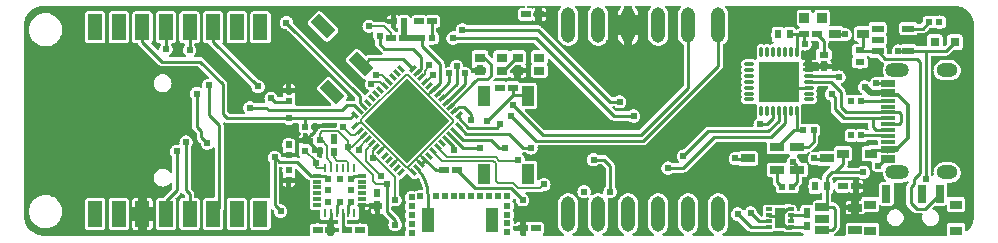
<source format=gtl>
G04 Layer: TopLayer*
G04 EasyEDA v6.5.29, 2023-07-07 16:20:56*
G04 d9f499156d004e84aee0404722c7e58c,63a96235fadc4189ab89c93b90d034ab,10*
G04 Gerber Generator version 0.2*
G04 Scale: 100 percent, Rotated: No, Reflected: No *
G04 Dimensions in millimeters *
G04 leading zeros omitted , absolute positions ,4 integer and 5 decimal *
%FSLAX45Y45*%
%MOMM*%

%AMMACRO1*21,1,$1,$2,0,0,$3*%
%ADD10C,0.2540*%
%ADD11C,0.1280*%
%ADD12C,0.5080*%
%ADD13C,0.3500*%
%ADD14MACRO1,0.54X0.7901X90.0000*%
%ADD15O,1.1999976X2.999994*%
%ADD16R,0.8000X0.5000*%
%ADD17R,0.5000X0.8000*%
%ADD18R,1.0000X0.7500*%
%ADD19R,1.2500X0.7000*%
%ADD20MACRO1,0.54X0.5656X90.0000*%
%ADD21R,3.5000X3.5000*%
%ADD22O,0.2800096X0.8999982*%
%ADD23O,0.8999982X0.2800096*%
%ADD24R,0.7000X1.5000*%
%ADD25R,1.0000X0.8000*%
%ADD26R,1.2000X2.2000*%
%ADD27R,0.9000X0.7000*%
%ADD28MACRO1,0.54X0.7901X0.0000*%
%ADD29R,0.5400X0.7901*%
%ADD30MACRO1,0.505X0.28X0.0000*%
%ADD31MACRO1,0.9X1.65X0.0000*%
%ADD32MACRO1,0.54X0.5656X0.0000*%
%ADD33R,0.5400X0.5657*%
%ADD34MACRO1,0.54X0.5656X-90.0000*%
%ADD35R,1.3000X0.3000*%
%ADD36MACRO1,0.54X0.7901X-90.0000*%
%ADD37R,1.0000X1.7000*%
%ADD38MACRO1,0.28X0.7X45.0000*%
%ADD39MACRO1,0.28X0.7X44.9963*%
%ADD40MACRO1,0.28X0.7X45.0037*%
%ADD41MACRO1,0.7X0.28X45.0000*%
%ADD42MACRO1,0.7X0.28X45.0015*%
%ADD43MACRO1,0.7X0.28X44.9985*%
%ADD44MACRO1,5.1X5.1X45.0000*%
%ADD45R,1.0000X2.0000*%
%ADD46R,0.8000X0.8000*%
%ADD47MACRO1,0.864X0.8065X-90.0000*%
%ADD48R,1.0000X0.6000*%
%ADD49MACRO1,0.6223X1.1049X-90.0000*%
%ADD50MACRO1,0.665X0.28X0.0000*%
%ADD51R,0.2800X0.6650*%
%ADD52MACRO1,1.945X0.98X135.0000*%
%ADD53MACRO1,1.945X0.98X134.9995*%
%ADD54MACRO1,1.945X0.98X-45.0000*%
%ADD55O,1.7999964X1.1999976*%
%ADD56O,1.9999959999999999X1.1999976*%
%ADD57C,0.6096*%
%ADD58C,0.0124*%

%LPD*%
G36*
X-6209995Y7865618D02*
G01*
X-6214059Y7866481D01*
X-6217462Y7868869D01*
X-6222796Y7877708D01*
X-6225184Y7880096D01*
X-6227470Y7883550D01*
X-6228130Y7887614D01*
X-6227165Y7891678D01*
X-6224625Y7894980D01*
X-6220968Y7896961D01*
X-6216853Y7897368D01*
X-6214414Y7897063D01*
X-6207201Y7897063D01*
X-6207201Y7930134D01*
X-6208928Y7930134D01*
X-6212789Y7930896D01*
X-6216091Y7933131D01*
X-6218326Y7936382D01*
X-6219088Y7940294D01*
X-6219088Y7959648D01*
X-6218326Y7963560D01*
X-6216091Y7966862D01*
X-6212789Y7969046D01*
X-6208928Y7969808D01*
X-6207201Y7969808D01*
X-6206439Y7974888D01*
X-6204204Y7978140D01*
X-6200952Y7980375D01*
X-6197041Y7981137D01*
X-6176365Y7981137D01*
X-6172504Y7980375D01*
X-6169202Y7978190D01*
X-6166967Y7974888D01*
X-6166205Y7969808D01*
X-6132525Y7969808D01*
X-6131763Y7974939D01*
X-6129528Y7978241D01*
X-6126226Y7980425D01*
X-6122365Y7981238D01*
X-6012942Y7981340D01*
X-6009284Y7980629D01*
X-6006134Y7978698D01*
X-6003899Y7975803D01*
X-6002832Y7972247D01*
X-6003137Y7968538D01*
X-6005474Y7959750D01*
X-6006185Y7951571D01*
X-6007201Y7947964D01*
X-6009436Y7944967D01*
X-6012637Y7942986D01*
X-6016294Y7942325D01*
X-6129477Y7942325D01*
X-6136690Y7941564D01*
X-6143142Y7939481D01*
X-6149086Y7936026D01*
X-6153150Y7932572D01*
X-6156198Y7930743D01*
X-6159754Y7930134D01*
X-6166205Y7930134D01*
X-6166205Y7923682D01*
X-6166967Y7919821D01*
X-6169202Y7916519D01*
X-6172454Y7913217D01*
X-6177076Y7907578D01*
X-6180175Y7901431D01*
X-6181547Y7896809D01*
X-6182004Y7893100D01*
X-6182817Y7890154D01*
X-6184442Y7887563D01*
X-6186830Y7885582D01*
X-6191758Y7882585D01*
X-6193739Y7881924D01*
X-6195161Y7879740D01*
X-6197193Y7877708D01*
X-6202578Y7868869D01*
X-6205931Y7866481D01*
G37*

%LPD*%
G36*
X-6142075Y7683144D02*
G01*
X-6146139Y7684820D01*
X-6151829Y7688783D01*
X-6160719Y7692948D01*
X-6162294Y7693355D01*
X-6166205Y7695387D01*
X-6168898Y7698841D01*
X-6169863Y7703159D01*
X-6169863Y7726222D01*
X-6199632Y7726222D01*
X-6203492Y7727035D01*
X-6206794Y7729220D01*
X-6214110Y7736535D01*
X-6216345Y7739837D01*
X-6217107Y7743698D01*
X-6217107Y7757058D01*
X-6216345Y7760970D01*
X-6214110Y7764221D01*
X-6210808Y7766456D01*
X-6206947Y7767218D01*
X-6169863Y7767218D01*
X-6169863Y7768945D01*
X-6169101Y7772806D01*
X-6166866Y7776108D01*
X-6163564Y7778343D01*
X-6159703Y7779105D01*
X-6140297Y7779105D01*
X-6136436Y7778343D01*
X-6133134Y7776108D01*
X-6130950Y7772806D01*
X-6130137Y7768945D01*
X-6130137Y7766964D01*
X-6126124Y7764983D01*
X-6123330Y7761427D01*
X-6122314Y7757058D01*
X-6122314Y7736382D01*
X-6123330Y7732014D01*
X-6126124Y7728458D01*
X-6130137Y7726527D01*
X-6130137Y7693152D01*
X-6131102Y7688834D01*
X-6133795Y7685328D01*
X-6137706Y7683347D01*
G37*

%LPD*%
G36*
X-8479129Y7025894D02*
G01*
X-8497519Y7026859D01*
X-8514435Y7029399D01*
X-8530996Y7033564D01*
X-8547049Y7039406D01*
X-8562441Y7046722D01*
X-8577072Y7055561D01*
X-8590788Y7065772D01*
X-8603386Y7077252D01*
X-8614816Y7089952D01*
X-8624976Y7103719D01*
X-8633714Y7118400D01*
X-8640978Y7133844D01*
X-8646668Y7149947D01*
X-8650782Y7166508D01*
X-8653221Y7183424D01*
X-8654084Y7200849D01*
X-8654084Y8799118D01*
X-8653119Y8817559D01*
X-8650579Y8834424D01*
X-8646363Y8850985D01*
X-8640572Y8867038D01*
X-8633256Y8882481D01*
X-8624417Y8897112D01*
X-8614206Y8910777D01*
X-8602675Y8923375D01*
X-8590026Y8934856D01*
X-8576259Y8944965D01*
X-8561578Y8953703D01*
X-8546134Y8960967D01*
X-8530031Y8966657D01*
X-8513470Y8970772D01*
X-8496554Y8973210D01*
X-8479129Y8974074D01*
X-4422038Y8974074D01*
X-4417974Y8973210D01*
X-4414570Y8970822D01*
X-4412437Y8967266D01*
X-4411878Y8963152D01*
X-4413046Y8959189D01*
X-4415688Y8955989D01*
X-4419396Y8954109D01*
X-4425238Y8952890D01*
X-4443425Y8952890D01*
X-4449775Y8952179D01*
X-4455210Y8950248D01*
X-4460138Y8947200D01*
X-4464202Y8943086D01*
X-4467301Y8938209D01*
X-4469180Y8932722D01*
X-4469892Y8926423D01*
X-4469892Y8873540D01*
X-4469180Y8867241D01*
X-4467301Y8861755D01*
X-4464202Y8856878D01*
X-4460138Y8852763D01*
X-4455210Y8849715D01*
X-4449775Y8847785D01*
X-4443425Y8847074D01*
X-4425238Y8847074D01*
X-4422648Y8846718D01*
X-4414266Y8844483D01*
X-4404461Y8843619D01*
X-4394708Y8844483D01*
X-4386326Y8846718D01*
X-4383735Y8847074D01*
X-4365548Y8847074D01*
X-4359249Y8847785D01*
X-4353356Y8849868D01*
X-4350004Y8850426D01*
X-4346651Y8849868D01*
X-4340758Y8847785D01*
X-4334408Y8847074D01*
X-4321606Y8847074D01*
X-4321606Y8880144D01*
X-4328922Y8880144D01*
X-4332833Y8880906D01*
X-4336084Y8883091D01*
X-4338320Y8886393D01*
X-4339082Y8890304D01*
X-4339082Y8909659D01*
X-4338320Y8913571D01*
X-4336084Y8916873D01*
X-4332833Y8919057D01*
X-4328922Y8919819D01*
X-4321606Y8919819D01*
X-4321606Y8952890D01*
X-4334408Y8952890D01*
X-4340758Y8952179D01*
X-4346651Y8950096D01*
X-4350004Y8949537D01*
X-4353356Y8950096D01*
X-4359249Y8952179D01*
X-4365548Y8952890D01*
X-4383735Y8952890D01*
X-4389577Y8954109D01*
X-4393285Y8955989D01*
X-4395927Y8959189D01*
X-4397095Y8963152D01*
X-4396536Y8967266D01*
X-4394403Y8970822D01*
X-4390999Y8973210D01*
X-4386935Y8974074D01*
X-4116578Y8974074D01*
X-4112666Y8973312D01*
X-4109415Y8971076D01*
X-4107179Y8967825D01*
X-4106418Y8963914D01*
X-4107179Y8960002D01*
X-4117238Y8946388D01*
X-4123131Y8935669D01*
X-4127398Y8924188D01*
X-4129989Y8912199D01*
X-4130903Y8899601D01*
X-4130903Y8720328D01*
X-4129989Y8707780D01*
X-4127398Y8695791D01*
X-4123131Y8684310D01*
X-4117238Y8673541D01*
X-4109923Y8663736D01*
X-4101236Y8655100D01*
X-4091432Y8647734D01*
X-4080662Y8641842D01*
X-4069181Y8637574D01*
X-4057192Y8634984D01*
X-4045000Y8634120D01*
X-4032758Y8634984D01*
X-4020820Y8637574D01*
X-4009339Y8641842D01*
X-3998569Y8647734D01*
X-3988765Y8655100D01*
X-3980078Y8663736D01*
X-3972763Y8673541D01*
X-3966870Y8684310D01*
X-3962603Y8695791D01*
X-3959961Y8707780D01*
X-3959098Y8720328D01*
X-3959098Y8899601D01*
X-3959961Y8912199D01*
X-3962603Y8924188D01*
X-3966870Y8935669D01*
X-3972763Y8946388D01*
X-3980586Y8956751D01*
X-3982821Y8960002D01*
X-3983583Y8963914D01*
X-3982821Y8967825D01*
X-3980586Y8971076D01*
X-3977284Y8973312D01*
X-3973423Y8974074D01*
X-3862578Y8974074D01*
X-3858666Y8973312D01*
X-3855415Y8971076D01*
X-3853179Y8967825D01*
X-3852418Y8963914D01*
X-3853179Y8960002D01*
X-3863238Y8946388D01*
X-3869131Y8935669D01*
X-3873398Y8924188D01*
X-3875989Y8912199D01*
X-3876903Y8899601D01*
X-3876903Y8720328D01*
X-3875989Y8707780D01*
X-3873398Y8695791D01*
X-3869131Y8684310D01*
X-3863238Y8673541D01*
X-3855923Y8663736D01*
X-3847236Y8655100D01*
X-3837432Y8647734D01*
X-3826662Y8641842D01*
X-3815181Y8637574D01*
X-3803192Y8634984D01*
X-3791000Y8634120D01*
X-3778758Y8634984D01*
X-3766820Y8637574D01*
X-3755339Y8641842D01*
X-3744569Y8647734D01*
X-3734765Y8655100D01*
X-3726078Y8663736D01*
X-3718763Y8673541D01*
X-3712870Y8684310D01*
X-3708603Y8695791D01*
X-3705961Y8707780D01*
X-3705098Y8720328D01*
X-3705098Y8899601D01*
X-3705961Y8912199D01*
X-3708603Y8924188D01*
X-3712870Y8935669D01*
X-3718763Y8946388D01*
X-3726586Y8956751D01*
X-3728821Y8960002D01*
X-3729583Y8963914D01*
X-3728821Y8967825D01*
X-3726586Y8971076D01*
X-3723284Y8973312D01*
X-3719423Y8974074D01*
X-3608578Y8974074D01*
X-3604666Y8973312D01*
X-3601415Y8971076D01*
X-3599179Y8967825D01*
X-3598418Y8963914D01*
X-3599179Y8960002D01*
X-3609238Y8946388D01*
X-3615131Y8935669D01*
X-3619398Y8924188D01*
X-3621989Y8912199D01*
X-3622903Y8899601D01*
X-3622903Y8891320D01*
X-3573322Y8891320D01*
X-3573322Y8963914D01*
X-3572560Y8967825D01*
X-3570376Y8971076D01*
X-3567074Y8973312D01*
X-3563162Y8974074D01*
X-3510787Y8974074D01*
X-3506927Y8973312D01*
X-3503625Y8971076D01*
X-3501440Y8967825D01*
X-3500628Y8963914D01*
X-3500628Y8891320D01*
X-3451098Y8891320D01*
X-3451098Y8899601D01*
X-3451961Y8912199D01*
X-3454603Y8924188D01*
X-3458870Y8935669D01*
X-3464763Y8946388D01*
X-3472586Y8956751D01*
X-3474821Y8960002D01*
X-3475583Y8963914D01*
X-3474821Y8967825D01*
X-3472586Y8971076D01*
X-3469284Y8973312D01*
X-3465423Y8974074D01*
X-3354578Y8974074D01*
X-3350666Y8973312D01*
X-3347415Y8971076D01*
X-3345179Y8967825D01*
X-3344418Y8963914D01*
X-3345179Y8960002D01*
X-3355238Y8946388D01*
X-3361131Y8935669D01*
X-3365398Y8924188D01*
X-3367989Y8912199D01*
X-3368903Y8899601D01*
X-3368903Y8720328D01*
X-3367989Y8707780D01*
X-3365398Y8695791D01*
X-3361131Y8684310D01*
X-3355238Y8673541D01*
X-3347923Y8663736D01*
X-3339236Y8655100D01*
X-3329432Y8647734D01*
X-3318662Y8641842D01*
X-3307181Y8637574D01*
X-3295192Y8634984D01*
X-3283000Y8634120D01*
X-3270758Y8634984D01*
X-3258820Y8637574D01*
X-3247339Y8641842D01*
X-3236569Y8647734D01*
X-3226765Y8655100D01*
X-3218078Y8663736D01*
X-3210763Y8673541D01*
X-3204870Y8684310D01*
X-3200603Y8695791D01*
X-3197961Y8707780D01*
X-3197098Y8720328D01*
X-3197098Y8899601D01*
X-3197961Y8912199D01*
X-3200603Y8924188D01*
X-3204870Y8935669D01*
X-3210763Y8946388D01*
X-3218586Y8956751D01*
X-3220821Y8960002D01*
X-3221583Y8963914D01*
X-3220821Y8967825D01*
X-3218586Y8971076D01*
X-3215284Y8973312D01*
X-3211423Y8974074D01*
X-3100578Y8974074D01*
X-3096666Y8973312D01*
X-3093415Y8971076D01*
X-3091180Y8967825D01*
X-3090418Y8963914D01*
X-3091180Y8960002D01*
X-3101238Y8946388D01*
X-3107131Y8935669D01*
X-3111398Y8924188D01*
X-3113989Y8912199D01*
X-3114903Y8899601D01*
X-3114903Y8720328D01*
X-3113989Y8707780D01*
X-3111398Y8695791D01*
X-3107131Y8684310D01*
X-3101238Y8673541D01*
X-3093923Y8663736D01*
X-3085236Y8655100D01*
X-3075432Y8647734D01*
X-3072841Y8646312D01*
X-3070047Y8644077D01*
X-3068218Y8640978D01*
X-3067558Y8637422D01*
X-3067558Y8301126D01*
X-3068320Y8297214D01*
X-3070555Y8293912D01*
X-3443020Y7921701D01*
X-3446322Y7919466D01*
X-3450183Y7918703D01*
X-4239869Y7918703D01*
X-4243781Y7919466D01*
X-4247083Y7921701D01*
X-4407154Y8081721D01*
X-4409338Y8085023D01*
X-4410100Y8088934D01*
X-4409338Y8092795D01*
X-4407154Y8096097D01*
X-4403852Y8098332D01*
X-4399940Y8099094D01*
X-4335526Y8099094D01*
X-4329226Y8099806D01*
X-4323740Y8101685D01*
X-4318863Y8104784D01*
X-4314748Y8108899D01*
X-4311650Y8113775D01*
X-4309770Y8119262D01*
X-4309059Y8125561D01*
X-4309059Y8294420D01*
X-4309770Y8300720D01*
X-4311650Y8306206D01*
X-4314748Y8311083D01*
X-4318863Y8315198D01*
X-4323740Y8318296D01*
X-4329226Y8320176D01*
X-4335526Y8320887D01*
X-4434382Y8320887D01*
X-4440732Y8320176D01*
X-4443933Y8319058D01*
X-4448352Y8318550D01*
X-4452569Y8319973D01*
X-4459884Y8327186D01*
X-4464761Y8330285D01*
X-4470247Y8332165D01*
X-4476546Y8332876D01*
X-4494682Y8332876D01*
X-4497324Y8333231D01*
X-4505706Y8335467D01*
X-4515459Y8336330D01*
X-4525264Y8335467D01*
X-4533646Y8333231D01*
X-4536287Y8332876D01*
X-4554423Y8332876D01*
X-4560722Y8332165D01*
X-4566615Y8330133D01*
X-4570018Y8329574D01*
X-4573371Y8330133D01*
X-4579264Y8332165D01*
X-4585563Y8332876D01*
X-4599228Y8332876D01*
X-4601870Y8333231D01*
X-4610201Y8335467D01*
X-4620006Y8336330D01*
X-4629810Y8335467D01*
X-4638141Y8333231D01*
X-4640783Y8332876D01*
X-4663440Y8332876D01*
X-4667300Y8332470D01*
X-4671466Y8332825D01*
X-4675073Y8334857D01*
X-4677613Y8338159D01*
X-4678578Y8342172D01*
X-4677918Y8346287D01*
X-4675632Y8349742D01*
X-4673041Y8352332D01*
X-4665014Y8362391D01*
X-4661458Y8364220D01*
X-4657445Y8364575D01*
X-4652924Y8364067D01*
X-4564075Y8364067D01*
X-4557725Y8364778D01*
X-4552289Y8366709D01*
X-4543856Y8372195D01*
X-4539996Y8372957D01*
X-4536084Y8372195D01*
X-4527702Y8366709D01*
X-4522216Y8364778D01*
X-4515916Y8364067D01*
X-4500321Y8364067D01*
X-4500321Y8401151D01*
X-4527397Y8401151D01*
X-4531309Y8401913D01*
X-4534611Y8404098D01*
X-4536795Y8407400D01*
X-4537557Y8411311D01*
X-4537557Y8423605D01*
X-4536795Y8427466D01*
X-4534611Y8430768D01*
X-4519523Y8445855D01*
X-4516221Y8448040D01*
X-4512360Y8448802D01*
X-4500321Y8448802D01*
X-4500321Y8460841D01*
X-4499559Y8464702D01*
X-4497374Y8468004D01*
X-4494276Y8471103D01*
X-4490974Y8473287D01*
X-4487113Y8474049D01*
X-4452823Y8474049D01*
X-4448911Y8473287D01*
X-4445609Y8471103D01*
X-4443425Y8467801D01*
X-4442663Y8463889D01*
X-4442663Y8448802D01*
X-4400600Y8448802D01*
X-4400600Y8459419D01*
X-4401312Y8465718D01*
X-4403191Y8471204D01*
X-4405325Y8474557D01*
X-4406696Y8478062D01*
X-4406696Y8481872D01*
X-4405325Y8485378D01*
X-4403191Y8488781D01*
X-4401312Y8494217D01*
X-4400600Y8500567D01*
X-4400600Y8569401D01*
X-4401312Y8575751D01*
X-4403191Y8581186D01*
X-4406290Y8586114D01*
X-4410354Y8590178D01*
X-4415282Y8593277D01*
X-4420717Y8595156D01*
X-4427067Y8595868D01*
X-4515916Y8595868D01*
X-4522216Y8595156D01*
X-4527702Y8593277D01*
X-4536084Y8587790D01*
X-4539996Y8587028D01*
X-4543856Y8587790D01*
X-4552289Y8593277D01*
X-4557725Y8595156D01*
X-4564075Y8595868D01*
X-4652924Y8595868D01*
X-4659223Y8595156D01*
X-4664710Y8593277D01*
X-4669586Y8590178D01*
X-4673701Y8586114D01*
X-4676749Y8581186D01*
X-4678680Y8575751D01*
X-4679391Y8569401D01*
X-4679391Y8538514D01*
X-4680153Y8534654D01*
X-4682388Y8531352D01*
X-4685690Y8529116D01*
X-4689551Y8528354D01*
X-4693462Y8529116D01*
X-4696764Y8531352D01*
X-4717592Y8552180D01*
X-4719828Y8555482D01*
X-4720590Y8559393D01*
X-4720590Y8569401D01*
X-4721301Y8575751D01*
X-4723180Y8581186D01*
X-4726279Y8586114D01*
X-4730394Y8590178D01*
X-4735271Y8593277D01*
X-4740757Y8595156D01*
X-4747056Y8595868D01*
X-4835906Y8595868D01*
X-4842256Y8595156D01*
X-4847691Y8593277D01*
X-4852619Y8590178D01*
X-4856683Y8586114D01*
X-4859782Y8581186D01*
X-4861661Y8575751D01*
X-4862372Y8569401D01*
X-4862372Y8500567D01*
X-4861661Y8494217D01*
X-4859782Y8488781D01*
X-4857648Y8485378D01*
X-4856276Y8481872D01*
X-4856276Y8478062D01*
X-4857648Y8474557D01*
X-4859782Y8471204D01*
X-4861661Y8465718D01*
X-4862372Y8459419D01*
X-4862372Y8448802D01*
X-4820361Y8448802D01*
X-4820361Y8463889D01*
X-4819548Y8467801D01*
X-4817364Y8471103D01*
X-4814062Y8473287D01*
X-4810201Y8474049D01*
X-4772812Y8474049D01*
X-4768900Y8473287D01*
X-4765598Y8471103D01*
X-4763414Y8467801D01*
X-4762652Y8463889D01*
X-4762652Y8448802D01*
X-4748733Y8448802D01*
X-4744872Y8448040D01*
X-4741570Y8445855D01*
X-4739386Y8442553D01*
X-4738573Y8438642D01*
X-4738573Y8411311D01*
X-4739386Y8407400D01*
X-4741570Y8404098D01*
X-4744872Y8401913D01*
X-4748733Y8401151D01*
X-4762652Y8401151D01*
X-4762652Y8398764D01*
X-4763414Y8394852D01*
X-4765598Y8391550D01*
X-4768900Y8389366D01*
X-4772812Y8388603D01*
X-4810201Y8388603D01*
X-4814062Y8389366D01*
X-4817364Y8391550D01*
X-4819548Y8394852D01*
X-4820361Y8398764D01*
X-4820361Y8401151D01*
X-4854397Y8401151D01*
X-4858715Y8402066D01*
X-4862220Y8404758D01*
X-4864252Y8408670D01*
X-4867046Y8419287D01*
X-4871161Y8428177D01*
X-4874463Y8432850D01*
X-4876444Y8436914D01*
X-4879746Y8439150D01*
X-4883759Y8443163D01*
X-4891786Y8448802D01*
X-4900726Y8452916D01*
X-4910175Y8455456D01*
X-4919980Y8456320D01*
X-4923078Y8456066D01*
X-4927041Y8456472D01*
X-4930495Y8458403D01*
X-4932984Y8461502D01*
X-4934102Y8465312D01*
X-4934508Y8469782D01*
X-4937048Y8479231D01*
X-4941163Y8488172D01*
X-4946802Y8496198D01*
X-4953762Y8503158D01*
X-4961788Y8508796D01*
X-4970729Y8512911D01*
X-4980178Y8515451D01*
X-4989982Y8516315D01*
X-4999786Y8515451D01*
X-5009235Y8512911D01*
X-5018176Y8508796D01*
X-5026202Y8503158D01*
X-5033162Y8496198D01*
X-5038801Y8488172D01*
X-5042916Y8479231D01*
X-5045456Y8469782D01*
X-5045862Y8465108D01*
X-5046776Y8461705D01*
X-5048808Y8458809D01*
X-5051704Y8456777D01*
X-5055108Y8455863D01*
X-5059781Y8455456D01*
X-5069230Y8452916D01*
X-5076952Y8449360D01*
X-5080863Y8448395D01*
X-5084876Y8449056D01*
X-5088280Y8451240D01*
X-5090566Y8454593D01*
X-5091379Y8458555D01*
X-5091379Y8479485D01*
X-5092192Y8487511D01*
X-5094376Y8494776D01*
X-5097932Y8501430D01*
X-5103063Y8507679D01*
X-5224119Y8628684D01*
X-5226456Y8632393D01*
X-5227066Y8636762D01*
X-5225745Y8640978D01*
X-5222748Y8644229D01*
X-5218684Y8645906D01*
X-5214315Y8645702D01*
X-5209794Y8644483D01*
X-5199989Y8643620D01*
X-5190185Y8644483D01*
X-5181752Y8646769D01*
X-5179110Y8647125D01*
X-5169001Y8647125D01*
X-5162702Y8647836D01*
X-5157216Y8649716D01*
X-5152339Y8652814D01*
X-5148224Y8656878D01*
X-5145176Y8661806D01*
X-5143246Y8667242D01*
X-5142534Y8673592D01*
X-5142534Y8726424D01*
X-5143246Y8732774D01*
X-5145176Y8738209D01*
X-5148224Y8743137D01*
X-5152339Y8747201D01*
X-5156606Y8749893D01*
X-5159146Y8752179D01*
X-5160822Y8755176D01*
X-5161381Y8758529D01*
X-5161381Y8777478D01*
X-5160721Y8781084D01*
X-5158790Y8784234D01*
X-5155895Y8786520D01*
X-5152339Y8787587D01*
X-5150256Y8787841D01*
X-5144770Y8789720D01*
X-5139893Y8792819D01*
X-5135778Y8796883D01*
X-5132730Y8801811D01*
X-5130800Y8807246D01*
X-5130088Y8813596D01*
X-5130088Y8866428D01*
X-5130800Y8872778D01*
X-5132730Y8878214D01*
X-5135778Y8883142D01*
X-5139893Y8887206D01*
X-5144770Y8890304D01*
X-5150256Y8892184D01*
X-5156555Y8892895D01*
X-5234432Y8892895D01*
X-5240782Y8892184D01*
X-5246674Y8890152D01*
X-5250027Y8889593D01*
X-5253380Y8890152D01*
X-5259273Y8892184D01*
X-5265572Y8892895D01*
X-5283758Y8892895D01*
X-5286349Y8893251D01*
X-5294731Y8895486D01*
X-5304485Y8896350D01*
X-5314289Y8895486D01*
X-5322671Y8893251D01*
X-5325262Y8892895D01*
X-5343448Y8892895D01*
X-5349748Y8892184D01*
X-5355234Y8890304D01*
X-5360111Y8887206D01*
X-5364226Y8883142D01*
X-5367629Y8877706D01*
X-5370423Y8874760D01*
X-5374182Y8873134D01*
X-5378246Y8873134D01*
X-5382006Y8874760D01*
X-5384850Y8877706D01*
X-5388254Y8883142D01*
X-5392318Y8887206D01*
X-5397246Y8890304D01*
X-5402681Y8892184D01*
X-5409031Y8892895D01*
X-5464454Y8892895D01*
X-5470753Y8892184D01*
X-5476646Y8890152D01*
X-5479999Y8889593D01*
X-5483352Y8890152D01*
X-5489244Y8892184D01*
X-5495594Y8892895D01*
X-5502808Y8892895D01*
X-5502808Y8859875D01*
X-5501081Y8859875D01*
X-5497169Y8859113D01*
X-5493918Y8856878D01*
X-5491683Y8853576D01*
X-5490921Y8849715D01*
X-5490921Y8830310D01*
X-5491683Y8826449D01*
X-5493918Y8823147D01*
X-5497169Y8820912D01*
X-5501081Y8820150D01*
X-5502808Y8820150D01*
X-5502808Y8787079D01*
X-5497728Y8787079D01*
X-5493867Y8786317D01*
X-5490565Y8784183D01*
X-5488381Y8780881D01*
X-5487568Y8777020D01*
X-5487466Y8762339D01*
X-5488279Y8758224D01*
X-5490718Y8754770D01*
X-5494375Y8752636D01*
X-5498541Y8752128D01*
X-5507431Y8752941D01*
X-5510530Y8753754D01*
X-5513222Y8755481D01*
X-5515254Y8758021D01*
X-5518505Y8763558D01*
X-5521960Y8767622D01*
X-5540806Y8786469D01*
X-5542991Y8789771D01*
X-5543804Y8793683D01*
X-5543804Y8820150D01*
X-5570321Y8820150D01*
X-5573725Y8820759D01*
X-5576722Y8822436D01*
X-5582412Y8827008D01*
X-5588406Y8830106D01*
X-5595061Y8831884D01*
X-5600395Y8832291D01*
X-5678779Y8832291D01*
X-5682691Y8833053D01*
X-5685993Y8835288D01*
X-5693765Y8843162D01*
X-5701792Y8848801D01*
X-5710732Y8852916D01*
X-5720181Y8855456D01*
X-5729986Y8856319D01*
X-5739790Y8855456D01*
X-5749239Y8852916D01*
X-5758180Y8848801D01*
X-5766206Y8843162D01*
X-5773166Y8836202D01*
X-5778804Y8828176D01*
X-5782919Y8819235D01*
X-5785459Y8809786D01*
X-5786323Y8799982D01*
X-5785459Y8790178D01*
X-5782919Y8780729D01*
X-5778804Y8771788D01*
X-5773166Y8763762D01*
X-5766206Y8756802D01*
X-5758180Y8751163D01*
X-5749239Y8747048D01*
X-5739790Y8744508D01*
X-5729986Y8743645D01*
X-5720181Y8744508D01*
X-5710732Y8747048D01*
X-5707786Y8748420D01*
X-5704078Y8749334D01*
X-5700268Y8748826D01*
X-5696966Y8746998D01*
X-5694527Y8744000D01*
X-5693410Y8740394D01*
X-5693664Y8736584D01*
X-5695492Y8729776D01*
X-5696356Y8719972D01*
X-5695492Y8710218D01*
X-5692952Y8700719D01*
X-5688787Y8691829D01*
X-5683148Y8683752D01*
X-5681675Y8682278D01*
X-5679440Y8678976D01*
X-5678678Y8675065D01*
X-5678678Y8650732D01*
X-5677865Y8642705D01*
X-5675680Y8635492D01*
X-5672124Y8628786D01*
X-5666994Y8622588D01*
X-5627573Y8583168D01*
X-5620766Y8577732D01*
X-5617413Y8574786D01*
X-5615584Y8570722D01*
X-5615686Y8566302D01*
X-5617718Y8562289D01*
X-5621223Y8559546D01*
X-5625541Y8558580D01*
X-5729478Y8558580D01*
X-5737504Y8557818D01*
X-5744718Y8555583D01*
X-5751423Y8552027D01*
X-5755386Y8549640D01*
X-5759094Y8549132D01*
X-5762701Y8549995D01*
X-5765749Y8552129D01*
X-5816244Y8602624D01*
X-5821222Y8606586D01*
X-5826455Y8609076D01*
X-5832094Y8610346D01*
X-5837885Y8610346D01*
X-5843524Y8609076D01*
X-5848705Y8606586D01*
X-5853684Y8602624D01*
X-5922213Y8534095D01*
X-5926175Y8529116D01*
X-5928664Y8523935D01*
X-5929934Y8518296D01*
X-5929934Y8512505D01*
X-5928664Y8506866D01*
X-5926175Y8501634D01*
X-5922213Y8496655D01*
X-5785459Y8359952D01*
X-5780481Y8355990D01*
X-5775299Y8353450D01*
X-5769660Y8352180D01*
X-5764225Y8351367D01*
X-5760923Y8349081D01*
X-5758738Y8345678D01*
X-5758078Y8341664D01*
X-5758992Y8337702D01*
X-5762955Y8329269D01*
X-5765495Y8319770D01*
X-5766358Y8309965D01*
X-5765495Y8300212D01*
X-5762955Y8290712D01*
X-5758789Y8281822D01*
X-5753150Y8273745D01*
X-5746242Y8266836D01*
X-5734913Y8258759D01*
X-5732830Y8255203D01*
X-5732373Y8251139D01*
X-5733542Y8247176D01*
X-5736183Y8244078D01*
X-5738876Y8241893D01*
X-5758281Y8222488D01*
X-5761380Y8220405D01*
X-5765038Y8219541D01*
X-5768797Y8220100D01*
X-5772048Y8221980D01*
X-5774385Y8224926D01*
X-5777890Y8231479D01*
X-5783021Y8237677D01*
X-6370828Y8825433D01*
X-6372860Y8828328D01*
X-6373774Y8831732D01*
X-6374485Y8839860D01*
X-6377025Y8849309D01*
X-6381191Y8858250D01*
X-6386830Y8866276D01*
X-6393738Y8873236D01*
X-6401816Y8878874D01*
X-6410706Y8882989D01*
X-6420205Y8885529D01*
X-6429959Y8886393D01*
X-6439763Y8885529D01*
X-6449263Y8882989D01*
X-6458153Y8878874D01*
X-6466230Y8873236D01*
X-6473139Y8866276D01*
X-6478778Y8858250D01*
X-6482943Y8849309D01*
X-6485483Y8839860D01*
X-6486347Y8830056D01*
X-6485483Y8820251D01*
X-6482943Y8810802D01*
X-6478778Y8801862D01*
X-6473139Y8793835D01*
X-6466230Y8786876D01*
X-6458153Y8781237D01*
X-6449263Y8777122D01*
X-6439763Y8774582D01*
X-6431838Y8773871D01*
X-6428435Y8772956D01*
X-6425539Y8770924D01*
X-5851550Y8197037D01*
X-5849366Y8193735D01*
X-5848553Y8189823D01*
X-5848553Y8178749D01*
X-5849366Y8174888D01*
X-5851550Y8171586D01*
X-5854852Y8169351D01*
X-5858713Y8168589D01*
X-5914847Y8168589D01*
X-5918708Y8169351D01*
X-5922010Y8171586D01*
X-5924245Y8174888D01*
X-5925007Y8178749D01*
X-5924245Y8182660D01*
X-5922010Y8185912D01*
X-5919927Y8187994D01*
X-5915964Y8192973D01*
X-5913475Y8198205D01*
X-5912205Y8203844D01*
X-5912205Y8209635D01*
X-5913475Y8215274D01*
X-5915964Y8220506D01*
X-5919927Y8225485D01*
X-6056680Y8362188D01*
X-6061659Y8366150D01*
X-6066840Y8368690D01*
X-6072479Y8369960D01*
X-6078270Y8369960D01*
X-6083909Y8368690D01*
X-6089142Y8366150D01*
X-6094120Y8362188D01*
X-6162598Y8293709D01*
X-6166561Y8288731D01*
X-6169101Y8283498D01*
X-6170371Y8277859D01*
X-6170371Y8272068D01*
X-6169101Y8266430D01*
X-6166561Y8261248D01*
X-6162598Y8256270D01*
X-6052312Y8145932D01*
X-6050076Y8142630D01*
X-6049314Y8138769D01*
X-6050076Y8134858D01*
X-6052312Y8131556D01*
X-6055614Y8129371D01*
X-6059474Y8128609D01*
X-6346901Y8128609D01*
X-6350812Y8129371D01*
X-6354114Y8131556D01*
X-6356299Y8134858D01*
X-6357061Y8138769D01*
X-6357061Y8194395D01*
X-6357772Y8200745D01*
X-6359855Y8206638D01*
X-6360414Y8209991D01*
X-6359855Y8213344D01*
X-6357772Y8219236D01*
X-6357061Y8225536D01*
X-6357061Y8232749D01*
X-6390132Y8232749D01*
X-6390132Y8231073D01*
X-6390894Y8227161D01*
X-6393129Y8223859D01*
X-6396431Y8221675D01*
X-6400292Y8220913D01*
X-6419697Y8220913D01*
X-6423558Y8221675D01*
X-6426860Y8223859D01*
X-6429044Y8227161D01*
X-6429857Y8231073D01*
X-6429857Y8232749D01*
X-6462877Y8232749D01*
X-6462877Y8225536D01*
X-6462166Y8219236D01*
X-6460134Y8213344D01*
X-6459575Y8209991D01*
X-6460540Y8205419D01*
X-6462674Y8201863D01*
X-6466078Y8199475D01*
X-6470142Y8198612D01*
X-6496456Y8198612D01*
X-6500774Y8199577D01*
X-6504228Y8202218D01*
X-6506260Y8206130D01*
X-6507124Y8209229D01*
X-6511239Y8218170D01*
X-6516878Y8226196D01*
X-6523837Y8233156D01*
X-6531864Y8238794D01*
X-6540804Y8242909D01*
X-6550253Y8245449D01*
X-6560058Y8246313D01*
X-6569862Y8245449D01*
X-6579311Y8242909D01*
X-6588252Y8238794D01*
X-6596278Y8233156D01*
X-6603238Y8226196D01*
X-6608876Y8218170D01*
X-6612991Y8209229D01*
X-6615531Y8199780D01*
X-6616395Y8189975D01*
X-6615531Y8180171D01*
X-6612991Y8170722D01*
X-6609435Y8163052D01*
X-6608470Y8159089D01*
X-6609181Y8155127D01*
X-6611366Y8151723D01*
X-6614668Y8149386D01*
X-6618630Y8148574D01*
X-6694982Y8148574D01*
X-6698894Y8149386D01*
X-6702196Y8151571D01*
X-6703771Y8153146D01*
X-6711797Y8158784D01*
X-6720738Y8162950D01*
X-6730187Y8165490D01*
X-6739991Y8166353D01*
X-6749796Y8165490D01*
X-6759244Y8162950D01*
X-6768185Y8158784D01*
X-6776212Y8153146D01*
X-6783171Y8146237D01*
X-6788810Y8138159D01*
X-6792925Y8129270D01*
X-6795465Y8119770D01*
X-6796328Y8109966D01*
X-6795465Y8100212D01*
X-6792925Y8090712D01*
X-6788810Y8081822D01*
X-6783425Y8074152D01*
X-6781749Y8070088D01*
X-6781901Y8065668D01*
X-6783933Y8061756D01*
X-6787438Y8059115D01*
X-6791756Y8058150D01*
X-6909409Y8058150D01*
X-6913321Y8058912D01*
X-6916623Y8061147D01*
X-6928408Y8072932D01*
X-6930644Y8076234D01*
X-6931406Y8080146D01*
X-6931406Y8309356D01*
X-6932218Y8317382D01*
X-6934403Y8324596D01*
X-6937959Y8331301D01*
X-6943090Y8337499D01*
X-7132472Y8526932D01*
X-7138720Y8532063D01*
X-7145375Y8535619D01*
X-7152589Y8537803D01*
X-7160615Y8538565D01*
X-7207554Y8538565D01*
X-7211466Y8539378D01*
X-7214768Y8541562D01*
X-7216952Y8544915D01*
X-7217714Y8548776D01*
X-7216902Y8552688D01*
X-7214717Y8555990D01*
X-7206792Y8563813D01*
X-7201153Y8571788D01*
X-7197039Y8580729D01*
X-7194499Y8590178D01*
X-7193635Y8599982D01*
X-7194499Y8609787D01*
X-7197039Y8619236D01*
X-7201153Y8628176D01*
X-7209536Y8640013D01*
X-7210298Y8643924D01*
X-7209536Y8647785D01*
X-7207351Y8651087D01*
X-7204049Y8653322D01*
X-7200138Y8654084D01*
X-7190536Y8654084D01*
X-7184237Y8654796D01*
X-7178751Y8656675D01*
X-7173874Y8659774D01*
X-7169759Y8663889D01*
X-7166711Y8668766D01*
X-7164781Y8674252D01*
X-7164070Y8680551D01*
X-7164070Y8899398D01*
X-7164781Y8905748D01*
X-7166711Y8911183D01*
X-7169759Y8916111D01*
X-7173874Y8920175D01*
X-7178751Y8923274D01*
X-7184237Y8925204D01*
X-7190536Y8925915D01*
X-7309408Y8925915D01*
X-7315758Y8925204D01*
X-7321194Y8923274D01*
X-7326122Y8920175D01*
X-7330186Y8916111D01*
X-7333284Y8911183D01*
X-7335164Y8905748D01*
X-7335875Y8899398D01*
X-7335875Y8680551D01*
X-7335164Y8674252D01*
X-7333284Y8668766D01*
X-7330186Y8663889D01*
X-7326122Y8659774D01*
X-7321194Y8656675D01*
X-7315758Y8654796D01*
X-7309408Y8654084D01*
X-7299807Y8654084D01*
X-7295896Y8653322D01*
X-7292594Y8651087D01*
X-7290409Y8647785D01*
X-7289647Y8643924D01*
X-7290409Y8640013D01*
X-7298791Y8628176D01*
X-7302906Y8619236D01*
X-7305446Y8609787D01*
X-7306309Y8599982D01*
X-7305446Y8590178D01*
X-7302906Y8580729D01*
X-7298791Y8571788D01*
X-7293152Y8563813D01*
X-7285228Y8555990D01*
X-7283043Y8552688D01*
X-7282230Y8548776D01*
X-7282992Y8544915D01*
X-7285177Y8541562D01*
X-7288479Y8539378D01*
X-7292390Y8538565D01*
X-7415377Y8538565D01*
X-7419492Y8539480D01*
X-7422946Y8542020D01*
X-7425029Y8545677D01*
X-7425436Y8549944D01*
X-7424064Y8553958D01*
X-7421168Y8557056D01*
X-7413752Y8562289D01*
X-7406792Y8569198D01*
X-7401153Y8577275D01*
X-7397038Y8586165D01*
X-7394498Y8595664D01*
X-7393635Y8605418D01*
X-7394498Y8615222D01*
X-7397038Y8624722D01*
X-7401153Y8633612D01*
X-7404303Y8638082D01*
X-7405979Y8642146D01*
X-7405776Y8646566D01*
X-7403744Y8650427D01*
X-7400290Y8653119D01*
X-7395972Y8654084D01*
X-7390536Y8654084D01*
X-7384237Y8654796D01*
X-7378750Y8656675D01*
X-7373874Y8659774D01*
X-7369759Y8663889D01*
X-7366711Y8668766D01*
X-7364780Y8674252D01*
X-7364069Y8680551D01*
X-7364069Y8899398D01*
X-7364780Y8905748D01*
X-7366711Y8911183D01*
X-7369759Y8916111D01*
X-7373874Y8920175D01*
X-7378750Y8923274D01*
X-7384237Y8925204D01*
X-7390536Y8925915D01*
X-7509408Y8925915D01*
X-7515758Y8925204D01*
X-7521194Y8923274D01*
X-7526121Y8920175D01*
X-7530185Y8916111D01*
X-7533284Y8911183D01*
X-7535164Y8905748D01*
X-7535875Y8899398D01*
X-7535875Y8680551D01*
X-7535164Y8674252D01*
X-7533284Y8668766D01*
X-7530185Y8663889D01*
X-7526121Y8659774D01*
X-7521194Y8656675D01*
X-7515758Y8654796D01*
X-7509408Y8654084D01*
X-7503972Y8654084D01*
X-7499654Y8653119D01*
X-7496200Y8650427D01*
X-7494168Y8646566D01*
X-7493965Y8642146D01*
X-7495641Y8638082D01*
X-7498791Y8633612D01*
X-7502906Y8624722D01*
X-7505446Y8615222D01*
X-7506411Y8604605D01*
X-7507427Y8600948D01*
X-7509764Y8597900D01*
X-7513066Y8595918D01*
X-7516825Y8595309D01*
X-7520533Y8596172D01*
X-7523683Y8598306D01*
X-7572349Y8646922D01*
X-7574534Y8650224D01*
X-7575296Y8654135D01*
X-7574534Y8657996D01*
X-7572349Y8661298D01*
X-7569758Y8663889D01*
X-7566710Y8668766D01*
X-7564780Y8674252D01*
X-7564069Y8680551D01*
X-7564069Y8899398D01*
X-7564780Y8905748D01*
X-7566710Y8911183D01*
X-7569758Y8916111D01*
X-7573873Y8920175D01*
X-7578750Y8923274D01*
X-7584236Y8925204D01*
X-7590536Y8925915D01*
X-7709408Y8925915D01*
X-7715758Y8925204D01*
X-7721193Y8923274D01*
X-7726121Y8920175D01*
X-7730185Y8916111D01*
X-7733284Y8911183D01*
X-7735163Y8905748D01*
X-7735874Y8899398D01*
X-7735874Y8680551D01*
X-7735163Y8674252D01*
X-7733284Y8668766D01*
X-7730185Y8663889D01*
X-7726121Y8659774D01*
X-7721193Y8656675D01*
X-7715758Y8654796D01*
X-7709408Y8654084D01*
X-7691069Y8654084D01*
X-7687513Y8653424D01*
X-7684363Y8651544D01*
X-7676896Y8642299D01*
X-7507630Y8473033D01*
X-7501381Y8467902D01*
X-7494727Y8464346D01*
X-7487513Y8462162D01*
X-7479487Y8461349D01*
X-7180325Y8461349D01*
X-7176465Y8460587D01*
X-7173163Y8458403D01*
X-7088022Y8373262D01*
X-7085888Y8370112D01*
X-7085025Y8366353D01*
X-7085634Y8362594D01*
X-7087616Y8359343D01*
X-7090613Y8357006D01*
X-7094321Y8355939D01*
X-7099757Y8355482D01*
X-7109256Y8352942D01*
X-7118146Y8348776D01*
X-7126224Y8343138D01*
X-7133132Y8336229D01*
X-7138771Y8328152D01*
X-7142937Y8319262D01*
X-7145477Y8309762D01*
X-7146340Y8299958D01*
X-7144918Y8284921D01*
X-7146340Y8281060D01*
X-7149134Y8278063D01*
X-7152894Y8276437D01*
X-7157008Y8276437D01*
X-7170724Y8282940D01*
X-7180173Y8285480D01*
X-7189978Y8286343D01*
X-7199782Y8285480D01*
X-7209231Y8282940D01*
X-7218172Y8278774D01*
X-7226198Y8273135D01*
X-7233158Y8266226D01*
X-7238796Y8258149D01*
X-7242911Y8249259D01*
X-7245451Y8239759D01*
X-7246315Y8229955D01*
X-7245451Y8220202D01*
X-7242911Y8210702D01*
X-7238796Y8201812D01*
X-7233158Y8193735D01*
X-7231583Y8192160D01*
X-7229348Y8188909D01*
X-7228586Y8184997D01*
X-7228586Y7950504D01*
X-7227824Y7942478D01*
X-7225588Y7935214D01*
X-7222032Y7928559D01*
X-7216952Y7922310D01*
X-7191552Y7896961D01*
X-7189368Y7893659D01*
X-7188606Y7889798D01*
X-7188606Y7860487D01*
X-7187793Y7852460D01*
X-7185609Y7845247D01*
X-7182053Y7838592D01*
X-7176922Y7832344D01*
X-7159142Y7814513D01*
X-7157110Y7811617D01*
X-7156196Y7808214D01*
X-7155484Y7800187D01*
X-7152944Y7790738D01*
X-7148779Y7781798D01*
X-7143140Y7773771D01*
X-7136231Y7766812D01*
X-7128154Y7761173D01*
X-7119264Y7757058D01*
X-7109764Y7754518D01*
X-7099960Y7753654D01*
X-7090206Y7754518D01*
X-7080707Y7757058D01*
X-7071817Y7761173D01*
X-7063790Y7766812D01*
X-7055967Y7774736D01*
X-7052716Y7776921D01*
X-7048804Y7777734D01*
X-7044893Y7776972D01*
X-7041591Y7774787D01*
X-7039356Y7771485D01*
X-7038594Y7767574D01*
X-7038594Y7356043D01*
X-7039356Y7352182D01*
X-7041591Y7348880D01*
X-7044842Y7346645D01*
X-7048753Y7345883D01*
X-7109409Y7345883D01*
X-7115759Y7345172D01*
X-7121194Y7343292D01*
X-7126122Y7340193D01*
X-7130186Y7336078D01*
X-7133285Y7331202D01*
X-7135164Y7325715D01*
X-7135875Y7319416D01*
X-7135875Y7100570D01*
X-7135164Y7094220D01*
X-7133285Y7088784D01*
X-7130186Y7083856D01*
X-7126122Y7079792D01*
X-7121194Y7076694D01*
X-7115759Y7074763D01*
X-7109409Y7074052D01*
X-6990537Y7074052D01*
X-6984238Y7074763D01*
X-6978751Y7076694D01*
X-6973874Y7079792D01*
X-6969759Y7083856D01*
X-6966712Y7088784D01*
X-6964781Y7094220D01*
X-6964070Y7100570D01*
X-6964070Y7244638D01*
X-6963664Y7247585D01*
X-6962190Y7252462D01*
X-6961378Y7260488D01*
X-6961378Y7959496D01*
X-6962190Y7967522D01*
X-6964425Y7974990D01*
X-6964832Y7978902D01*
X-6963664Y7982712D01*
X-6961174Y7985759D01*
X-6957669Y7987639D01*
X-6953707Y7988046D01*
X-6949897Y7986877D01*
X-6944359Y7983931D01*
X-6937146Y7981746D01*
X-6929120Y7980934D01*
X-6455003Y7980934D01*
X-6451092Y7980172D01*
X-6447790Y7977936D01*
X-6446215Y7976362D01*
X-6438188Y7970723D01*
X-6429248Y7966608D01*
X-6419799Y7964068D01*
X-6409994Y7963204D01*
X-6400190Y7964068D01*
X-6390741Y7966608D01*
X-6381800Y7970723D01*
X-6373774Y7976362D01*
X-6372148Y7977987D01*
X-6368846Y7980222D01*
X-6364986Y7980984D01*
X-6337604Y7980984D01*
X-6333744Y7980222D01*
X-6330442Y7978038D01*
X-6328257Y7974736D01*
X-6327444Y7970824D01*
X-6327444Y7923530D01*
X-6326733Y7917230D01*
X-6324854Y7911795D01*
X-6321755Y7906867D01*
X-6317640Y7902803D01*
X-6312357Y7899450D01*
X-6309410Y7896656D01*
X-6307836Y7892897D01*
X-6307836Y7888833D01*
X-6309410Y7885074D01*
X-6313119Y7881772D01*
X-6317234Y7877708D01*
X-6320282Y7872780D01*
X-6322212Y7867345D01*
X-6322923Y7860995D01*
X-6322923Y7853781D01*
X-6289852Y7853781D01*
X-6289852Y7886903D01*
X-6289090Y7890814D01*
X-6286906Y7894116D01*
X-6283604Y7896301D01*
X-6279692Y7897063D01*
X-6260338Y7897063D01*
X-6256426Y7896301D01*
X-6253124Y7894116D01*
X-6250940Y7890814D01*
X-6250178Y7886903D01*
X-6250178Y7853781D01*
X-6213094Y7853781D01*
X-6209182Y7853019D01*
X-6205880Y7850784D01*
X-6203696Y7847533D01*
X-6202934Y7843621D01*
X-6202934Y7822946D01*
X-6203696Y7819085D01*
X-6205880Y7815783D01*
X-6209182Y7813598D01*
X-6213094Y7812786D01*
X-6250178Y7812786D01*
X-6250178Y7811058D01*
X-6250940Y7807198D01*
X-6253124Y7803896D01*
X-6256426Y7801711D01*
X-6260338Y7800898D01*
X-6279692Y7800898D01*
X-6283604Y7801711D01*
X-6286906Y7803896D01*
X-6289090Y7807198D01*
X-6289852Y7811058D01*
X-6289852Y7812786D01*
X-6322923Y7812786D01*
X-6322923Y7805572D01*
X-6322212Y7799273D01*
X-6320129Y7793380D01*
X-6319570Y7790027D01*
X-6320129Y7786674D01*
X-6322212Y7780781D01*
X-6322923Y7774431D01*
X-6322923Y7719009D01*
X-6322212Y7712709D01*
X-6320282Y7707223D01*
X-6316827Y7701686D01*
X-6315354Y7697876D01*
X-6315557Y7693761D01*
X-6317335Y7690103D01*
X-6320383Y7687411D01*
X-6324295Y7686192D01*
X-6328359Y7686548D01*
X-6332474Y7687818D01*
X-6340500Y7688580D01*
X-6464198Y7688580D01*
X-6467906Y7689291D01*
X-6471056Y7691272D01*
X-6473291Y7694269D01*
X-6474307Y7697876D01*
X-6474510Y7699756D01*
X-6477050Y7709255D01*
X-6478676Y7712760D01*
X-6479590Y7716774D01*
X-6481368Y7718450D01*
X-6486804Y7726222D01*
X-6493764Y7733131D01*
X-6501790Y7738770D01*
X-6510731Y7742936D01*
X-6520180Y7745475D01*
X-6529984Y7746339D01*
X-6539788Y7745475D01*
X-6549237Y7742936D01*
X-6558178Y7738770D01*
X-6566204Y7733131D01*
X-6573164Y7726222D01*
X-6578803Y7718145D01*
X-6582918Y7709255D01*
X-6585458Y7699756D01*
X-6586321Y7689951D01*
X-6585458Y7680198D01*
X-6582918Y7670698D01*
X-6578803Y7661808D01*
X-6573164Y7653731D01*
X-6571589Y7652156D01*
X-6569354Y7648854D01*
X-6568592Y7644993D01*
X-6568592Y7354011D01*
X-6569303Y7350252D01*
X-6571386Y7347000D01*
X-6574536Y7344765D01*
X-6578295Y7343851D01*
X-6582105Y7344409D01*
X-6584238Y7345172D01*
X-6590538Y7345883D01*
X-6709409Y7345883D01*
X-6715759Y7345172D01*
X-6721195Y7343292D01*
X-6726072Y7340193D01*
X-6730187Y7336078D01*
X-6733286Y7331202D01*
X-6735165Y7325715D01*
X-6735876Y7319416D01*
X-6735876Y7100570D01*
X-6735165Y7094220D01*
X-6733286Y7088784D01*
X-6730187Y7083856D01*
X-6726072Y7079792D01*
X-6721195Y7076694D01*
X-6715759Y7074763D01*
X-6709409Y7074052D01*
X-6590538Y7074052D01*
X-6584238Y7074763D01*
X-6578752Y7076694D01*
X-6573875Y7079792D01*
X-6569760Y7083856D01*
X-6566712Y7088784D01*
X-6564782Y7094220D01*
X-6564071Y7100570D01*
X-6564071Y7240422D01*
X-6563309Y7244283D01*
X-6561124Y7247585D01*
X-6557822Y7249820D01*
X-6553911Y7250582D01*
X-6550050Y7249820D01*
X-6546748Y7247585D01*
X-6538976Y7239812D01*
X-6536944Y7236917D01*
X-6536029Y7233513D01*
X-6535318Y7225487D01*
X-6532778Y7216038D01*
X-6528612Y7207097D01*
X-6522974Y7199071D01*
X-6516065Y7192111D01*
X-6507988Y7186472D01*
X-6499098Y7182358D01*
X-6489598Y7179818D01*
X-6479794Y7178954D01*
X-6470040Y7179818D01*
X-6460540Y7182358D01*
X-6451650Y7186472D01*
X-6443573Y7192111D01*
X-6436664Y7199071D01*
X-6431026Y7207097D01*
X-6426860Y7216038D01*
X-6424320Y7225487D01*
X-6423456Y7235291D01*
X-6424320Y7245096D01*
X-6426860Y7254544D01*
X-6431026Y7263485D01*
X-6436664Y7271512D01*
X-6443573Y7278471D01*
X-6451650Y7284110D01*
X-6460540Y7288225D01*
X-6470040Y7290765D01*
X-6478066Y7291476D01*
X-6481470Y7292390D01*
X-6484366Y7294422D01*
X-6488379Y7298486D01*
X-6490614Y7301788D01*
X-6491376Y7305649D01*
X-6491376Y7601203D01*
X-6490614Y7605115D01*
X-6488379Y7608417D01*
X-6485128Y7610602D01*
X-6481216Y7611364D01*
X-6473037Y7611364D01*
X-6469430Y7610703D01*
X-6466281Y7608773D01*
X-6464046Y7605877D01*
X-6462979Y7602372D01*
X-6463233Y7598714D01*
X-6465468Y7589824D01*
X-6466332Y7579969D01*
X-6465468Y7570216D01*
X-6463233Y7561834D01*
X-6462877Y7555534D01*
X-6462166Y7549235D01*
X-6460134Y7543342D01*
X-6459575Y7539990D01*
X-6460134Y7536637D01*
X-6462166Y7530744D01*
X-6462877Y7524394D01*
X-6462877Y7517180D01*
X-6429400Y7517180D01*
X-6427876Y7520279D01*
X-6425387Y7522718D01*
X-6422237Y7524140D01*
X-6418783Y7524394D01*
X-6409994Y7523632D01*
X-6401206Y7524394D01*
X-6397752Y7524140D01*
X-6394602Y7522718D01*
X-6392113Y7520279D01*
X-6390538Y7517180D01*
X-6357061Y7517180D01*
X-6357061Y7524394D01*
X-6357772Y7530744D01*
X-6359855Y7536637D01*
X-6360414Y7539990D01*
X-6359855Y7543342D01*
X-6357772Y7549235D01*
X-6357061Y7555534D01*
X-6356756Y7561884D01*
X-6354521Y7570216D01*
X-6353657Y7579969D01*
X-6354013Y7584033D01*
X-6353505Y7588097D01*
X-6351473Y7591653D01*
X-6348171Y7594092D01*
X-6344158Y7595057D01*
X-6340144Y7594346D01*
X-6336690Y7592110D01*
X-6252667Y7508087D01*
X-6246418Y7502956D01*
X-6239764Y7499400D01*
X-6237122Y7498588D01*
X-6233363Y7496505D01*
X-6230823Y7493050D01*
X-6229908Y7488885D01*
X-6229908Y7471562D01*
X-6229197Y7465263D01*
X-6227978Y7460030D01*
X-6229197Y7454747D01*
X-6229908Y7448448D01*
X-6229908Y7421575D01*
X-6229197Y7415275D01*
X-6227978Y7409992D01*
X-6229197Y7404760D01*
X-6229908Y7398461D01*
X-6229908Y7371588D01*
X-6229197Y7365238D01*
X-6227978Y7360005D01*
X-6229197Y7354773D01*
X-6229908Y7348423D01*
X-6229908Y7321600D01*
X-6229197Y7315250D01*
X-6227978Y7310018D01*
X-6229197Y7304786D01*
X-6229908Y7298436D01*
X-6229908Y7271562D01*
X-6229197Y7265263D01*
X-6227267Y7259777D01*
X-6224219Y7254900D01*
X-6220104Y7250785D01*
X-6215227Y7247737D01*
X-6209741Y7245807D01*
X-6203442Y7245096D01*
X-6155080Y7245096D01*
X-6151168Y7244334D01*
X-6147917Y7242149D01*
X-6145682Y7238847D01*
X-6144920Y7234936D01*
X-6144920Y7186574D01*
X-6144209Y7180275D01*
X-6142278Y7174788D01*
X-6139230Y7169912D01*
X-6135116Y7165797D01*
X-6130239Y7162749D01*
X-6124752Y7160818D01*
X-6118453Y7160107D01*
X-6091580Y7160107D01*
X-6085281Y7160818D01*
X-6079998Y7162038D01*
X-6074765Y7160818D01*
X-6068364Y7160107D01*
X-6068364Y7171232D01*
X-6067806Y7174636D01*
X-6065824Y7180275D01*
X-6065113Y7186523D01*
X-6063792Y7190536D01*
X-6060948Y7193635D01*
X-6057087Y7195362D01*
X-6052921Y7195362D01*
X-6049060Y7193635D01*
X-6046216Y7190536D01*
X-6044895Y7186523D01*
X-6044184Y7180275D01*
X-6042253Y7174636D01*
X-6041644Y7171232D01*
X-6041593Y7160107D01*
X-6035243Y7160818D01*
X-6030010Y7162038D01*
X-6024778Y7160818D01*
X-6018428Y7160107D01*
X-6003798Y7160107D01*
X-5999886Y7159345D01*
X-5996584Y7157110D01*
X-5994400Y7153808D01*
X-5993638Y7149947D01*
X-5993638Y7134098D01*
X-5994349Y7130338D01*
X-5996432Y7127087D01*
X-5999581Y7124852D01*
X-6003340Y7123938D01*
X-6007150Y7124496D01*
X-6012484Y7126376D01*
X-6018784Y7127087D01*
X-6031636Y7127087D01*
X-6031636Y7094016D01*
X-5994349Y7094016D01*
X-5989980Y7093051D01*
X-5986475Y7090308D01*
X-5984443Y7087819D01*
X-5982716Y7084822D01*
X-5982157Y7081367D01*
X-5982157Y7064502D01*
X-5982919Y7060590D01*
X-5985103Y7057288D01*
X-5988405Y7055103D01*
X-5992317Y7054342D01*
X-6031636Y7054342D01*
X-6031636Y7036053D01*
X-6032398Y7032142D01*
X-6034582Y7028891D01*
X-6037884Y7026656D01*
X-6041796Y7025894D01*
X-6073648Y7025894D01*
X-6077559Y7026656D01*
X-6080861Y7028891D01*
X-6083046Y7032142D01*
X-6083808Y7036053D01*
X-6083808Y7054342D01*
X-6091174Y7054342D01*
X-6095034Y7055103D01*
X-6098336Y7057288D01*
X-6100572Y7060590D01*
X-6101334Y7064502D01*
X-6101334Y7083856D01*
X-6100572Y7087768D01*
X-6098336Y7091070D01*
X-6095034Y7093254D01*
X-6091174Y7094016D01*
X-6083808Y7094016D01*
X-6083808Y7127087D01*
X-6096660Y7127087D01*
X-6102959Y7126376D01*
X-6108852Y7124293D01*
X-6112205Y7123734D01*
X-6115608Y7124293D01*
X-6121501Y7126376D01*
X-6127800Y7127087D01*
X-6145987Y7127087D01*
X-6148628Y7127443D01*
X-6156960Y7129678D01*
X-6166713Y7130542D01*
X-6176518Y7129678D01*
X-6184849Y7127443D01*
X-6187490Y7127087D01*
X-6205677Y7127087D01*
X-6211976Y7126376D01*
X-6217462Y7124446D01*
X-6222339Y7121398D01*
X-6226454Y7117283D01*
X-6229502Y7112406D01*
X-6231432Y7106920D01*
X-6232144Y7100620D01*
X-6232144Y7047738D01*
X-6231432Y7041438D01*
X-6230721Y7039406D01*
X-6230162Y7035596D01*
X-6231077Y7031837D01*
X-6233312Y7028688D01*
X-6236512Y7026605D01*
X-6240322Y7025894D01*
G37*

%LPC*%
G36*
X-3489960Y7983626D02*
G01*
X-3480206Y7984490D01*
X-3470706Y7987030D01*
X-3461816Y7991195D01*
X-3453739Y7996834D01*
X-3446830Y8003743D01*
X-3441192Y8011820D01*
X-3437026Y8020710D01*
X-3434486Y8030209D01*
X-3433622Y8039963D01*
X-3434486Y8049768D01*
X-3437026Y8059267D01*
X-3441192Y8068157D01*
X-3446830Y8076234D01*
X-3453739Y8083143D01*
X-3461816Y8088782D01*
X-3470706Y8092948D01*
X-3480206Y8095488D01*
X-3489960Y8096351D01*
X-3499764Y8095488D01*
X-3509264Y8092948D01*
X-3518154Y8088782D01*
X-3526231Y8083143D01*
X-3527806Y8081568D01*
X-3531108Y8079384D01*
X-3534968Y8078571D01*
X-3639820Y8078571D01*
X-3643680Y8079384D01*
X-3646982Y8081568D01*
X-3669436Y8104022D01*
X-3671671Y8107324D01*
X-3672433Y8111185D01*
X-3671671Y8115096D01*
X-3669436Y8118398D01*
X-3666134Y8120583D01*
X-3662273Y8121345D01*
X-3655009Y8121345D01*
X-3651097Y8120583D01*
X-3647795Y8118398D01*
X-3646220Y8116824D01*
X-3638194Y8111185D01*
X-3629253Y8107019D01*
X-3619804Y8104479D01*
X-3610000Y8103616D01*
X-3600196Y8104479D01*
X-3590747Y8107019D01*
X-3581806Y8111185D01*
X-3573779Y8116824D01*
X-3566820Y8123732D01*
X-3561181Y8131809D01*
X-3557066Y8140700D01*
X-3554526Y8150199D01*
X-3553663Y8159953D01*
X-3554526Y8169757D01*
X-3557066Y8179257D01*
X-3561181Y8188147D01*
X-3566820Y8196224D01*
X-3573779Y8203133D01*
X-3581806Y8208772D01*
X-3590747Y8212937D01*
X-3600196Y8215477D01*
X-3610000Y8216341D01*
X-3619804Y8215477D01*
X-3629253Y8212937D01*
X-3638194Y8208772D01*
X-3646220Y8203133D01*
X-3647795Y8201558D01*
X-3651097Y8199374D01*
X-3655009Y8198561D01*
X-3669893Y8198561D01*
X-3673754Y8199374D01*
X-3677056Y8201558D01*
X-4272330Y8796782D01*
X-4278528Y8801912D01*
X-4285234Y8805468D01*
X-4292447Y8807653D01*
X-4300474Y8808466D01*
X-4894884Y8808466D01*
X-4898745Y8809228D01*
X-4902047Y8811463D01*
X-4903774Y8813139D01*
X-4911801Y8818778D01*
X-4920742Y8822944D01*
X-4930190Y8825484D01*
X-4939995Y8826347D01*
X-4949799Y8825484D01*
X-4959248Y8822944D01*
X-4968189Y8818778D01*
X-4976215Y8813139D01*
X-4983175Y8806230D01*
X-4988814Y8798153D01*
X-4992928Y8789263D01*
X-4995468Y8779764D01*
X-4996332Y8769959D01*
X-4995976Y8765844D01*
X-4996383Y8761984D01*
X-4998212Y8758580D01*
X-5001158Y8756091D01*
X-5004866Y8754872D01*
X-5019751Y8756345D01*
X-5029555Y8755481D01*
X-5039055Y8752941D01*
X-5047945Y8748776D01*
X-5056022Y8743137D01*
X-5062931Y8736228D01*
X-5068570Y8728151D01*
X-5072735Y8719261D01*
X-5075275Y8709761D01*
X-5076139Y8699957D01*
X-5075275Y8690203D01*
X-5072735Y8680704D01*
X-5068570Y8671814D01*
X-5062931Y8663736D01*
X-5056022Y8656828D01*
X-5047945Y8651189D01*
X-5039055Y8647023D01*
X-5029555Y8644483D01*
X-5019751Y8643620D01*
X-5009997Y8644483D01*
X-5000498Y8647023D01*
X-4991608Y8651189D01*
X-4983530Y8656828D01*
X-4981956Y8658402D01*
X-4978654Y8660638D01*
X-4974742Y8661400D01*
X-4340250Y8661400D01*
X-4336338Y8660638D01*
X-4333036Y8658402D01*
X-4287875Y8613241D01*
X-4285640Y8609939D01*
X-4284878Y8606028D01*
X-4285640Y8602167D01*
X-4287875Y8598865D01*
X-4291126Y8596680D01*
X-4295038Y8595868D01*
X-4332935Y8595868D01*
X-4339234Y8595156D01*
X-4344720Y8593277D01*
X-4349597Y8590178D01*
X-4353712Y8586114D01*
X-4356760Y8581186D01*
X-4358690Y8575751D01*
X-4359402Y8569401D01*
X-4359402Y8500567D01*
X-4358690Y8494217D01*
X-4356760Y8488781D01*
X-4354626Y8485378D01*
X-4353255Y8481872D01*
X-4353255Y8478062D01*
X-4354626Y8474557D01*
X-4356760Y8471204D01*
X-4358690Y8465718D01*
X-4359402Y8459419D01*
X-4359402Y8390534D01*
X-4358690Y8384235D01*
X-4356760Y8378748D01*
X-4353712Y8373872D01*
X-4349597Y8369757D01*
X-4344720Y8366709D01*
X-4339234Y8364778D01*
X-4332935Y8364067D01*
X-4244086Y8364067D01*
X-4237736Y8364778D01*
X-4232300Y8366709D01*
X-4227372Y8369757D01*
X-4223308Y8373872D01*
X-4220210Y8378748D01*
X-4218279Y8384235D01*
X-4217568Y8390534D01*
X-4217568Y8459419D01*
X-4218279Y8465718D01*
X-4220210Y8471204D01*
X-4222343Y8474557D01*
X-4223715Y8478062D01*
X-4223715Y8481872D01*
X-4222343Y8485378D01*
X-4220210Y8488781D01*
X-4218279Y8494217D01*
X-4217568Y8500567D01*
X-4217568Y8518448D01*
X-4216806Y8522309D01*
X-4214622Y8525611D01*
X-4211320Y8527796D01*
X-4207408Y8528608D01*
X-4203547Y8527796D01*
X-4200245Y8525611D01*
X-3687673Y8013039D01*
X-3681425Y8007908D01*
X-3674770Y8004352D01*
X-3667506Y8002168D01*
X-3659530Y8001355D01*
X-3534968Y8001355D01*
X-3531057Y8000593D01*
X-3527806Y7998409D01*
X-3526231Y7996834D01*
X-3518154Y7991195D01*
X-3509264Y7987030D01*
X-3499764Y7984490D01*
G37*
G36*
X-7735874Y7271308D02*
G01*
X-7686344Y7271308D01*
X-7686344Y7345883D01*
X-7709408Y7345883D01*
X-7715758Y7345172D01*
X-7721193Y7343292D01*
X-7726121Y7340193D01*
X-7730185Y7336078D01*
X-7733284Y7331202D01*
X-7735163Y7325715D01*
X-7735874Y7319416D01*
G37*
G36*
X-7509408Y7074052D02*
G01*
X-7390536Y7074052D01*
X-7384237Y7074763D01*
X-7378750Y7076694D01*
X-7373874Y7079792D01*
X-7369759Y7083856D01*
X-7366711Y7088784D01*
X-7364780Y7094220D01*
X-7364069Y7100570D01*
X-7364069Y7319416D01*
X-7364780Y7325715D01*
X-7366711Y7331202D01*
X-7369149Y7335062D01*
X-7370419Y7338212D01*
X-7370622Y7341616D01*
X-7369708Y7344867D01*
X-7367727Y7347661D01*
X-7333030Y7382306D01*
X-7327849Y7388656D01*
X-7324344Y7391400D01*
X-7319975Y7392365D01*
X-7315657Y7391400D01*
X-7312152Y7388656D01*
X-7306919Y7382306D01*
X-7291578Y7366965D01*
X-7289342Y7363663D01*
X-7288580Y7359751D01*
X-7288580Y7356043D01*
X-7289342Y7352182D01*
X-7291578Y7348880D01*
X-7294829Y7346645D01*
X-7298740Y7345883D01*
X-7309408Y7345883D01*
X-7315758Y7345172D01*
X-7321194Y7343292D01*
X-7326122Y7340193D01*
X-7330186Y7336078D01*
X-7333284Y7331202D01*
X-7335164Y7325715D01*
X-7335875Y7319416D01*
X-7335875Y7100570D01*
X-7335164Y7094220D01*
X-7333284Y7088784D01*
X-7330186Y7083856D01*
X-7326122Y7079792D01*
X-7321194Y7076694D01*
X-7315758Y7074763D01*
X-7309408Y7074052D01*
X-7190536Y7074052D01*
X-7184237Y7074763D01*
X-7178751Y7076694D01*
X-7173874Y7079792D01*
X-7169759Y7083856D01*
X-7166711Y7088784D01*
X-7164781Y7094220D01*
X-7164070Y7100570D01*
X-7164070Y7319416D01*
X-7164781Y7325715D01*
X-7166711Y7331202D01*
X-7169759Y7336078D01*
X-7173874Y7340193D01*
X-7178751Y7343292D01*
X-7184237Y7345172D01*
X-7190536Y7345883D01*
X-7201204Y7345883D01*
X-7205116Y7346645D01*
X-7208367Y7348880D01*
X-7210602Y7352182D01*
X-7211364Y7356043D01*
X-7211364Y7379462D01*
X-7212177Y7387488D01*
X-7214362Y7394702D01*
X-7217918Y7401407D01*
X-7223048Y7407605D01*
X-7238390Y7422997D01*
X-7240625Y7426299D01*
X-7241387Y7430160D01*
X-7241387Y7774990D01*
X-7240625Y7778851D01*
X-7238390Y7782153D01*
X-7236815Y7783728D01*
X-7231176Y7791805D01*
X-7227062Y7800695D01*
X-7224522Y7810195D01*
X-7223658Y7819948D01*
X-7224522Y7829753D01*
X-7227062Y7839252D01*
X-7231176Y7848142D01*
X-7236815Y7856220D01*
X-7243775Y7863128D01*
X-7251801Y7868767D01*
X-7260742Y7872933D01*
X-7270191Y7875473D01*
X-7279995Y7876336D01*
X-7289800Y7875473D01*
X-7299248Y7872933D01*
X-7308189Y7868767D01*
X-7316216Y7863128D01*
X-7323175Y7856220D01*
X-7328814Y7848142D01*
X-7332929Y7839252D01*
X-7335469Y7829753D01*
X-7336332Y7819948D01*
X-7335469Y7810195D01*
X-7334656Y7807096D01*
X-7334453Y7802880D01*
X-7335977Y7798917D01*
X-7338923Y7795971D01*
X-7342886Y7794447D01*
X-7347102Y7794650D01*
X-7350201Y7795463D01*
X-7359954Y7796326D01*
X-7369759Y7795463D01*
X-7379258Y7792923D01*
X-7388148Y7788808D01*
X-7396225Y7783169D01*
X-7403134Y7776209D01*
X-7408773Y7768183D01*
X-7412939Y7759242D01*
X-7415479Y7749794D01*
X-7416342Y7739989D01*
X-7415479Y7730185D01*
X-7412939Y7720736D01*
X-7408773Y7711795D01*
X-7403134Y7703769D01*
X-7401559Y7702194D01*
X-7399375Y7698892D01*
X-7398613Y7695031D01*
X-7398613Y7568234D01*
X-7399426Y7564170D01*
X-7401814Y7560818D01*
X-7405319Y7558684D01*
X-7409383Y7558074D01*
X-7413396Y7559192D01*
X-7416596Y7561783D01*
X-7424318Y7571130D01*
X-7433005Y7578852D01*
X-7442708Y7585151D01*
X-7453325Y7589926D01*
X-7464552Y7592974D01*
X-7476083Y7594346D01*
X-7487666Y7593888D01*
X-7499096Y7591653D01*
X-7510018Y7587742D01*
X-7520228Y7582204D01*
X-7529474Y7575143D01*
X-7537500Y7566761D01*
X-7544206Y7557262D01*
X-7549337Y7546848D01*
X-7552842Y7535773D01*
X-7554620Y7524292D01*
X-7554620Y7512710D01*
X-7552842Y7501229D01*
X-7549337Y7490155D01*
X-7544206Y7479741D01*
X-7537500Y7470241D01*
X-7529474Y7461859D01*
X-7520228Y7454798D01*
X-7510018Y7449261D01*
X-7499096Y7445349D01*
X-7487666Y7443114D01*
X-7476083Y7442657D01*
X-7464552Y7444028D01*
X-7453325Y7447076D01*
X-7442708Y7451852D01*
X-7433005Y7458151D01*
X-7424318Y7465872D01*
X-7416596Y7475220D01*
X-7413396Y7477810D01*
X-7409383Y7478928D01*
X-7405319Y7478318D01*
X-7401814Y7476185D01*
X-7399426Y7472832D01*
X-7398613Y7468768D01*
X-7398613Y7430160D01*
X-7399375Y7426299D01*
X-7401559Y7422997D01*
X-7475728Y7348880D01*
X-7478979Y7346645D01*
X-7482890Y7345883D01*
X-7509408Y7345883D01*
X-7515758Y7345172D01*
X-7521194Y7343292D01*
X-7526121Y7340193D01*
X-7530185Y7336078D01*
X-7533284Y7331202D01*
X-7535164Y7325715D01*
X-7535875Y7319416D01*
X-7535875Y7100570D01*
X-7535164Y7094220D01*
X-7533284Y7088784D01*
X-7530185Y7083856D01*
X-7526121Y7079792D01*
X-7521194Y7076694D01*
X-7515758Y7074763D01*
G37*
G36*
X-8473998Y7089140D02*
G01*
X-8457946Y7089597D01*
X-8441994Y7091883D01*
X-8426450Y7095998D01*
X-8411464Y7101840D01*
X-8397240Y7109307D01*
X-8383930Y7118400D01*
X-8371789Y7128967D01*
X-8360918Y7140803D01*
X-8351469Y7153808D01*
X-8343544Y7167829D01*
X-8337296Y7182612D01*
X-8332774Y7198055D01*
X-8330031Y7213904D01*
X-8329117Y7229957D01*
X-8330031Y7246061D01*
X-8332774Y7261910D01*
X-8337296Y7277353D01*
X-8343544Y7292136D01*
X-8351469Y7306157D01*
X-8360918Y7319162D01*
X-8371789Y7330998D01*
X-8383930Y7341565D01*
X-8397240Y7350658D01*
X-8411464Y7358125D01*
X-8426450Y7363968D01*
X-8441994Y7368082D01*
X-8457946Y7370368D01*
X-8473998Y7370825D01*
X-8490051Y7369454D01*
X-8505799Y7366253D01*
X-8521090Y7361275D01*
X-8535720Y7354570D01*
X-8549487Y7346289D01*
X-8562238Y7336485D01*
X-8573770Y7325258D01*
X-8583980Y7312812D01*
X-8592667Y7299248D01*
X-8599779Y7284821D01*
X-8605164Y7269683D01*
X-8608822Y7253986D01*
X-8610650Y7238034D01*
X-8610650Y7221931D01*
X-8608822Y7205980D01*
X-8605164Y7190282D01*
X-8599779Y7175144D01*
X-8592667Y7160717D01*
X-8583980Y7147153D01*
X-8573770Y7134707D01*
X-8562238Y7123480D01*
X-8549487Y7113676D01*
X-8535720Y7105396D01*
X-8521090Y7098690D01*
X-8505799Y7093712D01*
X-8490051Y7090511D01*
G37*
G36*
X-6390132Y7442504D02*
G01*
X-6383578Y7442504D01*
X-6377228Y7443216D01*
X-6371793Y7445146D01*
X-6366865Y7448194D01*
X-6362801Y7452309D01*
X-6359702Y7457186D01*
X-6357772Y7462672D01*
X-6357061Y7468971D01*
X-6357061Y7476236D01*
X-6390132Y7476236D01*
G37*
G36*
X-6436410Y7442504D02*
G01*
X-6429857Y7442504D01*
X-6429857Y7476236D01*
X-6462877Y7476236D01*
X-6462877Y7468971D01*
X-6462166Y7462672D01*
X-6460286Y7457186D01*
X-6457188Y7452309D01*
X-6453124Y7448194D01*
X-6448196Y7445146D01*
X-6442760Y7443216D01*
G37*
G36*
X-8109407Y7074052D02*
G01*
X-7990535Y7074052D01*
X-7984236Y7074763D01*
X-7978749Y7076694D01*
X-7973872Y7079792D01*
X-7969758Y7083856D01*
X-7966709Y7088784D01*
X-7964779Y7094220D01*
X-7964068Y7100570D01*
X-7964068Y7319416D01*
X-7964779Y7325715D01*
X-7966709Y7331202D01*
X-7969758Y7336078D01*
X-7973872Y7340193D01*
X-7978749Y7343292D01*
X-7984236Y7345172D01*
X-7990535Y7345883D01*
X-8109407Y7345883D01*
X-8115757Y7345172D01*
X-8121192Y7343292D01*
X-8126120Y7340193D01*
X-8130184Y7336078D01*
X-8133283Y7331202D01*
X-8135162Y7325715D01*
X-8135874Y7319416D01*
X-8135874Y7100570D01*
X-8135162Y7094220D01*
X-8133283Y7088784D01*
X-8130184Y7083856D01*
X-8126120Y7079792D01*
X-8121192Y7076694D01*
X-8115757Y7074763D01*
G37*
G36*
X-5577484Y8859875D02*
G01*
X-5543804Y8859875D01*
X-5543804Y8892895D01*
X-5551017Y8892895D01*
X-5557316Y8892184D01*
X-5562803Y8890304D01*
X-5567680Y8887206D01*
X-5571794Y8883142D01*
X-5574842Y8878214D01*
X-5576773Y8872778D01*
X-5577484Y8866428D01*
G37*
G36*
X-6462877Y7727188D02*
G01*
X-6429857Y7727188D01*
X-6429857Y7728915D01*
X-6429044Y7732826D01*
X-6426860Y7736078D01*
X-6423558Y7738313D01*
X-6419697Y7739075D01*
X-6400292Y7739075D01*
X-6396431Y7738313D01*
X-6393129Y7736078D01*
X-6390894Y7732826D01*
X-6390132Y7728915D01*
X-6390132Y7727188D01*
X-6357061Y7727188D01*
X-6357061Y7734401D01*
X-6357772Y7740751D01*
X-6359855Y7746644D01*
X-6360414Y7749997D01*
X-6359855Y7753350D01*
X-6357772Y7759242D01*
X-6357061Y7765542D01*
X-6357061Y7779003D01*
X-6356756Y7781594D01*
X-6354521Y7789925D01*
X-6353657Y7799730D01*
X-6354521Y7809534D01*
X-6357010Y7819491D01*
X-6357823Y7827365D01*
X-6359702Y7832750D01*
X-6362801Y7837678D01*
X-6366865Y7841742D01*
X-6371793Y7844840D01*
X-6381038Y7848142D01*
X-6390741Y7852664D01*
X-6400190Y7855203D01*
X-6409994Y7856067D01*
X-6419799Y7855203D01*
X-6429248Y7852664D01*
X-6439865Y7847787D01*
X-6448196Y7844840D01*
X-6453124Y7841742D01*
X-6457188Y7837678D01*
X-6460286Y7832750D01*
X-6462166Y7827365D01*
X-6463233Y7817916D01*
X-6465468Y7809534D01*
X-6466332Y7799730D01*
X-6465468Y7789925D01*
X-6463233Y7781544D01*
X-6462877Y7778953D01*
X-6462877Y7765542D01*
X-6462166Y7759242D01*
X-6460134Y7753350D01*
X-6459575Y7749997D01*
X-6460134Y7746644D01*
X-6462166Y7740751D01*
X-6462877Y7734401D01*
G37*
G36*
X-7909407Y7074052D02*
G01*
X-7790535Y7074052D01*
X-7784236Y7074763D01*
X-7778750Y7076694D01*
X-7773873Y7079792D01*
X-7769758Y7083856D01*
X-7766710Y7088784D01*
X-7764780Y7094220D01*
X-7764068Y7100570D01*
X-7764068Y7319416D01*
X-7764780Y7325715D01*
X-7766710Y7331202D01*
X-7769758Y7336078D01*
X-7773873Y7340193D01*
X-7778750Y7343292D01*
X-7784236Y7345172D01*
X-7790535Y7345883D01*
X-7909407Y7345883D01*
X-7915757Y7345172D01*
X-7921193Y7343292D01*
X-7926120Y7340193D01*
X-7930184Y7336078D01*
X-7933283Y7331202D01*
X-7935163Y7325715D01*
X-7935874Y7319416D01*
X-7935874Y7100570D01*
X-7935163Y7094220D01*
X-7933283Y7088784D01*
X-7930184Y7083856D01*
X-7926120Y7079792D01*
X-7921193Y7076694D01*
X-7915757Y7074763D01*
G37*
G36*
X-4269384Y8847074D02*
G01*
X-4256532Y8847074D01*
X-4250232Y8847785D01*
X-4244746Y8849715D01*
X-4239869Y8852763D01*
X-4235754Y8856878D01*
X-4232706Y8861755D01*
X-4230776Y8867241D01*
X-4230065Y8873540D01*
X-4230065Y8880144D01*
X-4269384Y8880144D01*
G37*
G36*
X-6909409Y7074052D02*
G01*
X-6790537Y7074052D01*
X-6784238Y7074763D01*
X-6778752Y7076694D01*
X-6773875Y7079792D01*
X-6769760Y7083856D01*
X-6766712Y7088784D01*
X-6764781Y7094220D01*
X-6764070Y7100570D01*
X-6764070Y7319416D01*
X-6764781Y7325715D01*
X-6766712Y7331202D01*
X-6769760Y7336078D01*
X-6773875Y7340193D01*
X-6778752Y7343292D01*
X-6784238Y7345172D01*
X-6790537Y7345883D01*
X-6909409Y7345883D01*
X-6915759Y7345172D01*
X-6921195Y7343292D01*
X-6926122Y7340193D01*
X-6930186Y7336078D01*
X-6933285Y7331202D01*
X-6935165Y7325715D01*
X-6935876Y7319416D01*
X-6935876Y7100570D01*
X-6935165Y7094220D01*
X-6933285Y7088784D01*
X-6930186Y7083856D01*
X-6926122Y7079792D01*
X-6921195Y7076694D01*
X-6915759Y7074763D01*
G37*
G36*
X-6669989Y8233613D02*
G01*
X-6660184Y8234476D01*
X-6650736Y8237016D01*
X-6641795Y8241182D01*
X-6633768Y8246821D01*
X-6626809Y8253730D01*
X-6621170Y8261807D01*
X-6617055Y8270697D01*
X-6614515Y8280196D01*
X-6613652Y8289950D01*
X-6614515Y8299754D01*
X-6617055Y8309254D01*
X-6621170Y8318144D01*
X-6626809Y8326221D01*
X-6633768Y8333130D01*
X-6641795Y8338769D01*
X-6650736Y8342934D01*
X-6660184Y8345474D01*
X-6668211Y8346186D01*
X-6671614Y8347100D01*
X-6674510Y8349081D01*
X-6972350Y8646972D01*
X-6974535Y8650224D01*
X-6975297Y8654135D01*
X-6974535Y8657996D01*
X-6972350Y8661298D01*
X-6969759Y8663889D01*
X-6966712Y8668766D01*
X-6964781Y8674252D01*
X-6964070Y8680551D01*
X-6964070Y8899398D01*
X-6964781Y8905748D01*
X-6966712Y8911183D01*
X-6969759Y8916111D01*
X-6973874Y8920175D01*
X-6978751Y8923274D01*
X-6984238Y8925204D01*
X-6990537Y8925915D01*
X-7109409Y8925915D01*
X-7115759Y8925204D01*
X-7121194Y8923274D01*
X-7126122Y8920175D01*
X-7130186Y8916111D01*
X-7133285Y8911183D01*
X-7135164Y8905748D01*
X-7135875Y8899398D01*
X-7135875Y8680551D01*
X-7135164Y8674252D01*
X-7133285Y8668766D01*
X-7130186Y8663889D01*
X-7126122Y8659774D01*
X-7121194Y8656675D01*
X-7115759Y8654796D01*
X-7109409Y8654084D01*
X-7091070Y8654084D01*
X-7087514Y8653424D01*
X-7084364Y8651544D01*
X-7076897Y8642350D01*
X-6729120Y8294522D01*
X-6727088Y8291626D01*
X-6726174Y8288223D01*
X-6725462Y8280196D01*
X-6722922Y8270697D01*
X-6718808Y8261807D01*
X-6713169Y8253730D01*
X-6706209Y8246821D01*
X-6698183Y8241182D01*
X-6689242Y8237016D01*
X-6679793Y8234476D01*
G37*
G36*
X-7475829Y8242503D02*
G01*
X-7464298Y8243874D01*
X-7453071Y8246922D01*
X-7442453Y8251698D01*
X-7432751Y8257997D01*
X-7424064Y8265718D01*
X-7416647Y8274710D01*
X-7410703Y8284667D01*
X-7406386Y8295436D01*
X-7403744Y8306765D01*
X-7402830Y8318347D01*
X-7403744Y8329930D01*
X-7406386Y8341258D01*
X-7410703Y8352028D01*
X-7416647Y8361984D01*
X-7424064Y8370976D01*
X-7432751Y8378698D01*
X-7442453Y8384997D01*
X-7453071Y8389772D01*
X-7464298Y8392820D01*
X-7475829Y8394192D01*
X-7487412Y8393734D01*
X-7498842Y8391499D01*
X-7509764Y8387588D01*
X-7519974Y8382050D01*
X-7529220Y8374989D01*
X-7537246Y8366607D01*
X-7543952Y8357108D01*
X-7549083Y8346694D01*
X-7552588Y8335619D01*
X-7554366Y8324138D01*
X-7554366Y8312556D01*
X-7552588Y8301075D01*
X-7549083Y8290001D01*
X-7543952Y8279587D01*
X-7537246Y8270087D01*
X-7529220Y8261705D01*
X-7519974Y8254644D01*
X-7509764Y8249107D01*
X-7498842Y8245195D01*
X-7487412Y8242960D01*
G37*
G36*
X-6462877Y8273745D02*
G01*
X-6429857Y8273745D01*
X-6429857Y8307476D01*
X-6436410Y8307476D01*
X-6442760Y8306765D01*
X-6448196Y8304834D01*
X-6453124Y8301736D01*
X-6457188Y8297672D01*
X-6460286Y8292744D01*
X-6462166Y8287308D01*
X-6462877Y8280958D01*
G37*
G36*
X-6390132Y8273745D02*
G01*
X-6357061Y8273745D01*
X-6357061Y8280958D01*
X-6357772Y8287308D01*
X-6359702Y8292744D01*
X-6362801Y8297672D01*
X-6366865Y8301736D01*
X-6371793Y8304834D01*
X-6377228Y8306765D01*
X-6383578Y8307476D01*
X-6390132Y8307476D01*
G37*
G36*
X-7613650Y7074052D02*
G01*
X-7590536Y7074052D01*
X-7584236Y7074763D01*
X-7578750Y7076694D01*
X-7573873Y7079792D01*
X-7569758Y7083856D01*
X-7566710Y7088784D01*
X-7564780Y7094220D01*
X-7564069Y7100570D01*
X-7564069Y7148626D01*
X-7613650Y7148626D01*
G37*
G36*
X-4442663Y8364067D02*
G01*
X-4427067Y8364067D01*
X-4420717Y8364778D01*
X-4415282Y8366709D01*
X-4410354Y8369757D01*
X-4406290Y8373872D01*
X-4403191Y8378748D01*
X-4401312Y8384235D01*
X-4400600Y8390534D01*
X-4400600Y8401151D01*
X-4442663Y8401151D01*
G37*
G36*
X-7709408Y7074052D02*
G01*
X-7686344Y7074052D01*
X-7686344Y7148626D01*
X-7735874Y7148626D01*
X-7735874Y7100570D01*
X-7735163Y7094220D01*
X-7733284Y7088784D01*
X-7730185Y7083856D01*
X-7726121Y7079792D01*
X-7721193Y7076694D01*
X-7715758Y7074763D01*
G37*
G36*
X-8473998Y8629142D02*
G01*
X-8457946Y8629599D01*
X-8441994Y8631885D01*
X-8426450Y8636000D01*
X-8411464Y8641842D01*
X-8397240Y8649309D01*
X-8383930Y8658402D01*
X-8371789Y8668969D01*
X-8360918Y8680805D01*
X-8351469Y8693810D01*
X-8343544Y8707831D01*
X-8337296Y8722614D01*
X-8332774Y8738057D01*
X-8330031Y8753906D01*
X-8329117Y8769959D01*
X-8330031Y8786063D01*
X-8332774Y8801912D01*
X-8337296Y8817356D01*
X-8343544Y8832138D01*
X-8351469Y8846159D01*
X-8360918Y8859164D01*
X-8371789Y8871000D01*
X-8383930Y8881567D01*
X-8397240Y8890660D01*
X-8411464Y8898128D01*
X-8426450Y8903970D01*
X-8441994Y8908084D01*
X-8457946Y8910370D01*
X-8473998Y8910828D01*
X-8490051Y8909456D01*
X-8505799Y8906256D01*
X-8521090Y8901277D01*
X-8535720Y8894572D01*
X-8549487Y8886291D01*
X-8562238Y8876487D01*
X-8573770Y8865260D01*
X-8583980Y8852814D01*
X-8592667Y8839250D01*
X-8599779Y8824823D01*
X-8605164Y8809685D01*
X-8608822Y8793988D01*
X-8610650Y8778036D01*
X-8610650Y8761933D01*
X-8608822Y8745982D01*
X-8605164Y8730284D01*
X-8599779Y8715146D01*
X-8592667Y8700719D01*
X-8583980Y8687155D01*
X-8573770Y8674709D01*
X-8562238Y8663482D01*
X-8549487Y8653678D01*
X-8535720Y8645398D01*
X-8521090Y8638692D01*
X-8505799Y8633714D01*
X-8490051Y8630513D01*
G37*
G36*
X-3573322Y8642248D02*
G01*
X-3573322Y8728608D01*
X-3622903Y8728608D01*
X-3622903Y8720328D01*
X-3621989Y8707780D01*
X-3619398Y8695791D01*
X-3615131Y8684310D01*
X-3609238Y8673541D01*
X-3601923Y8663736D01*
X-3593236Y8655100D01*
X-3583432Y8647734D01*
G37*
G36*
X-3500628Y8642248D02*
G01*
X-3490569Y8647734D01*
X-3480765Y8655100D01*
X-3472078Y8663736D01*
X-3464763Y8673541D01*
X-3458870Y8684310D01*
X-3454603Y8695791D01*
X-3451961Y8707780D01*
X-3451098Y8720328D01*
X-3451098Y8728608D01*
X-3500628Y8728608D01*
G37*
G36*
X-6709409Y8654084D02*
G01*
X-6590538Y8654084D01*
X-6584238Y8654796D01*
X-6578752Y8656675D01*
X-6573875Y8659774D01*
X-6569760Y8663889D01*
X-6566712Y8668766D01*
X-6564782Y8674252D01*
X-6564071Y8680551D01*
X-6564071Y8899398D01*
X-6564782Y8905748D01*
X-6566712Y8911183D01*
X-6569760Y8916111D01*
X-6573875Y8920175D01*
X-6578752Y8923274D01*
X-6584238Y8925204D01*
X-6590538Y8925915D01*
X-6709409Y8925915D01*
X-6715759Y8925204D01*
X-6721195Y8923274D01*
X-6726072Y8920175D01*
X-6730187Y8916111D01*
X-6733286Y8911183D01*
X-6735165Y8905748D01*
X-6735876Y8899398D01*
X-6735876Y8680551D01*
X-6735165Y8674252D01*
X-6733286Y8668766D01*
X-6730187Y8663889D01*
X-6726072Y8659774D01*
X-6721195Y8656675D01*
X-6715759Y8654796D01*
G37*
G36*
X-8109407Y8654084D02*
G01*
X-7990535Y8654084D01*
X-7984236Y8654796D01*
X-7978749Y8656675D01*
X-7973872Y8659774D01*
X-7969758Y8663889D01*
X-7966709Y8668766D01*
X-7964779Y8674252D01*
X-7964068Y8680551D01*
X-7964068Y8899398D01*
X-7964779Y8905748D01*
X-7966709Y8911183D01*
X-7969758Y8916111D01*
X-7973872Y8920175D01*
X-7978749Y8923274D01*
X-7984236Y8925204D01*
X-7990535Y8925915D01*
X-8109407Y8925915D01*
X-8115757Y8925204D01*
X-8121192Y8923274D01*
X-8126120Y8920175D01*
X-8130184Y8916111D01*
X-8133283Y8911183D01*
X-8135162Y8905748D01*
X-8135874Y8899398D01*
X-8135874Y8680551D01*
X-8135162Y8674252D01*
X-8133283Y8668766D01*
X-8130184Y8663889D01*
X-8126120Y8659774D01*
X-8121192Y8656675D01*
X-8115757Y8654796D01*
G37*
G36*
X-6909409Y8654084D02*
G01*
X-6790537Y8654084D01*
X-6784238Y8654796D01*
X-6778752Y8656675D01*
X-6773875Y8659774D01*
X-6769760Y8663889D01*
X-6766712Y8668766D01*
X-6764781Y8674252D01*
X-6764070Y8680551D01*
X-6764070Y8899398D01*
X-6764781Y8905748D01*
X-6766712Y8911183D01*
X-6769760Y8916111D01*
X-6773875Y8920175D01*
X-6778752Y8923274D01*
X-6784238Y8925204D01*
X-6790537Y8925915D01*
X-6909409Y8925915D01*
X-6915759Y8925204D01*
X-6921195Y8923274D01*
X-6926122Y8920175D01*
X-6930186Y8916111D01*
X-6933285Y8911183D01*
X-6935165Y8905748D01*
X-6935876Y8899398D01*
X-6935876Y8680551D01*
X-6935165Y8674252D01*
X-6933285Y8668766D01*
X-6930186Y8663889D01*
X-6926122Y8659774D01*
X-6921195Y8656675D01*
X-6915759Y8654796D01*
G37*
G36*
X-7909407Y8654084D02*
G01*
X-7790535Y8654084D01*
X-7784236Y8654796D01*
X-7778750Y8656675D01*
X-7773873Y8659774D01*
X-7769758Y8663889D01*
X-7766710Y8668766D01*
X-7764780Y8674252D01*
X-7764068Y8680551D01*
X-7764068Y8899398D01*
X-7764780Y8905748D01*
X-7766710Y8911183D01*
X-7769758Y8916111D01*
X-7773873Y8920175D01*
X-7778750Y8923274D01*
X-7784236Y8925204D01*
X-7790535Y8925915D01*
X-7909407Y8925915D01*
X-7915757Y8925204D01*
X-7921193Y8923274D01*
X-7926120Y8920175D01*
X-7930184Y8916111D01*
X-7933283Y8911183D01*
X-7935163Y8905748D01*
X-7935874Y8899398D01*
X-7935874Y8680551D01*
X-7935163Y8674252D01*
X-7933283Y8668766D01*
X-7930184Y8663889D01*
X-7926120Y8659774D01*
X-7921193Y8656675D01*
X-7915757Y8654796D01*
G37*
G36*
X-6087465Y8670036D02*
G01*
X-6081674Y8670036D01*
X-6076035Y8671306D01*
X-6070854Y8673795D01*
X-6065875Y8677808D01*
X-5997397Y8746286D01*
X-5993434Y8751265D01*
X-5990894Y8756446D01*
X-5989624Y8762085D01*
X-5989624Y8767876D01*
X-5990894Y8773515D01*
X-5993434Y8778748D01*
X-5997397Y8783726D01*
X-6134100Y8920429D01*
X-6139078Y8924391D01*
X-6144310Y8926931D01*
X-6149949Y8928201D01*
X-6155740Y8928201D01*
X-6161379Y8926931D01*
X-6166561Y8924391D01*
X-6171539Y8920429D01*
X-6240018Y8851950D01*
X-6243980Y8846972D01*
X-6246520Y8841790D01*
X-6247790Y8836152D01*
X-6247790Y8830360D01*
X-6246520Y8824722D01*
X-6243980Y8819489D01*
X-6240018Y8814511D01*
X-6103315Y8677808D01*
X-6098336Y8673795D01*
X-6093104Y8671306D01*
G37*
G36*
X-7613650Y7271308D02*
G01*
X-7564069Y7271308D01*
X-7564069Y7319416D01*
X-7564780Y7325715D01*
X-7566710Y7331202D01*
X-7569758Y7336078D01*
X-7573873Y7340193D01*
X-7578750Y7343292D01*
X-7584236Y7345172D01*
X-7590536Y7345883D01*
X-7613650Y7345883D01*
G37*
G36*
X-4269384Y8919819D02*
G01*
X-4230065Y8919819D01*
X-4230065Y8926423D01*
X-4230776Y8932722D01*
X-4232706Y8938209D01*
X-4235754Y8943086D01*
X-4239869Y8947200D01*
X-4244746Y8950248D01*
X-4250232Y8952179D01*
X-4256532Y8952890D01*
X-4269384Y8952890D01*
G37*

%LPD*%
G36*
X-4440428Y7025894D02*
G01*
X-4444339Y7026656D01*
X-4447641Y7028891D01*
X-4449826Y7032142D01*
X-4450588Y7036053D01*
X-4450588Y7070140D01*
X-4498644Y7070140D01*
X-4502404Y7070852D01*
X-4505604Y7072884D01*
X-4507839Y7075982D01*
X-4511192Y7083196D01*
X-4513681Y7086701D01*
X-4515307Y7090460D01*
X-4515307Y7094575D01*
X-4513681Y7098334D01*
X-4511192Y7101840D01*
X-4509262Y7105954D01*
X-4506569Y7109510D01*
X-4502556Y7111542D01*
X-4498136Y7111644D01*
X-4494022Y7109815D01*
X-4450588Y7109815D01*
X-4450588Y7142886D01*
X-4463440Y7142886D01*
X-4469739Y7142175D01*
X-4475226Y7140244D01*
X-4480102Y7137196D01*
X-4484217Y7133081D01*
X-4485436Y7131151D01*
X-4488332Y7128154D01*
X-4492244Y7126579D01*
X-4496409Y7126681D01*
X-4500219Y7128509D01*
X-4502962Y7131659D01*
X-4504182Y7135672D01*
X-4504537Y7139787D01*
X-4507077Y7149287D01*
X-4511192Y7158177D01*
X-4513681Y7161682D01*
X-4515307Y7165441D01*
X-4515307Y7169556D01*
X-4513681Y7173315D01*
X-4511192Y7176820D01*
X-4507077Y7185761D01*
X-4504537Y7195210D01*
X-4503674Y7205014D01*
X-4504537Y7214819D01*
X-4507077Y7224268D01*
X-4511192Y7233208D01*
X-4513630Y7236663D01*
X-4515256Y7240473D01*
X-4515256Y7244537D01*
X-4513630Y7248347D01*
X-4511192Y7251801D01*
X-4507077Y7260742D01*
X-4504537Y7270191D01*
X-4503674Y7279995D01*
X-4504537Y7289800D01*
X-4507077Y7299248D01*
X-4511192Y7308189D01*
X-4515408Y7314184D01*
X-4517034Y7317943D01*
X-4517034Y7322058D01*
X-4515408Y7325817D01*
X-4511192Y7331811D01*
X-4509414Y7335672D01*
X-4507128Y7338822D01*
X-4503826Y7340853D01*
X-4500016Y7341565D01*
X-4496206Y7340752D01*
X-4493006Y7338568D01*
X-4489145Y7334656D01*
X-4487113Y7331760D01*
X-4486249Y7328408D01*
X-4485487Y7320127D01*
X-4482947Y7310678D01*
X-4478832Y7301738D01*
X-4473194Y7293711D01*
X-4466234Y7286752D01*
X-4458208Y7281113D01*
X-4449267Y7276998D01*
X-4439818Y7274458D01*
X-4430014Y7273594D01*
X-4420209Y7274458D01*
X-4410760Y7276998D01*
X-4401820Y7281113D01*
X-4393793Y7286752D01*
X-4386834Y7293711D01*
X-4381195Y7301738D01*
X-4377080Y7310678D01*
X-4374540Y7320127D01*
X-4373676Y7329931D01*
X-4374540Y7339736D01*
X-4377080Y7349185D01*
X-4381195Y7358125D01*
X-4386834Y7366152D01*
X-4393793Y7373112D01*
X-4402531Y7379208D01*
X-4405426Y7382357D01*
X-4406798Y7386370D01*
X-4406392Y7390587D01*
X-4404309Y7394295D01*
X-4400854Y7396784D01*
X-4396689Y7397699D01*
X-4280509Y7397699D01*
X-4273143Y7398461D01*
X-4268520Y7399832D01*
X-4262069Y7403134D01*
X-4259376Y7404049D01*
X-4256532Y7404201D01*
X-4249978Y7403642D01*
X-4240174Y7404506D01*
X-4230725Y7407046D01*
X-4221784Y7411161D01*
X-4213758Y7416800D01*
X-4206798Y7423759D01*
X-4201160Y7431786D01*
X-4197045Y7440726D01*
X-4194505Y7450175D01*
X-4193641Y7459980D01*
X-4194505Y7469784D01*
X-4197045Y7479233D01*
X-4201160Y7488174D01*
X-4206798Y7496200D01*
X-4213758Y7503159D01*
X-4221784Y7508798D01*
X-4230725Y7512913D01*
X-4240174Y7515453D01*
X-4249978Y7516317D01*
X-4259783Y7515453D01*
X-4269232Y7512913D01*
X-4278172Y7508798D01*
X-4286199Y7503159D01*
X-4291685Y7497622D01*
X-4294987Y7495438D01*
X-4298899Y7494676D01*
X-4302760Y7495438D01*
X-4306062Y7497622D01*
X-4308297Y7500924D01*
X-4309059Y7504836D01*
X-4309059Y7634427D01*
X-4309770Y7640726D01*
X-4311650Y7646212D01*
X-4314748Y7651089D01*
X-4318863Y7655204D01*
X-4323740Y7658252D01*
X-4329226Y7660182D01*
X-4335526Y7660894D01*
X-4403547Y7660894D01*
X-4407204Y7661605D01*
X-4410405Y7663586D01*
X-4412640Y7666583D01*
X-4413656Y7670190D01*
X-4414520Y7679791D01*
X-4417060Y7689240D01*
X-4421174Y7698181D01*
X-4426813Y7706156D01*
X-4434687Y7713980D01*
X-4436922Y7717281D01*
X-4437735Y7721193D01*
X-4436973Y7725054D01*
X-4434789Y7728407D01*
X-4431487Y7730591D01*
X-4427575Y7731353D01*
X-4404969Y7731353D01*
X-4401058Y7730591D01*
X-4397806Y7728407D01*
X-4396232Y7726832D01*
X-4388154Y7721193D01*
X-4379264Y7717028D01*
X-4369765Y7714488D01*
X-4359960Y7713624D01*
X-4350207Y7714488D01*
X-4340707Y7717028D01*
X-4331817Y7721193D01*
X-4323740Y7726832D01*
X-4316831Y7733741D01*
X-4311192Y7741818D01*
X-4307027Y7750708D01*
X-4304487Y7760208D01*
X-4303623Y7769961D01*
X-4304538Y7780426D01*
X-4304030Y7784541D01*
X-4301896Y7788148D01*
X-4298543Y7790586D01*
X-4294428Y7791450D01*
X-3410458Y7791450D01*
X-3402431Y7792262D01*
X-3395218Y7794447D01*
X-3388512Y7798003D01*
X-3382314Y7803134D01*
X-2748026Y8437422D01*
X-2742895Y8443620D01*
X-2739339Y8450326D01*
X-2737154Y8457539D01*
X-2736342Y8465566D01*
X-2736342Y8637473D01*
X-2735681Y8641029D01*
X-2733852Y8644128D01*
X-2731058Y8646363D01*
X-2728569Y8647734D01*
X-2718765Y8655100D01*
X-2710078Y8663736D01*
X-2702763Y8673541D01*
X-2696870Y8684310D01*
X-2692603Y8695791D01*
X-2689961Y8707780D01*
X-2689098Y8720328D01*
X-2689098Y8899601D01*
X-2689961Y8912199D01*
X-2692603Y8924188D01*
X-2696870Y8935669D01*
X-2702763Y8946388D01*
X-2710586Y8956751D01*
X-2712821Y8960002D01*
X-2713583Y8963914D01*
X-2712821Y8967825D01*
X-2710586Y8971076D01*
X-2707284Y8973312D01*
X-2703423Y8974074D01*
X-780846Y8974074D01*
X-762457Y8973108D01*
X-745540Y8970568D01*
X-728980Y8966403D01*
X-712927Y8960561D01*
X-697534Y8953246D01*
X-682904Y8944406D01*
X-669188Y8934196D01*
X-656590Y8922715D01*
X-645160Y8910015D01*
X-635000Y8896248D01*
X-626262Y8881567D01*
X-618998Y8866124D01*
X-613308Y8850020D01*
X-609193Y8833459D01*
X-606755Y8816543D01*
X-605891Y8799118D01*
X-605891Y7200849D01*
X-606856Y7182408D01*
X-609396Y7165543D01*
X-613613Y7148982D01*
X-619404Y7132929D01*
X-626770Y7117486D01*
X-635558Y7102856D01*
X-645769Y7089190D01*
X-657301Y7076592D01*
X-667105Y7067651D01*
X-670407Y7065670D01*
X-674268Y7065060D01*
X-678027Y7065924D01*
X-681228Y7068159D01*
X-683361Y7071410D01*
X-684072Y7075220D01*
X-684072Y7109409D01*
X-684784Y7115759D01*
X-686714Y7121194D01*
X-689813Y7126122D01*
X-693877Y7130186D01*
X-698804Y7133285D01*
X-704240Y7135164D01*
X-710590Y7135875D01*
X-809447Y7135875D01*
X-815746Y7135164D01*
X-821232Y7133285D01*
X-826109Y7130186D01*
X-830224Y7126122D01*
X-833272Y7121194D01*
X-835202Y7115759D01*
X-835914Y7109409D01*
X-835914Y7036053D01*
X-836676Y7032142D01*
X-838860Y7028891D01*
X-842162Y7026656D01*
X-846074Y7025894D01*
X-1403908Y7025894D01*
X-1407820Y7026656D01*
X-1411122Y7028891D01*
X-1413306Y7032142D01*
X-1414068Y7036053D01*
X-1414068Y7109409D01*
X-1414780Y7115759D01*
X-1416710Y7121194D01*
X-1419809Y7126122D01*
X-1423873Y7130186D01*
X-1428800Y7133285D01*
X-1434236Y7135164D01*
X-1440586Y7135875D01*
X-1539443Y7135875D01*
X-1545742Y7135164D01*
X-1551736Y7133336D01*
X-1554022Y7133336D01*
X-1560322Y7134047D01*
X-1669643Y7134047D01*
X-1675993Y7133336D01*
X-1681429Y7131456D01*
X-1686356Y7128357D01*
X-1690420Y7124242D01*
X-1693519Y7119366D01*
X-1695450Y7113930D01*
X-1696161Y7107580D01*
X-1696161Y7046518D01*
X-1694586Y7035596D01*
X-1695500Y7031837D01*
X-1697736Y7028688D01*
X-1700987Y7026605D01*
X-1704746Y7025894D01*
X-1783638Y7025894D01*
X-1788007Y7026859D01*
X-1791512Y7029602D01*
X-1793493Y7033564D01*
X-1793646Y7037984D01*
X-1791868Y7042048D01*
X-1782267Y7050074D01*
X-1757730Y7074611D01*
X-1752650Y7080859D01*
X-1749094Y7087514D01*
X-1746859Y7094778D01*
X-1746097Y7102754D01*
X-1746097Y7251801D01*
X-1746859Y7259777D01*
X-1749094Y7267041D01*
X-1752650Y7273696D01*
X-1757730Y7279944D01*
X-1777034Y7299248D01*
X-1783283Y7304328D01*
X-1789938Y7307884D01*
X-1797151Y7310120D01*
X-1806244Y7310881D01*
X-1810105Y7311644D01*
X-1813407Y7313879D01*
X-1815592Y7317181D01*
X-1816404Y7321042D01*
X-1816404Y7378090D01*
X-1815592Y7382002D01*
X-1813407Y7385303D01*
X-1809800Y7388910D01*
X-1806702Y7393787D01*
X-1804822Y7399274D01*
X-1804111Y7405573D01*
X-1804111Y7409332D01*
X-1803298Y7413294D01*
X-1801012Y7416596D01*
X-1797608Y7418781D01*
X-1793595Y7419492D01*
X-1789684Y7418527D01*
X-1786432Y7416139D01*
X-1784350Y7412685D01*
X-1782318Y7406792D01*
X-1779219Y7401915D01*
X-1775104Y7397800D01*
X-1770227Y7394752D01*
X-1764741Y7392822D01*
X-1758442Y7392111D01*
X-1740306Y7392111D01*
X-1737664Y7391755D01*
X-1729282Y7389520D01*
X-1719478Y7388656D01*
X-1709724Y7389520D01*
X-1701342Y7391755D01*
X-1698701Y7392111D01*
X-1680565Y7392111D01*
X-1674266Y7392822D01*
X-1668373Y7394905D01*
X-1665020Y7395464D01*
X-1661668Y7394905D01*
X-1655775Y7392822D01*
X-1649425Y7392111D01*
X-1636623Y7392111D01*
X-1636623Y7425181D01*
X-1643938Y7425181D01*
X-1647799Y7425944D01*
X-1651101Y7428128D01*
X-1653336Y7431430D01*
X-1654098Y7435342D01*
X-1654098Y7454696D01*
X-1653336Y7458608D01*
X-1651101Y7461910D01*
X-1647799Y7464094D01*
X-1643938Y7464856D01*
X-1636623Y7464856D01*
X-1636623Y7497927D01*
X-1649425Y7497927D01*
X-1655775Y7497216D01*
X-1661668Y7495133D01*
X-1665020Y7494574D01*
X-1668373Y7495133D01*
X-1674266Y7497216D01*
X-1680565Y7497927D01*
X-1698752Y7497927D01*
X-1701393Y7498283D01*
X-1709724Y7500518D01*
X-1719478Y7501381D01*
X-1729282Y7500518D01*
X-1737614Y7498283D01*
X-1740255Y7497927D01*
X-1758442Y7497927D01*
X-1764741Y7497216D01*
X-1770227Y7495286D01*
X-1775104Y7492238D01*
X-1779219Y7488123D01*
X-1782318Y7483246D01*
X-1784350Y7477353D01*
X-1786432Y7473899D01*
X-1789684Y7471511D01*
X-1793595Y7470546D01*
X-1797608Y7471257D01*
X-1801012Y7473442D01*
X-1803298Y7476744D01*
X-1804111Y7480706D01*
X-1804111Y7484465D01*
X-1804822Y7490764D01*
X-1806702Y7496251D01*
X-1812086Y7504480D01*
X-1812848Y7508392D01*
X-1812086Y7512253D01*
X-1809851Y7515555D01*
X-1802028Y7523378D01*
X-1798726Y7525613D01*
X-1794865Y7526375D01*
X-1589938Y7526375D01*
X-1586026Y7525613D01*
X-1582724Y7523378D01*
X-1581200Y7521854D01*
X-1573428Y7516418D01*
X-1570532Y7513320D01*
X-1569161Y7509256D01*
X-1569567Y7505039D01*
X-1571701Y7501331D01*
X-1575104Y7498842D01*
X-1579270Y7497927D01*
X-1584401Y7497927D01*
X-1584401Y7464856D01*
X-1545082Y7464856D01*
X-1545082Y7471460D01*
X-1545793Y7477759D01*
X-1547723Y7483246D01*
X-1550771Y7488123D01*
X-1554073Y7491425D01*
X-1556359Y7494879D01*
X-1557070Y7498943D01*
X-1556105Y7502906D01*
X-1553667Y7506208D01*
X-1550111Y7508290D01*
X-1535176Y7509509D01*
X-1525727Y7512050D01*
X-1516786Y7516215D01*
X-1508760Y7521854D01*
X-1501800Y7528763D01*
X-1496161Y7536840D01*
X-1492046Y7545730D01*
X-1489506Y7555230D01*
X-1488643Y7564983D01*
X-1489506Y7574788D01*
X-1492046Y7584287D01*
X-1496161Y7593177D01*
X-1501800Y7601254D01*
X-1508760Y7608163D01*
X-1516786Y7613802D01*
X-1525727Y7617968D01*
X-1535176Y7620508D01*
X-1544980Y7621371D01*
X-1554784Y7620508D01*
X-1564233Y7617968D01*
X-1573174Y7613802D01*
X-1581200Y7608163D01*
X-1582826Y7606538D01*
X-1586128Y7604353D01*
X-1589989Y7603591D01*
X-1671472Y7603591D01*
X-1675130Y7604302D01*
X-1678330Y7606284D01*
X-1680616Y7609331D01*
X-1681581Y7612938D01*
X-1681175Y7616698D01*
X-1679448Y7622438D01*
X-1678635Y7630464D01*
X-1678635Y7646416D01*
X-1677974Y7650073D01*
X-1675993Y7653223D01*
X-1673047Y7655509D01*
X-1669440Y7656525D01*
X-1661414Y7657338D01*
X-1656029Y7659217D01*
X-1651152Y7662265D01*
X-1647037Y7666380D01*
X-1643989Y7671257D01*
X-1642059Y7676743D01*
X-1641348Y7683042D01*
X-1641348Y7756906D01*
X-1642059Y7763256D01*
X-1643989Y7768691D01*
X-1647037Y7773619D01*
X-1651152Y7777683D01*
X-1656029Y7780781D01*
X-1661515Y7782661D01*
X-1667814Y7783372D01*
X-1766671Y7783372D01*
X-1773021Y7782661D01*
X-1778457Y7780781D01*
X-1783384Y7777683D01*
X-1787448Y7773619D01*
X-1790547Y7768691D01*
X-1792427Y7763256D01*
X-1793138Y7756906D01*
X-1793138Y7751064D01*
X-1793951Y7747152D01*
X-1796135Y7743850D01*
X-1799437Y7741666D01*
X-1803298Y7740903D01*
X-1916938Y7740903D01*
X-1923288Y7740192D01*
X-1928723Y7738262D01*
X-1934514Y7734655D01*
X-1938375Y7733182D01*
X-1942541Y7733436D01*
X-1950212Y7735468D01*
X-1959965Y7736331D01*
X-1969770Y7735468D01*
X-1974291Y7734300D01*
X-1978660Y7734096D01*
X-1982724Y7735773D01*
X-1985721Y7739024D01*
X-1987042Y7743190D01*
X-1986483Y7747558D01*
X-1984095Y7751267D01*
X-1939747Y7795615D01*
X-1934667Y7801864D01*
X-1931111Y7808518D01*
X-1928875Y7815732D01*
X-1928114Y7823758D01*
X-1928114Y7863535D01*
X-1927555Y7866888D01*
X-1925878Y7869885D01*
X-1922322Y7872780D01*
X-1918207Y7876895D01*
X-1915160Y7881772D01*
X-1913229Y7887208D01*
X-1912518Y7893558D01*
X-1912518Y7946390D01*
X-1913229Y7952740D01*
X-1915160Y7958175D01*
X-1918207Y7963103D01*
X-1922322Y7967167D01*
X-1927199Y7970266D01*
X-1932686Y7972196D01*
X-1938985Y7972907D01*
X-1994407Y7972907D01*
X-2000757Y7972196D01*
X-2006650Y7970113D01*
X-2010003Y7969554D01*
X-2013356Y7970113D01*
X-2019249Y7972196D01*
X-2025548Y7972907D01*
X-2061108Y7972907D01*
X-2064969Y7973669D01*
X-2068271Y7975853D01*
X-2070506Y7979156D01*
X-2071268Y7983067D01*
X-2071268Y8038134D01*
X-2070760Y8041182D01*
X-2069947Y8049463D01*
X-2069947Y8110474D01*
X-2070811Y8118805D01*
X-2072284Y8123936D01*
X-2072639Y8127492D01*
X-2071725Y8130997D01*
X-2069693Y8133943D01*
X-2063953Y8139734D01*
X-2060956Y8141817D01*
X-2057400Y8142681D01*
X-2053793Y8142274D01*
X-2048764Y8140750D01*
X-2040483Y8139938D01*
X-1979523Y8139938D01*
X-1971243Y8140750D01*
X-1963775Y8143036D01*
X-1956866Y8146694D01*
X-1950821Y8151672D01*
X-1945843Y8157718D01*
X-1942185Y8164575D01*
X-1939899Y8172094D01*
X-1939137Y8179866D01*
X-1939899Y8187639D01*
X-1942185Y8195106D01*
X-1944827Y8200085D01*
X-1945893Y8203234D01*
X-1945893Y8206536D01*
X-1944827Y8209635D01*
X-1942185Y8214614D01*
X-1939899Y8222132D01*
X-1939137Y8229904D01*
X-1939899Y8237677D01*
X-1942185Y8245144D01*
X-1944827Y8250123D01*
X-1945893Y8253272D01*
X-1945893Y8256574D01*
X-1944827Y8259673D01*
X-1942185Y8264652D01*
X-1939899Y8272170D01*
X-1938680Y8284362D01*
X-1936597Y8287969D01*
X-1933193Y8290458D01*
X-1929079Y8291322D01*
X-1850491Y8291322D01*
X-1846325Y8290407D01*
X-1842922Y8287918D01*
X-1840788Y8284209D01*
X-1840382Y8279993D01*
X-1841754Y8275929D01*
X-1844649Y8272830D01*
X-1851304Y8268208D01*
X-1858264Y8261248D01*
X-1863902Y8253222D01*
X-1868017Y8244281D01*
X-1870557Y8234832D01*
X-1871421Y8225028D01*
X-1870557Y8215223D01*
X-1868017Y8205774D01*
X-1863902Y8196834D01*
X-1858264Y8188807D01*
X-1851304Y8181848D01*
X-1843278Y8176209D01*
X-1834337Y8172094D01*
X-1831238Y8171230D01*
X-1827326Y8169198D01*
X-1824685Y8165744D01*
X-1823720Y8161426D01*
X-1823720Y8095488D01*
X-1822907Y8087461D01*
X-1820722Y8080248D01*
X-1817166Y8073542D01*
X-1812036Y8067344D01*
X-1737563Y7992872D01*
X-1731365Y7987741D01*
X-1724660Y7984185D01*
X-1717446Y7982000D01*
X-1709420Y7981188D01*
X-1513789Y7981188D01*
X-1509877Y7980425D01*
X-1506575Y7978190D01*
X-1504391Y7974939D01*
X-1503629Y7971028D01*
X-1503629Y7945475D01*
X-1502816Y7937449D01*
X-1501597Y7933436D01*
X-1501241Y7929372D01*
X-1502511Y7925460D01*
X-1505153Y7922412D01*
X-1508861Y7920634D01*
X-1512925Y7920431D01*
X-1516735Y7921853D01*
X-1522222Y7925308D01*
X-1527708Y7927238D01*
X-1534007Y7927949D01*
X-1589430Y7927949D01*
X-1595780Y7927238D01*
X-1601622Y7925155D01*
X-1605026Y7924596D01*
X-1608378Y7925155D01*
X-1614271Y7927238D01*
X-1620570Y7927949D01*
X-1627530Y7927949D01*
X-1630172Y7928254D01*
X-1638503Y7930489D01*
X-1648256Y7931353D01*
X-1658061Y7930489D01*
X-1666392Y7928254D01*
X-1669034Y7927949D01*
X-1675993Y7927949D01*
X-1682343Y7927238D01*
X-1687779Y7925308D01*
X-1692656Y7922209D01*
X-1696770Y7918145D01*
X-1699869Y7913217D01*
X-1701749Y7907781D01*
X-1702460Y7901431D01*
X-1702460Y7890967D01*
X-1703781Y7884820D01*
X-1704644Y7875016D01*
X-1703781Y7865211D01*
X-1702460Y7859064D01*
X-1702460Y7848600D01*
X-1701749Y7842250D01*
X-1699869Y7836814D01*
X-1696770Y7831886D01*
X-1692656Y7827822D01*
X-1687779Y7824724D01*
X-1682343Y7822844D01*
X-1675993Y7822133D01*
X-1669084Y7822133D01*
X-1666443Y7821777D01*
X-1658061Y7819542D01*
X-1648256Y7818678D01*
X-1638503Y7819542D01*
X-1630121Y7821777D01*
X-1627479Y7822133D01*
X-1620570Y7822133D01*
X-1614271Y7822844D01*
X-1608378Y7824876D01*
X-1605026Y7825435D01*
X-1601622Y7824876D01*
X-1595780Y7822844D01*
X-1589430Y7822133D01*
X-1534007Y7822133D01*
X-1527708Y7822844D01*
X-1522222Y7824724D01*
X-1517345Y7827822D01*
X-1510944Y7834325D01*
X-1508048Y7835849D01*
X-1504797Y7836408D01*
X-1434592Y7836408D01*
X-1430680Y7835646D01*
X-1427378Y7833410D01*
X-1425194Y7830108D01*
X-1424432Y7826248D01*
X-1424432Y7805623D01*
X-1424736Y7800644D01*
X-1426819Y7796987D01*
X-1430274Y7794447D01*
X-1434439Y7793583D01*
X-1484630Y7793583D01*
X-1492656Y7792770D01*
X-1499870Y7790586D01*
X-1506524Y7787030D01*
X-1511198Y7783982D01*
X-1514602Y7783372D01*
X-1532178Y7783372D01*
X-1538478Y7782661D01*
X-1543964Y7780781D01*
X-1548841Y7777683D01*
X-1552956Y7773619D01*
X-1556004Y7768691D01*
X-1557934Y7763256D01*
X-1558645Y7756906D01*
X-1558645Y7683042D01*
X-1557934Y7676743D01*
X-1556004Y7671257D01*
X-1552956Y7666380D01*
X-1548841Y7662265D01*
X-1543964Y7659217D01*
X-1538478Y7657287D01*
X-1532178Y7656575D01*
X-1480820Y7656575D01*
X-1476857Y7655763D01*
X-1473504Y7653477D01*
X-1471320Y7650073D01*
X-1470660Y7646060D01*
X-1471574Y7642098D01*
X-1472946Y7639253D01*
X-1475486Y7629753D01*
X-1476349Y7619949D01*
X-1475486Y7610195D01*
X-1472946Y7600696D01*
X-1468780Y7591806D01*
X-1463141Y7583728D01*
X-1456232Y7576820D01*
X-1448155Y7571181D01*
X-1439265Y7567015D01*
X-1429766Y7564475D01*
X-1419961Y7563612D01*
X-1410208Y7564475D01*
X-1400708Y7567015D01*
X-1396796Y7568844D01*
X-1393037Y7569809D01*
X-1389126Y7569200D01*
X-1385773Y7567218D01*
X-1383385Y7564120D01*
X-1382369Y7560360D01*
X-1381658Y7550353D01*
X-1379067Y7538364D01*
X-1374800Y7526883D01*
X-1368907Y7516164D01*
X-1361541Y7506309D01*
X-1353464Y7498232D01*
X-1351280Y7494930D01*
X-1350518Y7491069D01*
X-1351280Y7487158D01*
X-1353464Y7483856D01*
X-1356766Y7481671D01*
X-1360678Y7480909D01*
X-1384401Y7480909D01*
X-1390751Y7480198D01*
X-1396187Y7478268D01*
X-1401114Y7475220D01*
X-1405178Y7471105D01*
X-1408277Y7466228D01*
X-1410208Y7460742D01*
X-1410919Y7454442D01*
X-1410919Y7360412D01*
X-1411833Y7356246D01*
X-1414373Y7352792D01*
X-1418132Y7350709D01*
X-1422450Y7350353D01*
X-1426464Y7351826D01*
X-1428800Y7353300D01*
X-1434236Y7355179D01*
X-1440586Y7355890D01*
X-1539443Y7355890D01*
X-1545742Y7355179D01*
X-1551228Y7353300D01*
X-1556105Y7350201D01*
X-1560220Y7346086D01*
X-1563268Y7341209D01*
X-1565198Y7335723D01*
X-1565706Y7331049D01*
X-1566773Y7327544D01*
X-1569059Y7324598D01*
X-1572209Y7322667D01*
X-1575816Y7322007D01*
X-1580997Y7322007D01*
X-1580997Y7286904D01*
X-1576070Y7286904D01*
X-1572158Y7286142D01*
X-1568856Y7283907D01*
X-1566672Y7280656D01*
X-1565910Y7276744D01*
X-1565910Y7253274D01*
X-1566672Y7249363D01*
X-1568856Y7246061D01*
X-1572158Y7243876D01*
X-1576070Y7243114D01*
X-1580997Y7243114D01*
X-1580997Y7207961D01*
X-1560322Y7207961D01*
X-1553972Y7208672D01*
X-1548536Y7210602D01*
X-1543608Y7213701D01*
X-1539544Y7217765D01*
X-1536293Y7221880D01*
X-1533296Y7223506D01*
X-1529943Y7224064D01*
X-1440586Y7224064D01*
X-1434236Y7224775D01*
X-1428800Y7226706D01*
X-1423873Y7229805D01*
X-1419809Y7233869D01*
X-1416710Y7238796D01*
X-1414780Y7244232D01*
X-1414068Y7250582D01*
X-1414068Y7274559D01*
X-1413154Y7278776D01*
X-1410614Y7282230D01*
X-1406855Y7284262D01*
X-1402537Y7284618D01*
X-1398524Y7283145D01*
X-1396187Y7281722D01*
X-1390751Y7279792D01*
X-1384401Y7279081D01*
X-1315567Y7279081D01*
X-1309268Y7279792D01*
X-1303782Y7281722D01*
X-1298905Y7284770D01*
X-1294790Y7288885D01*
X-1291691Y7293762D01*
X-1289812Y7299248D01*
X-1289100Y7305548D01*
X-1289100Y7454442D01*
X-1289812Y7460742D01*
X-1290624Y7463129D01*
X-1291183Y7466939D01*
X-1290320Y7470698D01*
X-1288084Y7473848D01*
X-1284833Y7475931D01*
X-1281074Y7476642D01*
X-1217015Y7476642D01*
X-1204417Y7477556D01*
X-1192479Y7480147D01*
X-1180998Y7484465D01*
X-1175054Y7487666D01*
X-1171143Y7488885D01*
X-1167028Y7488428D01*
X-1163472Y7486396D01*
X-1160983Y7483094D01*
X-1160018Y7479080D01*
X-1160729Y7475016D01*
X-1163015Y7471613D01*
X-1171956Y7462621D01*
X-1177036Y7456424D01*
X-1180592Y7449769D01*
X-1182827Y7442504D01*
X-1183589Y7434478D01*
X-1183589Y7305497D01*
X-1182827Y7297470D01*
X-1180592Y7290257D01*
X-1177036Y7283551D01*
X-1171956Y7277353D01*
X-1122629Y7228027D01*
X-1116431Y7222947D01*
X-1109726Y7219391D01*
X-1102512Y7217156D01*
X-1094486Y7216394D01*
X-1051610Y7216394D01*
X-1047699Y7215631D01*
X-1044397Y7213396D01*
X-1042212Y7210094D01*
X-1041450Y7206234D01*
X-1045006Y7191095D01*
X-1045870Y7179970D01*
X-1045006Y7168896D01*
X-1042365Y7158075D01*
X-1038148Y7147814D01*
X-1032306Y7138314D01*
X-1025093Y7129881D01*
X-1016660Y7122668D01*
X-1007160Y7116825D01*
X-996899Y7112609D01*
X-986078Y7109968D01*
X-974953Y7109104D01*
X-963879Y7109968D01*
X-953058Y7112609D01*
X-942797Y7116825D01*
X-933297Y7122668D01*
X-924864Y7129881D01*
X-917651Y7138314D01*
X-911809Y7147814D01*
X-907592Y7158075D01*
X-904951Y7168896D01*
X-904087Y7179970D01*
X-904951Y7191095D01*
X-907592Y7201916D01*
X-911809Y7212177D01*
X-917651Y7221677D01*
X-924864Y7230109D01*
X-933297Y7237323D01*
X-942797Y7243165D01*
X-953058Y7247381D01*
X-955548Y7247991D01*
X-959358Y7249820D01*
X-962152Y7253122D01*
X-963269Y7257237D01*
X-962660Y7261453D01*
X-960323Y7265060D01*
X-948588Y7276846D01*
X-946150Y7278624D01*
X-943254Y7279640D01*
X-940257Y7279741D01*
X-934415Y7279081D01*
X-865581Y7279081D01*
X-859231Y7279792D01*
X-853795Y7281722D01*
X-851458Y7283145D01*
X-847445Y7284618D01*
X-843127Y7284262D01*
X-839368Y7282230D01*
X-836828Y7278776D01*
X-835914Y7274559D01*
X-835914Y7250582D01*
X-835202Y7244232D01*
X-833272Y7238796D01*
X-830224Y7233869D01*
X-826109Y7229805D01*
X-821232Y7226706D01*
X-815746Y7224775D01*
X-809447Y7224064D01*
X-710590Y7224064D01*
X-704240Y7224775D01*
X-698804Y7226706D01*
X-693877Y7229805D01*
X-689813Y7233869D01*
X-686714Y7238796D01*
X-684784Y7244232D01*
X-684072Y7250582D01*
X-684072Y7329424D01*
X-684784Y7335723D01*
X-686714Y7341209D01*
X-689813Y7346086D01*
X-693877Y7350201D01*
X-698804Y7353300D01*
X-704240Y7355179D01*
X-710590Y7355890D01*
X-809447Y7355890D01*
X-815746Y7355179D01*
X-821232Y7353300D01*
X-823518Y7351826D01*
X-827582Y7350353D01*
X-831850Y7350709D01*
X-835609Y7352792D01*
X-838200Y7356246D01*
X-839063Y7360412D01*
X-839063Y7454442D01*
X-839774Y7460742D01*
X-840638Y7463129D01*
X-841197Y7466939D01*
X-840282Y7470698D01*
X-838047Y7473848D01*
X-834847Y7475931D01*
X-831037Y7476642D01*
X-807008Y7476642D01*
X-794461Y7477556D01*
X-782472Y7480147D01*
X-770991Y7484465D01*
X-760222Y7490307D01*
X-750417Y7497673D01*
X-741781Y7506309D01*
X-734415Y7516164D01*
X-728522Y7526883D01*
X-724255Y7538364D01*
X-721664Y7550353D01*
X-720801Y7562596D01*
X-721664Y7574788D01*
X-724255Y7586776D01*
X-728522Y7598257D01*
X-734415Y7609027D01*
X-741781Y7618831D01*
X-750417Y7627467D01*
X-760222Y7634833D01*
X-770991Y7640675D01*
X-782472Y7644993D01*
X-794461Y7647584D01*
X-807008Y7648498D01*
X-866292Y7648498D01*
X-878890Y7647584D01*
X-890879Y7644993D01*
X-902360Y7640675D01*
X-913079Y7634833D01*
X-922883Y7627467D01*
X-931570Y7618831D01*
X-938936Y7609027D01*
X-944778Y7598257D01*
X-949045Y7586776D01*
X-951687Y7574788D01*
X-952550Y7562596D01*
X-951687Y7550353D01*
X-950518Y7544917D01*
X-950417Y7540955D01*
X-951890Y7537297D01*
X-954633Y7534452D01*
X-958240Y7532827D01*
X-962202Y7532776D01*
X-965860Y7534198D01*
X-968756Y7536942D01*
X-971753Y7541259D01*
X-973277Y7542784D01*
X-975512Y7546086D01*
X-976274Y7549997D01*
X-975106Y8541258D01*
X-974344Y8545169D01*
X-972108Y8548420D01*
X-968857Y8550656D01*
X-964946Y8551418D01*
X-845413Y8551418D01*
X-837387Y8552180D01*
X-830173Y8554415D01*
X-823468Y8557971D01*
X-817270Y8563051D01*
X-784199Y8596122D01*
X-780897Y8598357D01*
X-776986Y8599119D01*
X-730504Y8599119D01*
X-724154Y8599830D01*
X-718718Y8601760D01*
X-713790Y8604808D01*
X-709726Y8608923D01*
X-706628Y8613800D01*
X-704697Y8619286D01*
X-703986Y8625586D01*
X-703986Y8704478D01*
X-704697Y8710777D01*
X-706628Y8716213D01*
X-709726Y8721140D01*
X-713790Y8725204D01*
X-718718Y8728303D01*
X-724154Y8730234D01*
X-730504Y8730945D01*
X-809345Y8730945D01*
X-815644Y8730234D01*
X-821131Y8728303D01*
X-826008Y8725204D01*
X-830122Y8721140D01*
X-833221Y8716213D01*
X-835101Y8710777D01*
X-835812Y8704478D01*
X-835812Y8657894D01*
X-836574Y8654034D01*
X-838809Y8650732D01*
X-856843Y8632698D01*
X-860145Y8630462D01*
X-864006Y8629700D01*
X-867918Y8630462D01*
X-871219Y8632698D01*
X-873404Y8636000D01*
X-874166Y8639860D01*
X-874166Y8704478D01*
X-874877Y8710777D01*
X-876808Y8716213D01*
X-879906Y8721140D01*
X-883970Y8725204D01*
X-888898Y8728303D01*
X-894334Y8730234D01*
X-900684Y8730945D01*
X-979525Y8730945D01*
X-985824Y8730234D01*
X-991311Y8728303D01*
X-996187Y8725204D01*
X-1000302Y8721140D01*
X-1003401Y8716213D01*
X-1005281Y8710777D01*
X-1005992Y8704478D01*
X-1005992Y8638794D01*
X-1006754Y8634882D01*
X-1008989Y8631580D01*
X-1012291Y8629396D01*
X-1016152Y8628634D01*
X-1084478Y8628634D01*
X-1087831Y8629192D01*
X-1090777Y8630869D01*
X-1093063Y8633358D01*
X-1094790Y8636152D01*
X-1098905Y8640216D01*
X-1103782Y8643315D01*
X-1109268Y8645194D01*
X-1115568Y8645906D01*
X-1214424Y8645906D01*
X-1220774Y8645194D01*
X-1225804Y8643416D01*
X-1228801Y8642858D01*
X-1231798Y8643213D01*
X-1240180Y8645448D01*
X-1249984Y8646312D01*
X-1259789Y8645448D01*
X-1269238Y8642908D01*
X-1278178Y8638794D01*
X-1286205Y8633155D01*
X-1293164Y8626195D01*
X-1298803Y8618169D01*
X-1302918Y8609228D01*
X-1305458Y8599779D01*
X-1306322Y8589975D01*
X-1305458Y8580170D01*
X-1304442Y8576411D01*
X-1304188Y8572703D01*
X-1305204Y8569147D01*
X-1307490Y8566251D01*
X-1310640Y8564321D01*
X-1314297Y8563610D01*
X-1338935Y8563610D01*
X-1342796Y8564372D01*
X-1346098Y8566607D01*
X-1348333Y8569909D01*
X-1349095Y8573770D01*
X-1349095Y8619439D01*
X-1349806Y8625789D01*
X-1351737Y8631224D01*
X-1353667Y8635644D01*
X-1353667Y8639403D01*
X-1351686Y8643823D01*
X-1349806Y8649258D01*
X-1349095Y8655608D01*
X-1349095Y8714435D01*
X-1349806Y8720785D01*
X-1351686Y8726220D01*
X-1353616Y8730640D01*
X-1353616Y8734399D01*
X-1351686Y8738819D01*
X-1349806Y8744254D01*
X-1349095Y8750604D01*
X-1349095Y8809431D01*
X-1349806Y8815781D01*
X-1351686Y8821216D01*
X-1354785Y8826144D01*
X-1358900Y8830208D01*
X-1363776Y8833307D01*
X-1369263Y8835237D01*
X-1375562Y8835948D01*
X-1419606Y8835948D01*
X-1424990Y8836355D01*
X-1430426Y8835948D01*
X-1474419Y8835948D01*
X-1480718Y8835237D01*
X-1486204Y8833307D01*
X-1491081Y8830208D01*
X-1495196Y8826144D01*
X-1498295Y8821216D01*
X-1500174Y8815781D01*
X-1500886Y8808567D01*
X-1501648Y8804656D01*
X-1503883Y8801354D01*
X-1507185Y8799169D01*
X-1511046Y8798407D01*
X-1597152Y8798407D01*
X-1603502Y8797696D01*
X-1608937Y8795766D01*
X-1613865Y8792718D01*
X-1617929Y8788603D01*
X-1621028Y8783726D01*
X-1622907Y8778240D01*
X-1623618Y8771940D01*
X-1623618Y8733993D01*
X-1624533Y8729980D01*
X-1623618Y8725966D01*
X-1623618Y8698077D01*
X-1622907Y8691727D01*
X-1621028Y8686292D01*
X-1617929Y8681364D01*
X-1613865Y8677300D01*
X-1608937Y8674201D01*
X-1603552Y8672322D01*
X-1595526Y8671560D01*
X-1591919Y8670493D01*
X-1588973Y8668258D01*
X-1587042Y8665108D01*
X-1586331Y8661400D01*
X-1586331Y8656116D01*
X-1587093Y8652205D01*
X-1589328Y8648903D01*
X-1592630Y8646718D01*
X-1596491Y8645956D01*
X-1614424Y8645956D01*
X-1620774Y8645245D01*
X-1626209Y8643315D01*
X-1631137Y8640216D01*
X-1635201Y8636152D01*
X-1638300Y8631224D01*
X-1640230Y8625789D01*
X-1640941Y8619439D01*
X-1640941Y8570620D01*
X-1640230Y8564270D01*
X-1638300Y8558834D01*
X-1635201Y8553907D01*
X-1633524Y8552230D01*
X-1631289Y8548928D01*
X-1630527Y8545017D01*
X-1631289Y8541156D01*
X-1633524Y8537854D01*
X-1635201Y8536127D01*
X-1638300Y8531250D01*
X-1640230Y8525764D01*
X-1640941Y8519464D01*
X-1640941Y8470595D01*
X-1640230Y8464296D01*
X-1638300Y8458809D01*
X-1635201Y8453932D01*
X-1631137Y8449818D01*
X-1626209Y8446770D01*
X-1620774Y8444839D01*
X-1614424Y8444128D01*
X-1600911Y8444128D01*
X-1596593Y8443163D01*
X-1594256Y8442096D01*
X-1584807Y8439556D01*
X-1575003Y8438692D01*
X-1565198Y8439556D01*
X-1555750Y8442096D01*
X-1553413Y8443163D01*
X-1549095Y8444128D01*
X-1535582Y8444128D01*
X-1529283Y8444839D01*
X-1523796Y8446770D01*
X-1518920Y8449818D01*
X-1514805Y8453932D01*
X-1511706Y8458809D01*
X-1509826Y8464296D01*
X-1509115Y8470595D01*
X-1509115Y8519464D01*
X-1509826Y8525764D01*
X-1511706Y8531250D01*
X-1514602Y8535822D01*
X-1516075Y8539886D01*
X-1515770Y8544153D01*
X-1513687Y8547912D01*
X-1510233Y8550503D01*
X-1505508Y8551418D01*
X-1502156Y8550859D01*
X-1499209Y8549182D01*
X-1496923Y8546642D01*
X-1495196Y8543899D01*
X-1491132Y8539835D01*
X-1486204Y8536736D01*
X-1480769Y8534857D01*
X-1474419Y8534146D01*
X-1427937Y8534146D01*
X-1424025Y8533333D01*
X-1420723Y8531148D01*
X-1387652Y8498078D01*
X-1381404Y8492947D01*
X-1373886Y8488984D01*
X-1370279Y8486648D01*
X-1367942Y8483041D01*
X-1367332Y8478774D01*
X-1368552Y8474659D01*
X-1374800Y8463229D01*
X-1379067Y8451748D01*
X-1381658Y8439810D01*
X-1382522Y8427567D01*
X-1381658Y8415324D01*
X-1379067Y8403386D01*
X-1374800Y8391906D01*
X-1371549Y8386013D01*
X-1370380Y8382000D01*
X-1370888Y8377885D01*
X-1372971Y8374278D01*
X-1376375Y8371840D01*
X-1380490Y8370976D01*
X-1397965Y8370976D01*
X-1404264Y8370265D01*
X-1410004Y8368284D01*
X-1412951Y8367674D01*
X-1415999Y8368030D01*
X-1425194Y8370519D01*
X-1434998Y8371382D01*
X-1444802Y8370519D01*
X-1454251Y8367979D01*
X-1463192Y8363813D01*
X-1471218Y8358174D01*
X-1478178Y8351266D01*
X-1483817Y8343188D01*
X-1487627Y8334908D01*
X-1490319Y8331453D01*
X-1494231Y8329422D01*
X-1498600Y8329218D01*
X-1502664Y8330895D01*
X-1506829Y8333790D01*
X-1515719Y8337956D01*
X-1525219Y8340496D01*
X-1534972Y8341359D01*
X-1544777Y8340496D01*
X-1554276Y8337956D01*
X-1563166Y8333790D01*
X-1571244Y8328152D01*
X-1578152Y8321243D01*
X-1583791Y8313166D01*
X-1587957Y8304275D01*
X-1590497Y8294776D01*
X-1591360Y8284972D01*
X-1590497Y8275218D01*
X-1587957Y8265718D01*
X-1583791Y8256828D01*
X-1578152Y8248751D01*
X-1571244Y8241842D01*
X-1563471Y8236407D01*
X-1560576Y8233308D01*
X-1559204Y8229295D01*
X-1559610Y8225028D01*
X-1561744Y8221319D01*
X-1565148Y8218830D01*
X-1569313Y8217916D01*
X-1589430Y8217916D01*
X-1595780Y8217204D01*
X-1601622Y8215172D01*
X-1605026Y8214563D01*
X-1608378Y8215172D01*
X-1614271Y8217204D01*
X-1620570Y8217916D01*
X-1627479Y8217916D01*
X-1630121Y8218271D01*
X-1638503Y8220506D01*
X-1648256Y8221370D01*
X-1658061Y8220506D01*
X-1666443Y8218271D01*
X-1669084Y8217916D01*
X-1675993Y8217916D01*
X-1686763Y8216442D01*
X-1690522Y8217357D01*
X-1693672Y8219541D01*
X-1695754Y8222792D01*
X-1696466Y8226602D01*
X-1696466Y8244586D01*
X-1697278Y8252612D01*
X-1699463Y8259825D01*
X-1703019Y8266531D01*
X-1708150Y8272729D01*
X-1735378Y8300008D01*
X-1737664Y8303564D01*
X-1738325Y8307730D01*
X-1737258Y8311794D01*
X-1734616Y8315096D01*
X-1721815Y8321192D01*
X-1713738Y8326831D01*
X-1706829Y8333740D01*
X-1701190Y8341817D01*
X-1697024Y8350707D01*
X-1694484Y8360206D01*
X-1693621Y8369960D01*
X-1694484Y8379764D01*
X-1697024Y8389264D01*
X-1701190Y8398154D01*
X-1706829Y8406231D01*
X-1713738Y8413140D01*
X-1721815Y8418779D01*
X-1730705Y8422944D01*
X-1740204Y8425484D01*
X-1749958Y8426348D01*
X-1759762Y8425484D01*
X-1769262Y8422944D01*
X-1776475Y8419592D01*
X-1780793Y8418626D01*
X-1804619Y8418626D01*
X-1808784Y8419490D01*
X-1812188Y8422030D01*
X-1814322Y8425688D01*
X-1814728Y8429904D01*
X-1814118Y8435543D01*
X-1814118Y8441131D01*
X-1853641Y8441131D01*
X-1853641Y8428786D01*
X-1854403Y8424875D01*
X-1856638Y8421573D01*
X-1859940Y8419388D01*
X-1863801Y8418626D01*
X-1896211Y8418626D01*
X-1900072Y8419388D01*
X-1903374Y8421573D01*
X-1905558Y8424875D01*
X-1906371Y8428786D01*
X-1906371Y8441131D01*
X-1923034Y8441131D01*
X-1920189Y8437778D01*
X-1919122Y8434222D01*
X-1918970Y8427770D01*
X-1919986Y8424214D01*
X-1922221Y8421268D01*
X-1925421Y8419287D01*
X-1929079Y8418626D01*
X-1968144Y8418626D01*
X-1979523Y8419896D01*
X-2040483Y8419896D01*
X-2047951Y8419185D01*
X-2052116Y8419642D01*
X-2055723Y8421776D01*
X-2058212Y8425180D01*
X-2059076Y8429294D01*
X-2059076Y8433206D01*
X-2058314Y8437118D01*
X-2056130Y8440420D01*
X-2052828Y8442604D01*
X-2048916Y8443366D01*
X-2038857Y8443366D01*
X-2038857Y8466734D01*
X-2048916Y8466734D01*
X-2052828Y8467496D01*
X-2056130Y8469680D01*
X-2058314Y8472982D01*
X-2059076Y8476894D01*
X-2059076Y8483244D01*
X-2058314Y8487156D01*
X-2056130Y8490458D01*
X-2052828Y8492642D01*
X-2048916Y8493404D01*
X-2038857Y8493404D01*
X-2038857Y8519972D01*
X-2040483Y8519972D01*
X-2048865Y8519160D01*
X-2053996Y8517686D01*
X-2057552Y8517331D01*
X-2061006Y8518194D01*
X-2063953Y8520226D01*
X-2069744Y8526018D01*
X-2071827Y8529015D01*
X-2072741Y8532520D01*
X-2072335Y8536178D01*
X-2070760Y8541207D01*
X-2069947Y8549487D01*
X-2069947Y8586622D01*
X-2069287Y8590280D01*
X-2067356Y8593429D01*
X-2064410Y8595715D01*
X-2060854Y8596731D01*
X-2057196Y8596477D01*
X-2049780Y8594496D01*
X-2039975Y8593632D01*
X-2030222Y8594496D01*
X-2020722Y8597036D01*
X-2011832Y8601151D01*
X-2003755Y8606790D01*
X-1996846Y8613749D01*
X-1991207Y8621776D01*
X-1987042Y8630716D01*
X-1984502Y8640165D01*
X-1983638Y8649970D01*
X-1984502Y8659774D01*
X-1985772Y8664397D01*
X-1986025Y8668308D01*
X-1984756Y8672017D01*
X-1982216Y8675014D01*
X-1978710Y8676792D01*
X-1974443Y8677097D01*
X-1956257Y8677097D01*
X-1953615Y8676741D01*
X-1945284Y8674506D01*
X-1937257Y8673795D01*
X-1933854Y8672880D01*
X-1930958Y8670848D01*
X-1921611Y8661501D01*
X-1919376Y8658199D01*
X-1918614Y8654288D01*
X-1918614Y8619896D01*
X-1919478Y8615832D01*
X-1921865Y8612428D01*
X-1925421Y8610295D01*
X-1931212Y8608263D01*
X-1936140Y8605215D01*
X-1940204Y8601100D01*
X-1943303Y8596223D01*
X-1945182Y8590737D01*
X-1945893Y8584438D01*
X-1945893Y8535568D01*
X-1945182Y8529218D01*
X-1944217Y8526475D01*
X-1943658Y8522462D01*
X-1944725Y8518601D01*
X-1947214Y8515400D01*
X-1950720Y8513419D01*
X-1954733Y8513013D01*
X-1958593Y8514130D01*
X-1963775Y8516924D01*
X-1971243Y8519160D01*
X-1979523Y8519972D01*
X-1981149Y8519972D01*
X-1981149Y8493404D01*
X-1929231Y8493404D01*
X-1925574Y8492744D01*
X-1922424Y8490813D01*
X-1920189Y8487816D01*
X-1919122Y8484260D01*
X-1918868Y8478824D01*
X-1906371Y8478824D01*
X-1906371Y8498941D01*
X-1905558Y8502802D01*
X-1903374Y8506104D01*
X-1900072Y8508288D01*
X-1896211Y8509101D01*
X-1863801Y8509101D01*
X-1859940Y8508288D01*
X-1856638Y8506104D01*
X-1854403Y8502802D01*
X-1853641Y8498941D01*
X-1853641Y8478824D01*
X-1814118Y8478824D01*
X-1814118Y8484412D01*
X-1814830Y8490762D01*
X-1816709Y8496198D01*
X-1819808Y8501126D01*
X-1821484Y8502802D01*
X-1823720Y8506104D01*
X-1824482Y8509965D01*
X-1823720Y8513876D01*
X-1821484Y8517178D01*
X-1819808Y8518855D01*
X-1816709Y8523782D01*
X-1814830Y8529218D01*
X-1814118Y8535568D01*
X-1814118Y8584438D01*
X-1814830Y8590737D01*
X-1816709Y8596223D01*
X-1819808Y8601100D01*
X-1823872Y8605215D01*
X-1828800Y8608263D01*
X-1834591Y8610295D01*
X-1838147Y8612428D01*
X-1840534Y8615832D01*
X-1841398Y8619896D01*
X-1841398Y8661400D01*
X-1840636Y8665311D01*
X-1838401Y8668613D01*
X-1835150Y8670798D01*
X-1831238Y8671560D01*
X-1732838Y8671560D01*
X-1726488Y8672322D01*
X-1717192Y8675624D01*
X-1713077Y8675370D01*
X-1709775Y8674506D01*
X-1699971Y8673642D01*
X-1690217Y8674506D01*
X-1680718Y8677046D01*
X-1671828Y8681161D01*
X-1663750Y8686800D01*
X-1656842Y8693759D01*
X-1651203Y8701786D01*
X-1647037Y8710726D01*
X-1644497Y8720175D01*
X-1643938Y8726830D01*
X-1642922Y8729980D01*
X-1643938Y8733129D01*
X-1644497Y8739784D01*
X-1647037Y8749233D01*
X-1651203Y8758174D01*
X-1656842Y8766200D01*
X-1663750Y8773160D01*
X-1671828Y8778798D01*
X-1680718Y8782913D01*
X-1690217Y8785453D01*
X-1699971Y8786317D01*
X-1704238Y8785961D01*
X-1708607Y8786520D01*
X-1712315Y8788908D01*
X-1716125Y8792718D01*
X-1721053Y8795766D01*
X-1726488Y8797696D01*
X-1732838Y8798407D01*
X-1823466Y8798407D01*
X-1827682Y8799322D01*
X-1831136Y8801862D01*
X-1833219Y8805621D01*
X-1833524Y8809939D01*
X-1832102Y8813952D01*
X-1831086Y8815578D01*
X-1829155Y8821013D01*
X-1828444Y8827363D01*
X-1828444Y8912606D01*
X-1829155Y8918956D01*
X-1831086Y8924391D01*
X-1834134Y8929319D01*
X-1838248Y8933383D01*
X-1843125Y8936482D01*
X-1848612Y8938361D01*
X-1854911Y8939072D01*
X-1934413Y8939072D01*
X-1940763Y8938361D01*
X-1946198Y8936482D01*
X-1951126Y8933383D01*
X-1955190Y8929319D01*
X-1958289Y8924391D01*
X-1960422Y8918346D01*
X-1962556Y8914790D01*
X-1965960Y8912352D01*
X-1969973Y8911539D01*
X-1974037Y8912352D01*
X-1977440Y8914790D01*
X-1979574Y8918346D01*
X-1981707Y8924391D01*
X-1984806Y8929319D01*
X-1988870Y8933383D01*
X-1993798Y8936482D01*
X-1999234Y8938361D01*
X-2005584Y8939072D01*
X-2085086Y8939072D01*
X-2091385Y8938361D01*
X-2096871Y8936482D01*
X-2101748Y8933383D01*
X-2105863Y8929319D01*
X-2108911Y8924391D01*
X-2110841Y8918956D01*
X-2111552Y8912606D01*
X-2111552Y8827363D01*
X-2110841Y8821013D01*
X-2108911Y8815578D01*
X-2105863Y8810701D01*
X-2101748Y8806586D01*
X-2096871Y8803538D01*
X-2090216Y8801201D01*
X-2086660Y8799068D01*
X-2084273Y8795715D01*
X-2083409Y8791651D01*
X-2084222Y8787536D01*
X-2086660Y8784183D01*
X-2090216Y8781999D01*
X-2095195Y8780272D01*
X-2100122Y8777173D01*
X-2103628Y8773668D01*
X-2107031Y8771432D01*
X-2111044Y8770670D01*
X-2115058Y8771585D01*
X-2118309Y8773972D01*
X-2120442Y8777478D01*
X-2121712Y8781186D01*
X-2124811Y8786063D01*
X-2128875Y8790178D01*
X-2133803Y8793276D01*
X-2139238Y8795156D01*
X-2145588Y8795867D01*
X-2194407Y8795867D01*
X-2200757Y8795156D01*
X-2206193Y8793276D01*
X-2211120Y8790178D01*
X-2212797Y8788501D01*
X-2216099Y8786266D01*
X-2220010Y8785504D01*
X-2223871Y8786266D01*
X-2227173Y8788501D01*
X-2228900Y8790178D01*
X-2233777Y8793276D01*
X-2239264Y8795156D01*
X-2245563Y8795867D01*
X-2294432Y8795867D01*
X-2300732Y8795156D01*
X-2306218Y8793276D01*
X-2311095Y8790178D01*
X-2315210Y8786063D01*
X-2318308Y8781186D01*
X-2320188Y8775750D01*
X-2320899Y8769400D01*
X-2320899Y8755888D01*
X-2321864Y8751570D01*
X-2322931Y8749233D01*
X-2325471Y8739784D01*
X-2326335Y8729980D01*
X-2325471Y8720175D01*
X-2322931Y8710726D01*
X-2321864Y8708390D01*
X-2320899Y8704072D01*
X-2320899Y8690559D01*
X-2320188Y8684209D01*
X-2318308Y8678773D01*
X-2315210Y8673846D01*
X-2311095Y8669782D01*
X-2307082Y8666226D01*
X-2305456Y8662365D01*
X-2305558Y8658199D01*
X-2307336Y8654389D01*
X-2310485Y8651646D01*
X-2314498Y8650376D01*
X-2317800Y8650071D01*
X-2325268Y8647785D01*
X-2330246Y8645144D01*
X-2333396Y8644077D01*
X-2336698Y8644077D01*
X-2339848Y8645144D01*
X-2344826Y8647785D01*
X-2352294Y8650071D01*
X-2360066Y8650833D01*
X-2367838Y8650071D01*
X-2375306Y8647785D01*
X-2380284Y8645144D01*
X-2383434Y8644077D01*
X-2386736Y8644077D01*
X-2389886Y8645144D01*
X-2394864Y8647785D01*
X-2402332Y8650071D01*
X-2410104Y8650833D01*
X-2417876Y8650071D01*
X-2425344Y8647785D01*
X-2432253Y8644128D01*
X-2438298Y8639149D01*
X-2443226Y8633104D01*
X-2446934Y8626246D01*
X-2449220Y8618728D01*
X-2450033Y8610498D01*
X-2450033Y8549487D01*
X-2449169Y8541105D01*
X-2447696Y8535974D01*
X-2447340Y8532418D01*
X-2448255Y8528913D01*
X-2450287Y8526018D01*
X-2456027Y8520176D01*
X-2459024Y8518144D01*
X-2462580Y8517229D01*
X-2466187Y8517636D01*
X-2471216Y8519160D01*
X-2479497Y8519972D01*
X-2540508Y8519972D01*
X-2548788Y8519160D01*
X-2556256Y8516924D01*
X-2563164Y8513216D01*
X-2569210Y8508238D01*
X-2574137Y8502243D01*
X-2577846Y8495334D01*
X-2580081Y8487867D01*
X-2580843Y8480094D01*
X-2580081Y8472322D01*
X-2577846Y8464804D01*
X-2575153Y8459825D01*
X-2574086Y8456726D01*
X-2574086Y8453424D01*
X-2575153Y8450275D01*
X-2577846Y8445296D01*
X-2580081Y8437829D01*
X-2580843Y8430056D01*
X-2580081Y8422284D01*
X-2577846Y8414766D01*
X-2575153Y8409787D01*
X-2574086Y8406688D01*
X-2574086Y8403386D01*
X-2575153Y8400237D01*
X-2577846Y8395258D01*
X-2580081Y8387791D01*
X-2580843Y8380018D01*
X-2580081Y8372246D01*
X-2577846Y8364728D01*
X-2575153Y8359749D01*
X-2574086Y8356650D01*
X-2574086Y8353348D01*
X-2575153Y8350199D01*
X-2577846Y8345220D01*
X-2580081Y8337753D01*
X-2580843Y8329980D01*
X-2580081Y8322208D01*
X-2577846Y8314690D01*
X-2575153Y8309711D01*
X-2574086Y8306612D01*
X-2574086Y8303310D01*
X-2575153Y8300161D01*
X-2577846Y8295182D01*
X-2580081Y8287715D01*
X-2580843Y8279942D01*
X-2580081Y8272170D01*
X-2577846Y8264652D01*
X-2575153Y8259673D01*
X-2574086Y8256574D01*
X-2574086Y8253272D01*
X-2575153Y8250123D01*
X-2577846Y8245144D01*
X-2580081Y8237677D01*
X-2580843Y8229904D01*
X-2580081Y8222132D01*
X-2577846Y8214614D01*
X-2575153Y8209635D01*
X-2574086Y8206536D01*
X-2574086Y8203234D01*
X-2575153Y8200085D01*
X-2577846Y8195106D01*
X-2580081Y8187639D01*
X-2580843Y8179866D01*
X-2580081Y8172094D01*
X-2577846Y8164575D01*
X-2574137Y8157718D01*
X-2569210Y8151672D01*
X-2563164Y8146694D01*
X-2556256Y8143036D01*
X-2548788Y8140750D01*
X-2540508Y8139938D01*
X-2479497Y8139938D01*
X-2471166Y8140750D01*
X-2465984Y8142224D01*
X-2462428Y8142630D01*
X-2458974Y8141716D01*
X-2456027Y8139684D01*
X-2450236Y8133892D01*
X-2448153Y8130946D01*
X-2447239Y8127390D01*
X-2447696Y8123783D01*
X-2449220Y8118754D01*
X-2450033Y8110474D01*
X-2450033Y8049463D01*
X-2449220Y8041182D01*
X-2446934Y8033715D01*
X-2445766Y8031530D01*
X-2444648Y8028025D01*
X-2444800Y8024368D01*
X-2446324Y8021015D01*
X-2448864Y8018373D01*
X-2456332Y8013192D01*
X-2463292Y8006232D01*
X-2468930Y7998206D01*
X-2473045Y7989265D01*
X-2475585Y7979816D01*
X-2476449Y7970012D01*
X-2475534Y7959648D01*
X-2476042Y7955483D01*
X-2478176Y7951876D01*
X-2481580Y7949438D01*
X-2485694Y7948574D01*
X-2859481Y7948574D01*
X-2867507Y7947812D01*
X-2874772Y7945628D01*
X-2881426Y7942021D01*
X-2887624Y7936941D01*
X-3065475Y7759141D01*
X-3068370Y7757109D01*
X-3071774Y7756194D01*
X-3079800Y7755483D01*
X-3089249Y7752943D01*
X-3098190Y7748778D01*
X-3106216Y7743139D01*
X-3113176Y7736230D01*
X-3118815Y7728153D01*
X-3122930Y7719263D01*
X-3125470Y7709763D01*
X-3126333Y7699959D01*
X-3125470Y7690205D01*
X-3122930Y7680706D01*
X-3118815Y7671816D01*
X-3113176Y7663789D01*
X-3105251Y7655966D01*
X-3103067Y7652715D01*
X-3102254Y7648803D01*
X-3103016Y7644892D01*
X-3105200Y7641590D01*
X-3108502Y7639354D01*
X-3112414Y7638592D01*
X-3154984Y7638592D01*
X-3158896Y7639354D01*
X-3162198Y7641590D01*
X-3163773Y7643164D01*
X-3171799Y7648803D01*
X-3180740Y7652918D01*
X-3190189Y7655458D01*
X-3199993Y7656322D01*
X-3209798Y7655458D01*
X-3219246Y7652918D01*
X-3228187Y7648803D01*
X-3236214Y7643164D01*
X-3243173Y7636205D01*
X-3248812Y7628178D01*
X-3252927Y7619238D01*
X-3255467Y7609789D01*
X-3256330Y7599984D01*
X-3255467Y7590180D01*
X-3252927Y7580731D01*
X-3248812Y7571790D01*
X-3243173Y7563764D01*
X-3236214Y7556804D01*
X-3228187Y7551166D01*
X-3219246Y7547051D01*
X-3209798Y7544511D01*
X-3199993Y7543647D01*
X-3190189Y7544511D01*
X-3180740Y7547051D01*
X-3171799Y7551166D01*
X-3163773Y7556804D01*
X-3162198Y7558379D01*
X-3158896Y7560614D01*
X-3154984Y7561376D01*
X-3070555Y7561376D01*
X-3062528Y7562189D01*
X-3055315Y7564374D01*
X-3048609Y7567930D01*
X-3042412Y7573060D01*
X-2796997Y7818424D01*
X-2793695Y7820659D01*
X-2789783Y7821422D01*
X-2373426Y7821422D01*
X-2369312Y7820558D01*
X-2365857Y7818018D01*
X-2363774Y7814360D01*
X-2363419Y7809433D01*
X-2363419Y7740548D01*
X-2362708Y7734249D01*
X-2360828Y7728762D01*
X-2357729Y7723886D01*
X-2353665Y7719771D01*
X-2348738Y7716672D01*
X-2343302Y7714792D01*
X-2336952Y7714081D01*
X-2213102Y7714081D01*
X-2206752Y7714792D01*
X-2201265Y7716723D01*
X-2195322Y7720431D01*
X-2191816Y7721752D01*
X-2188057Y7721752D01*
X-2184552Y7720380D01*
X-2178659Y7716672D01*
X-2173325Y7714843D01*
X-2169566Y7712506D01*
X-2167128Y7708798D01*
X-2166518Y7704378D01*
X-2167839Y7700162D01*
X-2170836Y7696911D01*
X-2176221Y7693152D01*
X-2183180Y7686192D01*
X-2188819Y7678166D01*
X-2192934Y7669225D01*
X-2195474Y7659776D01*
X-2195982Y7654442D01*
X-2197100Y7650581D01*
X-2199640Y7647482D01*
X-2203196Y7645603D01*
X-2207209Y7645247D01*
X-2213102Y7645908D01*
X-2336952Y7645908D01*
X-2343302Y7645196D01*
X-2348738Y7643266D01*
X-2353665Y7640218D01*
X-2357729Y7636103D01*
X-2360828Y7631226D01*
X-2362708Y7625740D01*
X-2363419Y7619441D01*
X-2363419Y7550556D01*
X-2362708Y7544257D01*
X-2360828Y7538770D01*
X-2357729Y7533894D01*
X-2353665Y7529779D01*
X-2348738Y7526680D01*
X-2343302Y7524800D01*
X-2336952Y7524089D01*
X-2323795Y7524089D01*
X-2319883Y7523327D01*
X-2316632Y7521092D01*
X-2314397Y7517790D01*
X-2313635Y7513929D01*
X-2313635Y7482230D01*
X-2312822Y7474203D01*
X-2310638Y7466990D01*
X-2307082Y7460335D01*
X-2301951Y7454087D01*
X-2290419Y7442555D01*
X-2288235Y7439253D01*
X-2287473Y7435392D01*
X-2287473Y7413548D01*
X-2286762Y7407249D01*
X-2284831Y7401763D01*
X-2281783Y7396886D01*
X-2277668Y7392771D01*
X-2272792Y7389723D01*
X-2267305Y7387793D01*
X-2261006Y7387081D01*
X-2205583Y7387081D01*
X-2199233Y7387793D01*
X-2193340Y7389875D01*
X-2189988Y7390434D01*
X-2186635Y7389875D01*
X-2180742Y7387793D01*
X-2174443Y7387081D01*
X-2119020Y7387081D01*
X-2112670Y7387793D01*
X-2107234Y7389723D01*
X-2102307Y7392771D01*
X-2098243Y7396886D01*
X-2095144Y7401763D01*
X-2093214Y7407249D01*
X-2092502Y7413548D01*
X-2092502Y7435392D01*
X-2091740Y7439253D01*
X-2089556Y7442555D01*
X-2078024Y7454087D01*
X-2072893Y7460335D01*
X-2069338Y7466990D01*
X-2067153Y7474203D01*
X-2066340Y7482230D01*
X-2066340Y7513929D01*
X-2065578Y7517790D01*
X-2063394Y7521092D01*
X-2060092Y7523327D01*
X-2056180Y7524089D01*
X-2043023Y7524089D01*
X-2036724Y7524800D01*
X-2031238Y7526680D01*
X-2026361Y7529779D01*
X-2022246Y7533894D01*
X-2019198Y7538770D01*
X-2017268Y7544257D01*
X-2016556Y7550556D01*
X-2016556Y7619441D01*
X-2017268Y7625740D01*
X-2020874Y7635392D01*
X-2022754Y7636560D01*
X-2026361Y7640218D01*
X-2031238Y7643266D01*
X-2036724Y7645196D01*
X-2043023Y7645908D01*
X-2073960Y7645908D01*
X-2077669Y7646568D01*
X-2080869Y7648549D01*
X-2083104Y7651546D01*
X-2084120Y7655153D01*
X-2084527Y7659776D01*
X-2087067Y7669225D01*
X-2091182Y7678166D01*
X-2096820Y7686192D01*
X-2103780Y7693152D01*
X-2107285Y7695590D01*
X-2110181Y7698689D01*
X-2111552Y7702753D01*
X-2111146Y7706969D01*
X-2109063Y7710678D01*
X-2105609Y7713167D01*
X-2101443Y7714081D01*
X-2043023Y7714081D01*
X-2036724Y7714792D01*
X-2031238Y7716672D01*
X-2026361Y7719771D01*
X-2022805Y7723327D01*
X-2020722Y7724698D01*
X-2020163Y7727035D01*
X-2018334Y7730998D01*
X-2016353Y7733893D01*
X-2013508Y7735976D01*
X-2010105Y7736890D01*
X-2007717Y7737144D01*
X-2003602Y7736687D01*
X-1999996Y7734655D01*
X-1997506Y7731353D01*
X-1996541Y7727340D01*
X-1997252Y7723276D01*
X-1999538Y7719822D01*
X-2003704Y7715656D01*
X-2005634Y7714284D01*
X-2007260Y7710322D01*
X-2008784Y7708188D01*
X-2012950Y7699248D01*
X-2015489Y7689799D01*
X-2016353Y7679994D01*
X-2015489Y7670190D01*
X-2012950Y7660741D01*
X-2008784Y7651800D01*
X-2007209Y7649616D01*
X-2005584Y7645552D01*
X-2003755Y7644384D01*
X-1996236Y7636814D01*
X-1988159Y7631175D01*
X-1979269Y7627061D01*
X-1969770Y7624521D01*
X-1959965Y7623657D01*
X-1950212Y7624521D01*
X-1942541Y7626553D01*
X-1938426Y7626756D01*
X-1934514Y7625334D01*
X-1928723Y7621676D01*
X-1923288Y7619796D01*
X-1916938Y7619085D01*
X-1835810Y7619085D01*
X-1831441Y7618120D01*
X-1827936Y7615377D01*
X-1825955Y7611364D01*
X-1825853Y7606944D01*
X-1827631Y7602880D01*
X-1831035Y7599934D01*
X-1836470Y7597038D01*
X-1842719Y7591907D01*
X-1881936Y7552690D01*
X-1887067Y7546492D01*
X-1890623Y7539786D01*
X-1892807Y7532573D01*
X-1893620Y7524546D01*
X-1893620Y7511948D01*
X-1894382Y7508087D01*
X-1896567Y7504785D01*
X-1897837Y7503515D01*
X-1901139Y7501331D01*
X-1905000Y7500518D01*
X-1908911Y7501331D01*
X-1912213Y7503515D01*
X-1913889Y7505242D01*
X-1918817Y7508290D01*
X-1924253Y7510221D01*
X-1930603Y7510932D01*
X-1979422Y7510932D01*
X-1985772Y7510221D01*
X-1991207Y7508290D01*
X-1996135Y7505242D01*
X-2000199Y7501128D01*
X-2003298Y7496251D01*
X-2005228Y7490764D01*
X-2005939Y7484465D01*
X-2005939Y7470902D01*
X-2006854Y7466584D01*
X-2007920Y7464298D01*
X-2010460Y7454798D01*
X-2011324Y7444994D01*
X-2010460Y7435240D01*
X-2007920Y7425740D01*
X-2006854Y7423454D01*
X-2005939Y7419136D01*
X-2005939Y7405573D01*
X-2005228Y7399274D01*
X-2003298Y7393787D01*
X-2000199Y7388910D01*
X-1996135Y7384796D01*
X-1991207Y7381748D01*
X-1985772Y7379817D01*
X-1979422Y7379106D01*
X-1930603Y7379106D01*
X-1924253Y7379817D01*
X-1918817Y7381748D01*
X-1913889Y7384796D01*
X-1912213Y7386523D01*
X-1908911Y7388707D01*
X-1905000Y7389469D01*
X-1901139Y7388707D01*
X-1897837Y7386523D01*
X-1896567Y7385253D01*
X-1894382Y7381951D01*
X-1893620Y7378090D01*
X-1893620Y7334707D01*
X-1894382Y7330846D01*
X-1896567Y7327544D01*
X-1899869Y7325309D01*
X-1903780Y7324547D01*
X-1949043Y7324547D01*
X-1955393Y7323836D01*
X-1960829Y7321956D01*
X-1965756Y7318857D01*
X-1969820Y7314742D01*
X-1972919Y7309866D01*
X-1974850Y7304379D01*
X-1975561Y7298080D01*
X-1975561Y7292644D01*
X-1976272Y7288885D01*
X-1978355Y7285634D01*
X-1981504Y7283399D01*
X-1985264Y7282535D01*
X-1989074Y7283094D01*
X-1992223Y7284212D01*
X-1998573Y7284923D01*
X-2051405Y7284923D01*
X-2057755Y7284212D01*
X-2063191Y7282281D01*
X-2068118Y7279182D01*
X-2072182Y7275118D01*
X-2075281Y7270191D01*
X-2077212Y7264755D01*
X-2077923Y7258405D01*
X-2077923Y7248753D01*
X-2078685Y7244842D01*
X-2080869Y7241540D01*
X-2084171Y7239355D01*
X-2088083Y7238593D01*
X-2100935Y7238593D01*
X-2104796Y7239355D01*
X-2108098Y7241540D01*
X-2110333Y7244842D01*
X-2111095Y7248753D01*
X-2111095Y7263434D01*
X-2111806Y7269734D01*
X-2113686Y7275220D01*
X-2116785Y7280097D01*
X-2120900Y7284212D01*
X-2125776Y7287259D01*
X-2131263Y7289190D01*
X-2137562Y7289901D01*
X-2148586Y7289901D01*
X-2151532Y7290308D01*
X-2159711Y7292797D01*
X-2167737Y7293609D01*
X-2194509Y7293609D01*
X-2202484Y7292797D01*
X-2209749Y7290612D01*
X-2216404Y7287056D01*
X-2221077Y7284008D01*
X-2224481Y7283399D01*
X-2304084Y7283450D01*
X-2307234Y7284720D01*
X-2311298Y7287259D01*
X-2316734Y7289190D01*
X-2323084Y7289901D01*
X-2372410Y7289901D01*
X-2378760Y7289190D01*
X-2384196Y7287259D01*
X-2389124Y7284212D01*
X-2393188Y7280097D01*
X-2396286Y7275220D01*
X-2398166Y7269734D01*
X-2398877Y7263434D01*
X-2398877Y7236561D01*
X-2398166Y7230211D01*
X-2396947Y7224979D01*
X-2398166Y7219746D01*
X-2398877Y7213396D01*
X-2398877Y7198766D01*
X-2399690Y7194854D01*
X-2401874Y7191552D01*
X-2405176Y7189368D01*
X-2409799Y7188606D01*
X-2413711Y7189368D01*
X-2417013Y7191552D01*
X-2440838Y7215428D01*
X-2442870Y7218324D01*
X-2443784Y7221728D01*
X-2444496Y7229754D01*
X-2447036Y7239253D01*
X-2451201Y7248144D01*
X-2456840Y7256221D01*
X-2463749Y7263130D01*
X-2471826Y7268768D01*
X-2480716Y7272934D01*
X-2490216Y7275474D01*
X-2499969Y7276338D01*
X-2509774Y7275474D01*
X-2519273Y7272934D01*
X-2528163Y7268768D01*
X-2536240Y7263130D01*
X-2543149Y7256221D01*
X-2549093Y7247483D01*
X-2551633Y7244080D01*
X-2555341Y7242048D01*
X-2559558Y7241692D01*
X-2563571Y7243064D01*
X-2573782Y7253173D01*
X-2581808Y7258812D01*
X-2590749Y7262926D01*
X-2600198Y7265466D01*
X-2610002Y7266330D01*
X-2619806Y7265466D01*
X-2629255Y7262926D01*
X-2638196Y7258812D01*
X-2646222Y7253173D01*
X-2653182Y7246213D01*
X-2658821Y7238187D01*
X-2662936Y7229246D01*
X-2665476Y7219797D01*
X-2666339Y7209993D01*
X-2665476Y7200188D01*
X-2662936Y7190740D01*
X-2658821Y7181799D01*
X-2653182Y7173772D01*
X-2646222Y7166813D01*
X-2638196Y7161174D01*
X-2629255Y7157059D01*
X-2619806Y7154519D01*
X-2611780Y7153808D01*
X-2608376Y7152894D01*
X-2605481Y7150862D01*
X-2527655Y7073036D01*
X-2521407Y7067905D01*
X-2514752Y7064349D01*
X-2507538Y7062165D01*
X-2499512Y7061352D01*
X-2382164Y7061352D01*
X-2372410Y7060082D01*
X-2323084Y7060082D01*
X-2316734Y7060793D01*
X-2311298Y7062724D01*
X-2307234Y7065213D01*
X-2304084Y7066534D01*
X-2224481Y7066584D01*
X-2221077Y7065975D01*
X-2216404Y7062927D01*
X-2209749Y7059371D01*
X-2202484Y7057186D01*
X-2194509Y7056374D01*
X-2167737Y7056374D01*
X-2159762Y7057136D01*
X-2151583Y7059625D01*
X-2148636Y7060082D01*
X-2137562Y7060082D01*
X-2127859Y7061352D01*
X-2081885Y7061352D01*
X-2078532Y7060793D01*
X-2075586Y7059168D01*
X-2072182Y7054850D01*
X-2068118Y7050786D01*
X-2063191Y7047687D01*
X-2057349Y7045655D01*
X-2053894Y7043572D01*
X-2051507Y7040321D01*
X-2050542Y7036358D01*
X-2051253Y7032396D01*
X-2053386Y7028992D01*
X-2056739Y7026706D01*
X-2060702Y7025894D01*
X-2728772Y7025894D01*
X-2733090Y7026859D01*
X-2736596Y7029602D01*
X-2738628Y7033564D01*
X-2738729Y7037984D01*
X-2736951Y7042048D01*
X-2733649Y7044994D01*
X-2728569Y7047738D01*
X-2718765Y7055103D01*
X-2710078Y7063740D01*
X-2702763Y7073544D01*
X-2696870Y7084314D01*
X-2692603Y7095794D01*
X-2689961Y7107783D01*
X-2689098Y7120331D01*
X-2689098Y7299604D01*
X-2689961Y7312202D01*
X-2692603Y7324191D01*
X-2696870Y7335672D01*
X-2702763Y7346391D01*
X-2710078Y7356246D01*
X-2718765Y7364882D01*
X-2728569Y7372248D01*
X-2739339Y7378090D01*
X-2750820Y7382408D01*
X-2762758Y7384999D01*
X-2775000Y7385862D01*
X-2787192Y7384999D01*
X-2799181Y7382408D01*
X-2810662Y7378090D01*
X-2821432Y7372248D01*
X-2831236Y7364882D01*
X-2839923Y7356246D01*
X-2847238Y7346391D01*
X-2853131Y7335672D01*
X-2857398Y7324191D01*
X-2859989Y7312202D01*
X-2860903Y7299604D01*
X-2860903Y7120331D01*
X-2859989Y7107783D01*
X-2857398Y7095794D01*
X-2853131Y7084314D01*
X-2847238Y7073544D01*
X-2839923Y7063740D01*
X-2831236Y7055103D01*
X-2821432Y7047738D01*
X-2816352Y7044994D01*
X-2812999Y7042048D01*
X-2811272Y7037984D01*
X-2811373Y7033564D01*
X-2813405Y7029602D01*
X-2816910Y7026859D01*
X-2821228Y7025894D01*
X-2982772Y7025894D01*
X-2987090Y7026859D01*
X-2990596Y7029602D01*
X-2992628Y7033564D01*
X-2992729Y7037984D01*
X-2990951Y7042048D01*
X-2987649Y7044994D01*
X-2982569Y7047738D01*
X-2972765Y7055103D01*
X-2964078Y7063740D01*
X-2956763Y7073544D01*
X-2950870Y7084314D01*
X-2946603Y7095794D01*
X-2943961Y7107783D01*
X-2943098Y7120331D01*
X-2943098Y7299604D01*
X-2943961Y7312202D01*
X-2946603Y7324191D01*
X-2950870Y7335672D01*
X-2956763Y7346391D01*
X-2964078Y7356246D01*
X-2972765Y7364882D01*
X-2982569Y7372248D01*
X-2993339Y7378090D01*
X-3004820Y7382408D01*
X-3016758Y7384999D01*
X-3029000Y7385862D01*
X-3041192Y7384999D01*
X-3053181Y7382408D01*
X-3064662Y7378090D01*
X-3075432Y7372248D01*
X-3085236Y7364882D01*
X-3093923Y7356246D01*
X-3101238Y7346391D01*
X-3107131Y7335672D01*
X-3111398Y7324191D01*
X-3113989Y7312202D01*
X-3114903Y7299604D01*
X-3114903Y7120331D01*
X-3113989Y7107783D01*
X-3111398Y7095794D01*
X-3107131Y7084314D01*
X-3101238Y7073544D01*
X-3093923Y7063740D01*
X-3085236Y7055103D01*
X-3075432Y7047738D01*
X-3070352Y7044994D01*
X-3066999Y7042048D01*
X-3065272Y7037984D01*
X-3065373Y7033564D01*
X-3067405Y7029602D01*
X-3070910Y7026859D01*
X-3075228Y7025894D01*
X-3236772Y7025894D01*
X-3241090Y7026859D01*
X-3244596Y7029602D01*
X-3246628Y7033564D01*
X-3246729Y7037984D01*
X-3244951Y7042048D01*
X-3241649Y7044994D01*
X-3236569Y7047738D01*
X-3226765Y7055103D01*
X-3218078Y7063740D01*
X-3210763Y7073544D01*
X-3204870Y7084314D01*
X-3200603Y7095794D01*
X-3197961Y7107783D01*
X-3197098Y7120331D01*
X-3197098Y7299604D01*
X-3197961Y7312202D01*
X-3200603Y7324191D01*
X-3204870Y7335672D01*
X-3210763Y7346391D01*
X-3218078Y7356246D01*
X-3226765Y7364882D01*
X-3236569Y7372248D01*
X-3247339Y7378090D01*
X-3258820Y7382408D01*
X-3270758Y7384999D01*
X-3283000Y7385862D01*
X-3295192Y7384999D01*
X-3307181Y7382408D01*
X-3318662Y7378090D01*
X-3329432Y7372248D01*
X-3339236Y7364882D01*
X-3347923Y7356246D01*
X-3355238Y7346391D01*
X-3361131Y7335672D01*
X-3365398Y7324191D01*
X-3367989Y7312202D01*
X-3368903Y7299604D01*
X-3368903Y7120331D01*
X-3367989Y7107783D01*
X-3365398Y7095794D01*
X-3361131Y7084314D01*
X-3355238Y7073544D01*
X-3347923Y7063740D01*
X-3339236Y7055103D01*
X-3329432Y7047738D01*
X-3324351Y7044994D01*
X-3320999Y7042048D01*
X-3319272Y7037984D01*
X-3319373Y7033564D01*
X-3321405Y7029602D01*
X-3324910Y7026859D01*
X-3329228Y7025894D01*
X-3490772Y7025894D01*
X-3495090Y7026859D01*
X-3498596Y7029602D01*
X-3500628Y7033564D01*
X-3500729Y7037984D01*
X-3498951Y7042048D01*
X-3495649Y7044994D01*
X-3490569Y7047738D01*
X-3480765Y7055103D01*
X-3472078Y7063740D01*
X-3464763Y7073544D01*
X-3458870Y7084314D01*
X-3454603Y7095794D01*
X-3451961Y7107783D01*
X-3451098Y7120331D01*
X-3451098Y7299604D01*
X-3451961Y7312202D01*
X-3454603Y7324191D01*
X-3458870Y7335672D01*
X-3464763Y7346391D01*
X-3472078Y7356246D01*
X-3480765Y7364882D01*
X-3490569Y7372248D01*
X-3501339Y7378090D01*
X-3512820Y7382408D01*
X-3524758Y7384999D01*
X-3537000Y7385862D01*
X-3549192Y7384999D01*
X-3561181Y7382408D01*
X-3572662Y7378090D01*
X-3583432Y7372248D01*
X-3593236Y7364882D01*
X-3601923Y7356246D01*
X-3609238Y7346391D01*
X-3615131Y7335672D01*
X-3619398Y7324191D01*
X-3621989Y7312202D01*
X-3622903Y7299604D01*
X-3622903Y7120331D01*
X-3621989Y7107783D01*
X-3619398Y7095794D01*
X-3615131Y7084314D01*
X-3609238Y7073544D01*
X-3601923Y7063740D01*
X-3593236Y7055103D01*
X-3583432Y7047738D01*
X-3578351Y7044994D01*
X-3574999Y7042048D01*
X-3573272Y7037984D01*
X-3573373Y7033564D01*
X-3575405Y7029602D01*
X-3578910Y7026859D01*
X-3583228Y7025894D01*
X-3744772Y7025894D01*
X-3749090Y7026859D01*
X-3752596Y7029602D01*
X-3754628Y7033564D01*
X-3754729Y7037984D01*
X-3752951Y7042048D01*
X-3749649Y7044994D01*
X-3744569Y7047738D01*
X-3734765Y7055103D01*
X-3726078Y7063740D01*
X-3718763Y7073544D01*
X-3712870Y7084314D01*
X-3708603Y7095794D01*
X-3705961Y7107783D01*
X-3705098Y7120331D01*
X-3705098Y7299604D01*
X-3705961Y7312202D01*
X-3708603Y7324191D01*
X-3711092Y7330948D01*
X-3711701Y7334961D01*
X-3710686Y7338872D01*
X-3708196Y7342124D01*
X-3704691Y7344105D01*
X-3700678Y7344562D01*
X-3689959Y7343648D01*
X-3680206Y7344511D01*
X-3670706Y7347051D01*
X-3661816Y7351166D01*
X-3653739Y7356805D01*
X-3646830Y7363764D01*
X-3641191Y7371791D01*
X-3637026Y7380731D01*
X-3634486Y7390180D01*
X-3633622Y7399985D01*
X-3634486Y7409789D01*
X-3637026Y7419238D01*
X-3641191Y7428179D01*
X-3646830Y7436205D01*
X-3648405Y7437780D01*
X-3650589Y7441082D01*
X-3651402Y7444994D01*
X-3651402Y7619492D01*
X-3652164Y7627518D01*
X-3654348Y7634731D01*
X-3657955Y7641386D01*
X-3663035Y7647635D01*
X-3712362Y7696911D01*
X-3718560Y7702042D01*
X-3725214Y7705598D01*
X-3732479Y7707782D01*
X-3740505Y7708595D01*
X-3785006Y7708595D01*
X-3788867Y7709357D01*
X-3792169Y7711592D01*
X-3793744Y7713167D01*
X-3801821Y7718806D01*
X-3810711Y7722920D01*
X-3820210Y7725460D01*
X-3829964Y7726324D01*
X-3839768Y7725460D01*
X-3849268Y7722920D01*
X-3858158Y7718806D01*
X-3866235Y7713167D01*
X-3873144Y7706207D01*
X-3878783Y7698181D01*
X-3882948Y7689240D01*
X-3885488Y7679791D01*
X-3886352Y7669987D01*
X-3885488Y7660182D01*
X-3882948Y7650734D01*
X-3878783Y7641793D01*
X-3873144Y7633766D01*
X-3866235Y7626807D01*
X-3858158Y7621168D01*
X-3849268Y7617053D01*
X-3839768Y7614513D01*
X-3829964Y7613650D01*
X-3820210Y7614513D01*
X-3810711Y7617053D01*
X-3801821Y7621168D01*
X-3793744Y7626807D01*
X-3792169Y7628381D01*
X-3788867Y7630617D01*
X-3785006Y7631379D01*
X-3760215Y7631379D01*
X-3756304Y7630617D01*
X-3753002Y7628381D01*
X-3731564Y7606995D01*
X-3729380Y7603693D01*
X-3728618Y7599781D01*
X-3728618Y7444943D01*
X-3729380Y7441082D01*
X-3731564Y7437780D01*
X-3733139Y7436205D01*
X-3738778Y7428179D01*
X-3742944Y7419238D01*
X-3745484Y7409789D01*
X-3746347Y7399985D01*
X-3745433Y7389926D01*
X-3745941Y7385913D01*
X-3747922Y7382357D01*
X-3751173Y7379919D01*
X-3755085Y7378903D01*
X-3759149Y7379512D01*
X-3766820Y7382408D01*
X-3778758Y7384999D01*
X-3791000Y7385862D01*
X-3803192Y7384999D01*
X-3815181Y7382408D01*
X-3826662Y7378090D01*
X-3837432Y7372248D01*
X-3841292Y7369302D01*
X-3845102Y7367574D01*
X-3849268Y7367473D01*
X-3853078Y7369048D01*
X-3855974Y7372045D01*
X-3857447Y7375906D01*
X-3857193Y7380071D01*
X-3854500Y7390180D01*
X-3853637Y7399985D01*
X-3854500Y7409789D01*
X-3857040Y7419238D01*
X-3861206Y7428179D01*
X-3866845Y7436205D01*
X-3873754Y7443165D01*
X-3881831Y7448803D01*
X-3890721Y7452918D01*
X-3900220Y7455458D01*
X-3909974Y7456322D01*
X-3919778Y7455458D01*
X-3929278Y7452918D01*
X-3938168Y7448803D01*
X-3946245Y7443165D01*
X-3953154Y7436205D01*
X-3958793Y7428179D01*
X-3962958Y7419238D01*
X-3965498Y7409789D01*
X-3966362Y7399985D01*
X-3965498Y7390180D01*
X-3962958Y7380731D01*
X-3958793Y7371791D01*
X-3953154Y7363764D01*
X-3946245Y7356805D01*
X-3938168Y7351166D01*
X-3929278Y7347051D01*
X-3919778Y7344511D01*
X-3909974Y7343648D01*
X-3900220Y7344511D01*
X-3890721Y7347051D01*
X-3881424Y7351369D01*
X-3877310Y7352334D01*
X-3873195Y7351522D01*
X-3869740Y7349134D01*
X-3867556Y7345527D01*
X-3866997Y7341311D01*
X-3868216Y7337298D01*
X-3869131Y7335672D01*
X-3873398Y7324191D01*
X-3875989Y7312202D01*
X-3876903Y7299604D01*
X-3876903Y7120331D01*
X-3875989Y7107783D01*
X-3873398Y7095794D01*
X-3869131Y7084314D01*
X-3863238Y7073544D01*
X-3855923Y7063740D01*
X-3847236Y7055103D01*
X-3837432Y7047738D01*
X-3832351Y7044994D01*
X-3828999Y7042048D01*
X-3827272Y7037984D01*
X-3827373Y7033564D01*
X-3829405Y7029602D01*
X-3832910Y7026859D01*
X-3837228Y7025894D01*
X-3998772Y7025894D01*
X-4003090Y7026859D01*
X-4006596Y7029602D01*
X-4008628Y7033564D01*
X-4008729Y7037984D01*
X-4006951Y7042048D01*
X-4003649Y7044994D01*
X-3998569Y7047738D01*
X-3988765Y7055103D01*
X-3980078Y7063740D01*
X-3972763Y7073544D01*
X-3966870Y7084314D01*
X-3962603Y7095794D01*
X-3959961Y7107783D01*
X-3959098Y7120331D01*
X-3959098Y7299604D01*
X-3959961Y7312202D01*
X-3962603Y7324191D01*
X-3966870Y7335672D01*
X-3972763Y7346391D01*
X-3980078Y7356246D01*
X-3988765Y7364882D01*
X-3998569Y7372248D01*
X-4009339Y7378090D01*
X-4020820Y7382408D01*
X-4032758Y7384999D01*
X-4045000Y7385862D01*
X-4057192Y7384999D01*
X-4069181Y7382408D01*
X-4080662Y7378090D01*
X-4091432Y7372248D01*
X-4101236Y7364882D01*
X-4109923Y7356246D01*
X-4117238Y7346391D01*
X-4123131Y7335672D01*
X-4127398Y7324191D01*
X-4129989Y7312202D01*
X-4130903Y7299604D01*
X-4130903Y7120331D01*
X-4129989Y7107783D01*
X-4127398Y7095794D01*
X-4123131Y7084314D01*
X-4117238Y7073544D01*
X-4109923Y7063740D01*
X-4101236Y7055103D01*
X-4091432Y7047738D01*
X-4086351Y7044994D01*
X-4082999Y7042048D01*
X-4081272Y7037984D01*
X-4081373Y7033564D01*
X-4083405Y7029602D01*
X-4086910Y7026859D01*
X-4091228Y7025894D01*
X-4252214Y7025894D01*
X-4256125Y7026656D01*
X-4259427Y7028891D01*
X-4261612Y7032142D01*
X-4262374Y7036053D01*
X-4261612Y7039965D01*
X-4259427Y7043216D01*
X-4255770Y7046874D01*
X-4252722Y7051751D01*
X-4250791Y7057237D01*
X-4250080Y7063536D01*
X-4250080Y7116419D01*
X-4250791Y7122718D01*
X-4252722Y7128205D01*
X-4255770Y7133081D01*
X-4259884Y7137196D01*
X-4264761Y7140244D01*
X-4270248Y7142175D01*
X-4276547Y7142886D01*
X-4294733Y7142886D01*
X-4297375Y7143242D01*
X-4305706Y7145477D01*
X-4315460Y7146340D01*
X-4325264Y7145477D01*
X-4333595Y7143242D01*
X-4336237Y7142886D01*
X-4354423Y7142886D01*
X-4360773Y7142175D01*
X-4366666Y7140092D01*
X-4370019Y7139533D01*
X-4373372Y7140092D01*
X-4379264Y7142175D01*
X-4385564Y7142886D01*
X-4398416Y7142886D01*
X-4398416Y7109815D01*
X-4391050Y7109815D01*
X-4387189Y7109053D01*
X-4383887Y7106869D01*
X-4381703Y7103567D01*
X-4380890Y7099655D01*
X-4380890Y7080300D01*
X-4381703Y7076389D01*
X-4383887Y7073087D01*
X-4387189Y7070902D01*
X-4391050Y7070140D01*
X-4398416Y7070140D01*
X-4398416Y7036053D01*
X-4399178Y7032142D01*
X-4401362Y7028891D01*
X-4404664Y7026656D01*
X-4408576Y7025894D01*
G37*

%LPC*%
G36*
X-1274978Y7109104D02*
G01*
X-1263904Y7109968D01*
X-1253083Y7112609D01*
X-1242822Y7116825D01*
X-1233322Y7122668D01*
X-1224838Y7129881D01*
X-1217625Y7138314D01*
X-1211834Y7147814D01*
X-1207566Y7158075D01*
X-1204976Y7168896D01*
X-1204112Y7179970D01*
X-1204976Y7191095D01*
X-1207566Y7201916D01*
X-1211834Y7212177D01*
X-1217625Y7221677D01*
X-1224838Y7230109D01*
X-1233322Y7237323D01*
X-1242822Y7243165D01*
X-1253083Y7247381D01*
X-1263904Y7250023D01*
X-1274978Y7250887D01*
X-1286052Y7250023D01*
X-1296873Y7247381D01*
X-1307134Y7243165D01*
X-1316634Y7237323D01*
X-1325118Y7230109D01*
X-1332331Y7221677D01*
X-1338122Y7212177D01*
X-1342390Y7201916D01*
X-1344980Y7191095D01*
X-1345844Y7179970D01*
X-1344980Y7168896D01*
X-1342390Y7158075D01*
X-1338122Y7147814D01*
X-1332331Y7138314D01*
X-1325118Y7129881D01*
X-1316634Y7122668D01*
X-1307134Y7116825D01*
X-1296873Y7112609D01*
X-1286052Y7109968D01*
G37*
G36*
X-1669643Y7207961D02*
G01*
X-1648968Y7207961D01*
X-1648968Y7243114D01*
X-1696161Y7243114D01*
X-1696161Y7234478D01*
X-1695450Y7228128D01*
X-1693519Y7222693D01*
X-1690420Y7217765D01*
X-1686356Y7213701D01*
X-1681429Y7210602D01*
X-1675993Y7208672D01*
G37*
G36*
X-1696161Y7286904D02*
G01*
X-1648968Y7286904D01*
X-1648968Y7322007D01*
X-1669643Y7322007D01*
X-1675993Y7321296D01*
X-1681429Y7319416D01*
X-1686356Y7316317D01*
X-1690420Y7312202D01*
X-1693519Y7307325D01*
X-1695450Y7301890D01*
X-1696161Y7295540D01*
G37*
G36*
X-1584401Y7392111D02*
G01*
X-1571548Y7392111D01*
X-1565249Y7392822D01*
X-1559763Y7394752D01*
X-1554886Y7397800D01*
X-1550771Y7401915D01*
X-1547723Y7406792D01*
X-1545793Y7412278D01*
X-1545082Y7418578D01*
X-1545082Y7425181D01*
X-1584401Y7425181D01*
G37*
G36*
X-2586888Y7619085D02*
G01*
X-2463038Y7619085D01*
X-2456688Y7619796D01*
X-2451252Y7621676D01*
X-2446324Y7624775D01*
X-2442260Y7628890D01*
X-2439162Y7633766D01*
X-2437282Y7639253D01*
X-2436571Y7645552D01*
X-2436571Y7714437D01*
X-2437282Y7720736D01*
X-2439162Y7726222D01*
X-2442260Y7731099D01*
X-2446324Y7735214D01*
X-2451252Y7738262D01*
X-2456688Y7740192D01*
X-2463038Y7740903D01*
X-2586888Y7740903D01*
X-2593238Y7740192D01*
X-2598674Y7738262D01*
X-2604465Y7734655D01*
X-2608376Y7733182D01*
X-2612491Y7733436D01*
X-2620213Y7735468D01*
X-2629966Y7736331D01*
X-2639771Y7735468D01*
X-2649270Y7732928D01*
X-2658160Y7728813D01*
X-2666238Y7723174D01*
X-2673146Y7716215D01*
X-2678785Y7708188D01*
X-2682951Y7699248D01*
X-2685491Y7689799D01*
X-2686354Y7679994D01*
X-2685491Y7670190D01*
X-2682951Y7660741D01*
X-2678785Y7651800D01*
X-2673146Y7643774D01*
X-2666238Y7636814D01*
X-2658160Y7631175D01*
X-2649270Y7627061D01*
X-2639771Y7624521D01*
X-2629966Y7623657D01*
X-2620213Y7624521D01*
X-2612542Y7626553D01*
X-2608376Y7626807D01*
X-2604465Y7625334D01*
X-2598674Y7621676D01*
X-2593238Y7619796D01*
G37*
G36*
X-866292Y8341664D02*
G01*
X-807008Y8341664D01*
X-794461Y8342579D01*
X-782472Y8345170D01*
X-770991Y8349437D01*
X-760222Y8355330D01*
X-750417Y8362645D01*
X-741781Y8371331D01*
X-734415Y8381136D01*
X-728522Y8391906D01*
X-724255Y8403386D01*
X-721664Y8415324D01*
X-720801Y8427567D01*
X-721664Y8439810D01*
X-724255Y8451748D01*
X-728522Y8463229D01*
X-734415Y8473998D01*
X-741781Y8483803D01*
X-750417Y8492490D01*
X-760222Y8499805D01*
X-770991Y8505698D01*
X-782472Y8509965D01*
X-794461Y8512556D01*
X-807008Y8513470D01*
X-866292Y8513470D01*
X-878890Y8512556D01*
X-890879Y8509965D01*
X-902360Y8505698D01*
X-913079Y8499805D01*
X-922883Y8492490D01*
X-931570Y8483803D01*
X-938936Y8473998D01*
X-944778Y8463229D01*
X-949045Y8451748D01*
X-951687Y8439810D01*
X-952550Y8427567D01*
X-951687Y8415324D01*
X-949045Y8403386D01*
X-944778Y8391906D01*
X-938936Y8381136D01*
X-931570Y8371331D01*
X-922883Y8362645D01*
X-913079Y8355330D01*
X-902360Y8349437D01*
X-890879Y8345170D01*
X-878890Y8342579D01*
G37*
G36*
X-1981149Y8443366D02*
G01*
X-1962150Y8443366D01*
X-1963267Y8444128D01*
X-1965452Y8447430D01*
X-1966214Y8451291D01*
X-1966214Y8466734D01*
X-1981149Y8466734D01*
G37*
G36*
X-1214424Y8724087D02*
G01*
X-1115568Y8724087D01*
X-1109218Y8724798D01*
X-1103782Y8726728D01*
X-1098854Y8729827D01*
X-1094790Y8733891D01*
X-1093063Y8736634D01*
X-1090777Y8739174D01*
X-1087831Y8740851D01*
X-1084478Y8741410D01*
X-1043736Y8741410D01*
X-1035761Y8742172D01*
X-1028496Y8744407D01*
X-1021842Y8747963D01*
X-1015593Y8753043D01*
X-989533Y8779103D01*
X-986282Y8781338D01*
X-982370Y8782100D01*
X-960577Y8782100D01*
X-954227Y8782812D01*
X-948334Y8784844D01*
X-944981Y8785453D01*
X-941628Y8784844D01*
X-935736Y8782812D01*
X-929436Y8782100D01*
X-922426Y8782100D01*
X-919835Y8781745D01*
X-911504Y8779510D01*
X-901700Y8778646D01*
X-891895Y8779510D01*
X-883564Y8781745D01*
X-880973Y8782100D01*
X-874014Y8782100D01*
X-867664Y8782812D01*
X-862228Y8784691D01*
X-857300Y8787790D01*
X-853236Y8791905D01*
X-850137Y8796782D01*
X-848258Y8802268D01*
X-847547Y8808567D01*
X-847547Y8818981D01*
X-847191Y8821572D01*
X-846226Y8825230D01*
X-845362Y8834983D01*
X-846226Y8844788D01*
X-847191Y8848445D01*
X-847547Y8851036D01*
X-847547Y8861450D01*
X-848258Y8867749D01*
X-850137Y8873236D01*
X-853236Y8878112D01*
X-857300Y8882227D01*
X-862228Y8885275D01*
X-867664Y8887206D01*
X-874014Y8887917D01*
X-880922Y8887917D01*
X-883513Y8888272D01*
X-891895Y8890508D01*
X-901700Y8891371D01*
X-911504Y8890508D01*
X-919886Y8888272D01*
X-922477Y8887917D01*
X-929436Y8887917D01*
X-935736Y8887206D01*
X-941628Y8885123D01*
X-944981Y8884564D01*
X-948334Y8885123D01*
X-954227Y8887206D01*
X-960577Y8887917D01*
X-1016000Y8887917D01*
X-1022299Y8887206D01*
X-1027785Y8885275D01*
X-1032662Y8882227D01*
X-1036777Y8878112D01*
X-1039825Y8873236D01*
X-1041755Y8867749D01*
X-1042466Y8861450D01*
X-1042466Y8839606D01*
X-1043228Y8835745D01*
X-1045464Y8832443D01*
X-1056284Y8821572D01*
X-1059586Y8819388D01*
X-1063447Y8818626D01*
X-1084478Y8818626D01*
X-1087831Y8819184D01*
X-1090777Y8820810D01*
X-1093063Y8823350D01*
X-1094790Y8826144D01*
X-1098854Y8830208D01*
X-1103782Y8833307D01*
X-1109218Y8835186D01*
X-1115568Y8835898D01*
X-1214424Y8835898D01*
X-1220724Y8835186D01*
X-1226210Y8833307D01*
X-1231087Y8830208D01*
X-1235202Y8826144D01*
X-1238300Y8821216D01*
X-1240180Y8815781D01*
X-1240891Y8809431D01*
X-1240891Y8750604D01*
X-1240180Y8744254D01*
X-1238300Y8738819D01*
X-1235202Y8733891D01*
X-1231087Y8729827D01*
X-1226210Y8726728D01*
X-1220724Y8724798D01*
G37*

%LPD*%
G36*
X-5734151Y7025894D02*
G01*
X-5737910Y7026605D01*
X-5741162Y7028688D01*
X-5743397Y7031837D01*
X-5744311Y7035596D01*
X-5743752Y7039406D01*
X-5743041Y7041438D01*
X-5742330Y7047738D01*
X-5742330Y7100620D01*
X-5743041Y7106920D01*
X-5744921Y7112406D01*
X-5748020Y7117283D01*
X-5752084Y7121398D01*
X-5757011Y7124446D01*
X-5762447Y7126376D01*
X-5768797Y7127087D01*
X-5786983Y7127087D01*
X-5789574Y7127443D01*
X-5797905Y7129678D01*
X-5807710Y7130542D01*
X-5817514Y7129678D01*
X-5825845Y7127443D01*
X-5828436Y7127087D01*
X-5846673Y7127087D01*
X-5852972Y7126376D01*
X-5858865Y7124293D01*
X-5862218Y7123734D01*
X-5865571Y7124293D01*
X-5871464Y7126376D01*
X-5877814Y7127087D01*
X-5906262Y7127087D01*
X-5910122Y7127849D01*
X-5913424Y7130084D01*
X-5915660Y7133386D01*
X-5916422Y7137247D01*
X-5916422Y7149947D01*
X-5915660Y7153808D01*
X-5913424Y7157110D01*
X-5910122Y7159345D01*
X-5906262Y7160107D01*
X-5891580Y7160107D01*
X-5885230Y7160818D01*
X-5879998Y7162038D01*
X-5874766Y7160818D01*
X-5868416Y7160107D01*
X-5841593Y7160107D01*
X-5835243Y7160818D01*
X-5829808Y7162749D01*
X-5824880Y7165797D01*
X-5820816Y7169912D01*
X-5817717Y7174788D01*
X-5815787Y7180275D01*
X-5815076Y7186574D01*
X-5815076Y7234936D01*
X-5814364Y7238746D01*
X-5812231Y7241997D01*
X-5812231Y7271664D01*
X-5820003Y7271664D01*
X-5823966Y7272477D01*
X-5827318Y7274763D01*
X-5829452Y7278166D01*
X-5830163Y7282180D01*
X-5829198Y7286091D01*
X-5827725Y7289241D01*
X-5825490Y7292340D01*
X-5822289Y7294372D01*
X-5818530Y7295083D01*
X-5756605Y7295083D01*
X-5750255Y7295794D01*
X-5744616Y7297775D01*
X-5741263Y7298334D01*
X-5730544Y7298334D01*
X-5727141Y7300772D01*
X-5723077Y7301585D01*
X-5679846Y7301585D01*
X-5679846Y7308951D01*
X-5679084Y7312812D01*
X-5676900Y7316114D01*
X-5673598Y7318349D01*
X-5669686Y7319111D01*
X-5650331Y7319111D01*
X-5646420Y7318349D01*
X-5643118Y7316114D01*
X-5640933Y7312812D01*
X-5640171Y7308951D01*
X-5640171Y7301585D01*
X-5628741Y7301585D01*
X-5624880Y7300823D01*
X-5621578Y7298639D01*
X-5619394Y7295337D01*
X-5618581Y7291425D01*
X-5618581Y7259574D01*
X-5619394Y7255662D01*
X-5621578Y7252360D01*
X-5624880Y7250175D01*
X-5628741Y7249414D01*
X-5640171Y7249414D01*
X-5640171Y7210094D01*
X-5633567Y7210094D01*
X-5627268Y7210806D01*
X-5623560Y7212075D01*
X-5619496Y7212634D01*
X-5615533Y7211517D01*
X-5612384Y7208926D01*
X-5606948Y7202322D01*
X-5561888Y7157313D01*
X-5559653Y7153859D01*
X-5558942Y7149846D01*
X-5559856Y7145832D01*
X-5562955Y7139228D01*
X-5565495Y7129780D01*
X-5566359Y7119975D01*
X-5565495Y7110171D01*
X-5562955Y7100722D01*
X-5558790Y7091781D01*
X-5553151Y7083755D01*
X-5546242Y7076795D01*
X-5538165Y7071156D01*
X-5529275Y7067042D01*
X-5519775Y7064502D01*
X-5509971Y7063638D01*
X-5500217Y7064502D01*
X-5490718Y7067042D01*
X-5481828Y7071156D01*
X-5473750Y7076795D01*
X-5466842Y7083755D01*
X-5461203Y7091781D01*
X-5457037Y7100722D01*
X-5454497Y7110171D01*
X-5453634Y7119975D01*
X-5454497Y7129780D01*
X-5457037Y7139228D01*
X-5461203Y7148169D01*
X-5466842Y7156196D01*
X-5468924Y7158329D01*
X-5470956Y7161174D01*
X-5471871Y7164527D01*
X-5472176Y7167524D01*
X-5474360Y7174738D01*
X-5477916Y7181392D01*
X-5483047Y7187641D01*
X-5538419Y7243013D01*
X-5540603Y7246315D01*
X-5541365Y7250175D01*
X-5541365Y7267041D01*
X-5540705Y7270699D01*
X-5538774Y7273848D01*
X-5535828Y7276084D01*
X-5532272Y7277150D01*
X-5528614Y7276846D01*
X-5519775Y7274509D01*
X-5509971Y7273645D01*
X-5500217Y7274509D01*
X-5490718Y7277049D01*
X-5481828Y7281164D01*
X-5473750Y7286802D01*
X-5466842Y7293762D01*
X-5461203Y7301788D01*
X-5457037Y7310729D01*
X-5454497Y7320178D01*
X-5453634Y7329982D01*
X-5454497Y7339787D01*
X-5457037Y7349236D01*
X-5461203Y7358176D01*
X-5466791Y7366203D01*
X-5474665Y7373975D01*
X-5476900Y7377277D01*
X-5477713Y7381189D01*
X-5477713Y7492949D01*
X-5477103Y7496302D01*
X-5475478Y7499248D01*
X-5472938Y7501534D01*
X-5469788Y7502855D01*
X-5464149Y7504125D01*
X-5458917Y7506665D01*
X-5453938Y7510627D01*
X-5417108Y7547457D01*
X-5413806Y7549642D01*
X-5409946Y7550454D01*
X-5406034Y7549642D01*
X-5402732Y7547457D01*
X-5365902Y7510627D01*
X-5360924Y7506665D01*
X-5355691Y7504125D01*
X-5350052Y7502855D01*
X-5344261Y7502855D01*
X-5338622Y7504125D01*
X-5333441Y7506665D01*
X-5328462Y7510627D01*
X-5324652Y7514386D01*
X-5321554Y7516520D01*
X-5317947Y7517384D01*
X-5314238Y7516875D01*
X-5310987Y7515047D01*
X-5308600Y7512202D01*
X-5300167Y7497114D01*
X-5290616Y7476286D01*
X-5282742Y7454849D01*
X-5276545Y7432802D01*
X-5275326Y7426655D01*
X-5275376Y7422591D01*
X-5277002Y7418831D01*
X-5279999Y7416038D01*
X-5283860Y7414615D01*
X-5287924Y7414869D01*
X-5290210Y7415479D01*
X-5299964Y7416342D01*
X-5309768Y7415479D01*
X-5319268Y7412939D01*
X-5328107Y7408773D01*
X-5337251Y7402322D01*
X-5340451Y7400798D01*
X-5343956Y7400493D01*
X-5347411Y7401407D01*
X-5350713Y7402931D01*
X-5360212Y7405471D01*
X-5369966Y7406335D01*
X-5379770Y7405471D01*
X-5389270Y7402931D01*
X-5398160Y7398816D01*
X-5406237Y7393178D01*
X-5413146Y7386218D01*
X-5418785Y7378192D01*
X-5422950Y7369251D01*
X-5425490Y7359802D01*
X-5426354Y7349998D01*
X-5425490Y7340193D01*
X-5422950Y7330744D01*
X-5418785Y7321803D01*
X-5416346Y7318298D01*
X-5414721Y7314539D01*
X-5414721Y7310424D01*
X-5416346Y7306665D01*
X-5418785Y7303160D01*
X-5422950Y7294270D01*
X-5425490Y7284770D01*
X-5426354Y7274966D01*
X-5425490Y7265212D01*
X-5422950Y7255713D01*
X-5418785Y7246823D01*
X-5416346Y7243318D01*
X-5414721Y7239558D01*
X-5414721Y7235444D01*
X-5416346Y7231684D01*
X-5418785Y7228179D01*
X-5422950Y7219289D01*
X-5425490Y7209790D01*
X-5426354Y7199985D01*
X-5425490Y7190231D01*
X-5422950Y7180732D01*
X-5418785Y7171842D01*
X-5416346Y7168337D01*
X-5414721Y7164578D01*
X-5414721Y7160463D01*
X-5416346Y7156703D01*
X-5418785Y7153198D01*
X-5422950Y7144258D01*
X-5425490Y7134809D01*
X-5426354Y7125004D01*
X-5425490Y7115200D01*
X-5422950Y7105751D01*
X-5418785Y7096810D01*
X-5416346Y7093305D01*
X-5414721Y7089546D01*
X-5414721Y7085431D01*
X-5416346Y7081672D01*
X-5418785Y7078167D01*
X-5422950Y7069277D01*
X-5425490Y7059777D01*
X-5426354Y7049973D01*
X-5425490Y7040219D01*
X-5424779Y7034987D01*
X-5425846Y7031431D01*
X-5428081Y7028484D01*
X-5431231Y7026554D01*
X-5434888Y7025894D01*
G37*

%LPC*%
G36*
X-5766308Y7245096D02*
G01*
X-5756605Y7245096D01*
X-5750255Y7245807D01*
X-5744819Y7247737D01*
X-5739892Y7250785D01*
X-5735828Y7254900D01*
X-5733135Y7259116D01*
X-5733237Y7271664D01*
X-5766308Y7271664D01*
G37*
G36*
X-5686450Y7210094D02*
G01*
X-5679846Y7210094D01*
X-5679846Y7249414D01*
X-5712917Y7249414D01*
X-5712917Y7236561D01*
X-5712206Y7230262D01*
X-5710275Y7224775D01*
X-5707227Y7219899D01*
X-5703112Y7215784D01*
X-5698236Y7212736D01*
X-5692749Y7210806D01*
G37*

%LPD*%
D10*
X-2347747Y7099985D02*
G01*
X-2499995Y7099985D01*
X-2609994Y7209985D01*
X-4985512Y7580121D02*
G01*
X-4835397Y7430008D01*
X-4530089Y7430008D01*
X-4469892Y7370063D01*
X-6479819Y7235291D02*
G01*
X-6529984Y7285456D01*
X-6529984Y7689977D01*
X-3829989Y7669987D02*
G01*
X-3739995Y7669987D01*
X-3689995Y7619987D01*
X-3689995Y7399995D01*
X-2010003Y8279942D02*
G01*
X-2209977Y8279942D01*
X-2259990Y8329955D01*
X-1935479Y8729979D02*
G01*
X-1880006Y8674506D01*
X-1880006Y8559977D01*
X-6670039Y8290052D02*
G01*
X-7049973Y8669985D01*
X-7049973Y8789974D01*
X-4608487Y8424979D02*
G01*
X-4594994Y8424979D01*
X-4484987Y8534986D01*
X-4471494Y8534986D01*
X-4699990Y8479983D02*
G01*
X-4754994Y8534986D01*
X-4791494Y8534986D01*
X-4829990Y8332416D02*
G01*
X-4812423Y8349983D01*
X-4729990Y8349983D01*
X-4699990Y8379983D01*
X-4699990Y8479983D01*
X-5043804Y8118602D02*
G01*
X-4829990Y8332416D01*
X-6409944Y8166608D02*
G01*
X-6416802Y8160004D01*
X-6530086Y8160004D01*
X-6560058Y8189976D01*
X-4469892Y7370063D02*
G01*
X-4430013Y7329931D01*
X-5811365Y8083245D02*
G01*
X-5858103Y8129983D01*
X-5919985Y8129983D01*
X-5959990Y8089986D01*
X-6579989Y8089986D01*
X-6599994Y8109991D01*
X-6739991Y8109991D01*
X-6170754Y7535014D02*
G01*
X-6225014Y7535014D01*
X-6339984Y7649982D01*
X-6489989Y7649982D01*
X-6529984Y7689977D01*
D11*
X-5544515Y8700008D02*
G01*
X-5544515Y8744508D01*
X-5599988Y8799982D01*
X-5729988Y8799982D01*
X-5811265Y7916671D02*
G01*
X-5848095Y7880095D01*
X-5880100Y7880095D01*
X-5949950Y7949945D01*
D10*
X-6270015Y7833283D02*
G01*
X-6186693Y7916605D01*
X-6186693Y7949996D01*
X-6273281Y7949996D02*
G01*
X-6273281Y8019671D01*
X-5846826Y8047989D02*
G01*
X-5862065Y8047989D01*
X-5890005Y8020050D01*
X-6409944Y8019542D01*
D11*
X-5069989Y7689984D02*
G01*
X-4659990Y7689984D01*
X-4629990Y7659984D01*
X-4479991Y7659984D01*
X-4469991Y7669984D01*
X-4659884Y7510018D02*
G01*
X-4659884Y7489952D01*
X-4640071Y7469886D01*
X-4510023Y7469886D01*
X-4469892Y7430008D01*
X-4279968Y7430008D01*
X-4249991Y7459985D01*
X-4659884Y7510018D02*
G01*
X-4659884Y7489952D01*
X-4640071Y7469886D01*
X-4510023Y7469886D01*
X-4469892Y7430008D01*
X-5149900Y7775295D02*
G01*
X-5149900Y7769895D01*
X-5069989Y7689984D01*
X-5185232Y7739964D02*
G01*
X-5185232Y7735227D01*
X-5109989Y7659984D01*
X-4679990Y7659984D01*
X-4659990Y7639984D01*
X-4659990Y7509984D01*
X-5255945Y8330717D02*
G01*
X-5249255Y8330717D01*
X-5189989Y8389983D01*
X-5291302Y8366074D02*
G01*
X-5259989Y8397387D01*
X-5259989Y8419983D01*
X-5219989Y8459983D01*
X-5219989Y8469983D01*
X-5599176Y8295386D02*
G01*
X-5605271Y8295386D01*
X-5640070Y8329929D01*
X-5690107Y8329929D01*
X-5709920Y8310118D01*
D10*
X-5283286Y8700008D02*
G01*
X-5280007Y8696721D01*
X-5280007Y8630003D01*
X-5130004Y8480003D01*
X-5130004Y8360003D01*
X-7189985Y8229983D02*
G01*
X-7189985Y7949984D01*
X-7149988Y7909984D01*
X-7149988Y7859994D01*
X-7099985Y7809992D01*
X-4973104Y8047885D02*
G01*
X-4973104Y8023095D01*
X-4889990Y7939986D01*
X-4789995Y7939986D01*
X-4789909Y7940042D02*
G01*
X-4649942Y7940042D01*
X-4619995Y7969981D01*
X-4384954Y8209978D02*
G01*
X-4389338Y8214357D01*
X-4515589Y8214357D01*
X-4515589Y8214357D02*
G01*
X-4515487Y8279983D01*
X-4729987Y7999984D02*
G01*
X-4515487Y8214481D01*
X-5079182Y7846006D02*
G01*
X-5009997Y7776824D01*
X-5009997Y7749971D01*
X-4973104Y7952084D02*
G01*
X-4911006Y7889986D01*
X-4549998Y7889986D01*
X-4429993Y7769981D01*
X-4359993Y7769981D01*
X-5008463Y7916720D02*
G01*
X-4931730Y7839986D01*
X-4699998Y7839986D01*
X-4629993Y7769981D01*
X-4579993Y7769981D01*
X-5043810Y7881373D02*
G01*
X-4932418Y7769981D01*
X-4789995Y7769981D01*
X-5008463Y8083245D02*
G01*
X-4971732Y8119981D01*
X-4929987Y8119981D01*
X-4869997Y8059986D01*
X-4869997Y8009986D01*
X-5094485Y7579984D02*
G01*
X-5166692Y7579984D01*
X-5255945Y7669242D01*
X-6270017Y7833283D02*
G01*
X-6253286Y7833283D01*
X-6166731Y7746720D01*
X-6150000Y7746720D01*
X-5776193Y8118599D02*
G01*
X-5809970Y8152384D01*
X-5809970Y8210042D01*
X-6429989Y8829984D01*
X-5362023Y8436800D02*
G01*
X-5445206Y8519982D01*
X-5729988Y8519982D01*
X-5768708Y8481268D01*
X-5800849Y8481268D01*
X-6170754Y7535014D02*
G01*
X-6105017Y7535014D01*
X-6080000Y7509990D01*
X-6005022Y7219261D02*
G01*
X-6005022Y7284976D01*
X-5980000Y7309990D01*
X-5905022Y7219261D02*
G01*
X-5905022Y7284976D01*
X-5880000Y7309990D01*
X-5789246Y7535014D02*
G01*
X-5854979Y7535014D01*
X-5880000Y7509990D01*
X-5660014Y7275499D02*
G01*
X-5669508Y7284999D01*
X-5789246Y7284999D01*
X-5916736Y7074179D02*
G01*
X-5955017Y7112452D01*
X-5955017Y7219248D01*
X-6057719Y7074179D02*
G01*
X-6055017Y7076881D01*
X-6055017Y7219248D01*
D11*
X-6030008Y7735496D02*
G01*
X-6030008Y7690004D01*
X-6000005Y7660004D01*
X-5920011Y7660004D01*
X-5905004Y7644996D01*
X-5905004Y7600756D01*
D10*
X-5185321Y8260034D02*
G01*
X-5130004Y8315350D01*
X-5130004Y8360003D01*
X-5291399Y7633896D02*
G01*
X-5256032Y7669263D01*
X-5199989Y8699982D02*
G01*
X-5199989Y8835519D01*
X-5195547Y8839962D01*
D12*
X-5435500Y8700008D02*
G01*
X-5283286Y8700008D01*
X-5436847Y8839962D02*
G01*
X-5435569Y8700008D01*
D11*
X-5705320Y7810754D02*
G01*
X-5759932Y7756146D01*
X-5740735Y7846032D02*
G01*
X-5743978Y7846032D01*
X-5819978Y7770032D01*
X-5819978Y7749971D01*
X-5759932Y7756146D02*
G01*
X-5759932Y7659928D01*
X-5629988Y7529984D01*
X-5634713Y7739887D02*
G01*
X-5592043Y7782049D01*
X-5291305Y7633970D02*
G01*
X-5333969Y7676134D01*
X-5256001Y7669273D02*
G01*
X-5298163Y7711950D01*
X-5185389Y8260079D02*
G01*
X-5227805Y8217915D01*
X-5528543Y7633970D02*
G01*
X-5486120Y7676134D01*
X-5846831Y7952104D02*
G01*
X-5837908Y7952104D01*
X-5800006Y7990004D01*
X-5800006Y8009948D01*
X-5789904Y8020050D01*
X-5020035Y7990080D02*
G01*
X-5020035Y8010146D01*
X-5400017Y8390130D01*
X-5420085Y8390130D01*
X-5789904Y8020050D01*
X-5370047Y7640065D02*
G01*
X-5020035Y7990080D01*
X-5370047Y7640065D02*
G01*
X-5390108Y7620000D01*
X-5416519Y7610096D02*
G01*
X-5400017Y7610096D01*
X-5390108Y7620000D01*
X-5759932Y7949945D02*
G01*
X-5420085Y7610096D01*
X-5416519Y7610096D01*
X-5846831Y7952104D02*
G01*
X-5818931Y7980001D01*
X-5790003Y7980001D01*
X-5759932Y7949945D01*
X-5362166Y7563104D02*
G01*
X-5407385Y7610096D01*
D10*
X-5149900Y8224672D02*
G01*
X-5049989Y8324583D01*
X-5049989Y8399983D01*
X-5114518Y8189290D02*
G01*
X-4989990Y8313818D01*
X-4989990Y8459983D01*
X-5079187Y8153958D02*
G01*
X-4919990Y8313155D01*
X-4919990Y8399983D01*
X-5326887Y8401558D02*
G01*
X-5290057Y8438387D01*
X-5290057Y8540242D01*
X-5359907Y8610092D01*
X-5599937Y8610092D01*
X-5640070Y8650224D01*
X-5640070Y8720074D01*
D11*
X-5563895Y8330717D02*
G01*
X-5623156Y8389975D01*
X-5669991Y8389975D01*
X-5776112Y7881391D02*
G01*
X-5877506Y7779997D01*
X-5909995Y7779997D01*
X-5909995Y7779997D02*
G01*
X-5909995Y7829997D01*
X-5990008Y7910004D01*
X-6130008Y7910004D01*
X-6150005Y7890004D01*
X-6150005Y7833288D01*
X-6270005Y7746720D02*
G01*
X-6179997Y7656713D01*
X-6179997Y7639989D01*
X-6150005Y7833288D02*
G01*
X-6133287Y7833288D01*
X-6090010Y7790004D01*
X-6090010Y7680002D01*
X-6055017Y7645008D01*
X-6055017Y7600756D01*
X-6179997Y7639989D02*
G01*
X-6179997Y7609994D01*
X-6170762Y7600756D01*
X-6105004Y7600756D01*
X-5700013Y7679994D02*
G01*
X-5700013Y7745221D01*
X-5669940Y7775295D01*
X-5700013Y7679994D02*
G01*
X-5669998Y7679994D01*
X-5509996Y7519992D01*
X-5509996Y7329982D01*
D10*
X-5579988Y7459985D02*
G01*
X-5579988Y7229985D01*
X-5509988Y7159985D01*
X-5509988Y7119985D01*
D11*
X-5909995Y7779997D02*
G01*
X-5909995Y7749989D01*
X-5699993Y7539987D01*
X-5699993Y7489990D01*
X-5669988Y7459985D01*
X-5579988Y7459985D01*
D10*
X-7449972Y7209993D02*
G01*
X-7449972Y7319998D01*
X-7359985Y7409985D01*
X-7359985Y7739984D01*
X-7279995Y7819974D02*
G01*
X-7279995Y7409985D01*
X-7249972Y7379962D01*
X-7249972Y7209993D01*
X-7089978Y8299983D02*
G01*
X-7089978Y8049976D01*
X-6999986Y7959984D01*
X-6999986Y7259980D01*
X-7049973Y7209993D01*
X-7449985Y8605446D02*
G01*
X-7449972Y8789974D01*
X-7249985Y8599982D02*
G01*
X-7249972Y8789974D01*
X-6409944Y8019542D02*
G01*
X-6929628Y8019542D01*
X-6970013Y8059928D01*
X-6970013Y8309863D01*
X-7160133Y8499983D01*
X-7479985Y8499983D01*
X-7649971Y8669969D01*
X-7649971Y8789974D01*
X-5229987Y7365149D02*
G01*
X-5229987Y7159980D01*
X-1333482Y8220059D02*
G01*
X-1348427Y8235017D01*
X-1415003Y8235017D01*
D12*
X-1534995Y8284987D02*
G01*
X-1485026Y8235017D01*
X-1415003Y8235017D01*
D10*
X-1333482Y8070077D02*
G01*
X-1328559Y8074995D01*
X-1244998Y8074995D01*
X-1224998Y8054997D01*
X-1224998Y7984997D01*
X-1239918Y7970078D01*
X-1333482Y7970078D01*
D13*
X-1347416Y8219023D02*
G01*
X-1249116Y8219023D01*
X-1164996Y8134898D01*
X-1164996Y7855089D01*
X-1249116Y7770964D01*
X-1347416Y7770964D01*
D10*
X-1415003Y8235017D02*
G01*
X-1399928Y8250085D01*
X-1333482Y8250085D01*
X-1333482Y8300072D02*
G01*
X-1348414Y8315012D01*
X-1434995Y8315012D01*
X-988275Y8835003D02*
G01*
X-1043261Y8780007D01*
X-1164996Y8780007D01*
X-1465016Y8019884D02*
G01*
X-1465016Y7944957D01*
X-1439870Y7920065D01*
X-1347416Y7920065D01*
X-1347416Y7870022D02*
G01*
X-1352415Y7875013D01*
X-1561724Y7875013D01*
X-1347416Y7771013D02*
G01*
X-1347416Y7739009D01*
X-1347416Y8250006D02*
G01*
X-1347416Y8219018D01*
X-1347416Y8170021D02*
G01*
X-1465003Y8170021D01*
X-1470007Y8165017D01*
X-1561724Y8165017D01*
X-1164996Y8590020D02*
G01*
X-844905Y8590020D01*
X-769914Y8665019D01*
X-2162225Y7249993D02*
G01*
X-2167229Y7254989D01*
X-2194986Y7254989D01*
X-2254989Y7194986D01*
X-2254989Y7174981D01*
X-2347752Y7199980D02*
G01*
X-2342761Y7194986D01*
X-2274994Y7194986D01*
X-2254989Y7174981D01*
X-2162225Y7099978D02*
G01*
X-2167229Y7094987D01*
X-2194986Y7094987D01*
X-2254989Y7154989D01*
X-2254989Y7174981D01*
X-2162225Y7099978D02*
G01*
X-2035492Y7099978D01*
X-2024994Y7110483D01*
X-2162225Y7199980D02*
G01*
X-2044514Y7199980D01*
X-2024999Y7219500D01*
X-1894398Y7267534D02*
G01*
X-1889640Y7272279D01*
X-1804697Y7272279D01*
X-1784697Y7252279D01*
X-1784697Y7102279D01*
X-1809943Y7077034D01*
X-1894398Y7077034D01*
X-1575005Y8595019D02*
G01*
X-1570001Y8590020D01*
X-1425006Y8590020D01*
X-1013663Y8590114D02*
G01*
X-1014935Y7505026D01*
X-1425006Y8590020D02*
G01*
X-1360004Y8525014D01*
X-1095004Y8525014D01*
X-1065001Y8495019D01*
X-1065001Y7554991D01*
X-1114996Y7504996D01*
X-2162225Y7199980D02*
G01*
X-2162225Y7149990D01*
X-900003Y7379992D02*
G01*
X-1024991Y7254996D01*
X-1094991Y7254996D01*
X-1144991Y7304996D01*
X-1144991Y7434996D01*
X-1114996Y7464999D01*
X-1114996Y7504996D01*
X-1545054Y7564973D02*
G01*
X-1815058Y7564973D01*
X-1854989Y7525044D01*
X-1854989Y7445006D01*
X-1894385Y7267516D02*
G01*
X-1854989Y7306911D01*
X-1854989Y7445006D01*
X-1482725Y7719974D02*
G01*
X-1482725Y7752580D01*
X-1485112Y7754967D01*
X-1265113Y7754967D01*
X-1249113Y7770967D01*
X-1717243Y7719974D02*
G01*
X-1717243Y7629974D01*
X-1782246Y7564970D01*
X-2499995Y7219975D02*
G01*
X-2430007Y7149988D01*
X-2347744Y7149988D01*
X-1419997Y7619984D02*
G01*
X-1379910Y7660071D01*
X-1333500Y7660071D01*
X-2233277Y7439985D02*
G01*
X-2275027Y7481735D01*
X-2275027Y7584988D01*
X-2146714Y7439985D02*
G01*
X-2104964Y7481735D01*
X-2104964Y7584988D01*
X-2104964Y7774980D02*
G01*
X-2014999Y7774980D01*
X-1966714Y7823266D01*
X-1966714Y7919984D01*
X-2275027Y7774980D02*
G01*
X-2130023Y7919984D01*
X-2053277Y7919984D01*
X-2109868Y8079983D02*
G01*
X-2109868Y7919984D01*
X-2169995Y8729982D02*
G01*
X-2044504Y8729982D01*
X-2109868Y8579982D02*
G01*
X-2109868Y8729982D01*
X-1879996Y8459983D02*
G01*
X-2009995Y8459983D01*
X-2009995Y8430046D01*
X-1347470Y8070087D02*
G01*
X-1690115Y8070087D01*
X-1735073Y8115045D01*
X-1735073Y8245094D01*
X-1819910Y8329929D01*
X-2009902Y8329929D01*
X-1815084Y8225028D02*
G01*
X-1785112Y8195055D01*
X-1785112Y8094979D01*
X-1709928Y8019795D01*
X-1347470Y8019795D01*
X-2009998Y8380008D02*
G01*
X-1760006Y8380008D01*
X-1749983Y8369985D01*
X-1575003Y8595019D02*
G01*
X-1547733Y8622289D01*
X-1547733Y8734993D01*
X-1782251Y8734993D02*
G01*
X-1777240Y8729982D01*
X-1699996Y8729982D01*
X-1249934Y8590026D02*
G01*
X-1165097Y8590026D01*
X-4510023Y8130031D02*
G01*
X-4260087Y7880095D01*
X-3430015Y7880095D01*
X-3028950Y8280908D01*
X-3028950Y8809989D01*
X-4530089Y8039862D02*
G01*
X-4320031Y7830058D01*
X-3409950Y7830058D01*
X-2774950Y8465058D01*
X-2774950Y8809989D01*
X-2310129Y8079994D02*
G01*
X-2310129Y8020050D01*
X-2359913Y7970012D01*
X-2420112Y7970012D01*
X-2139995Y7649984D02*
G01*
X-2104964Y7614953D01*
X-2104964Y7584988D01*
X-2259982Y8079983D02*
G01*
X-2259982Y7999996D01*
X-2349995Y7909984D01*
X-2859994Y7909984D01*
X-3069993Y7699984D01*
X-2210054Y8079994D02*
G01*
X-2210054Y7979918D01*
X-2329942Y7860029D01*
X-2810002Y7860029D01*
X-3070047Y7599984D01*
X-3199993Y7599984D01*
X-5019802Y8700008D02*
G01*
X-4320031Y8700008D01*
X-3660007Y8039983D01*
X-3489993Y8039983D01*
X-4940045Y8769858D02*
G01*
X-4299965Y8769858D01*
X-3690086Y8159978D01*
X-3610000Y8159978D01*
X-2629994Y7679984D02*
G01*
X-2524963Y7679984D01*
X-1959996Y7679984D02*
G01*
X-1855028Y7679984D01*
X-2039995Y8649982D02*
G01*
X-2044504Y8654491D01*
X-2044504Y8729982D01*
D14*
G01*
X-4295485Y8899982D03*
G01*
X-4404497Y8899982D03*
D15*
G01*
X-2775000Y8809989D03*
G01*
X-3029000Y8809989D03*
G01*
X-3283000Y8809989D03*
G01*
X-3537000Y8809989D03*
G01*
X-3791000Y8809989D03*
G01*
X-4045000Y8809989D03*
G01*
X-4045000Y7209993D03*
G01*
X-3791000Y7209993D03*
G01*
X-3537000Y7209993D03*
G01*
X-3283000Y7209993D03*
G01*
X-3029000Y7209993D03*
G01*
X-2775000Y7209993D03*
D16*
G01*
X-1880006Y8559977D03*
G01*
X-1880006Y8459978D03*
D17*
G01*
X-2269997Y8729979D03*
G01*
X-2169998Y8729979D03*
D14*
G01*
X-1935490Y8729982D03*
G01*
X-2044501Y8729982D03*
D18*
G01*
X-1482750Y7719974D03*
G01*
X-1717243Y7719974D03*
G01*
X-1547748Y8734983D03*
G01*
X-1782241Y8734983D03*
D19*
G01*
X-2524963Y7679994D03*
G01*
X-2275027Y7774990D03*
G01*
X-2275027Y7584998D03*
G01*
X-1855038Y7679994D03*
G01*
X-2104974Y7584998D03*
G01*
X-2104974Y7774990D03*
D20*
G01*
X-1966713Y7919984D03*
G01*
X-2053278Y7919984D03*
G01*
X-2146712Y7439985D03*
G01*
X-2233278Y7439985D03*
D21*
G01*
X-2259990Y8329955D03*
D22*
G01*
X-2109876Y8079994D03*
G01*
X-2159914Y8079994D03*
G01*
X-2209952Y8079994D03*
G01*
X-2259990Y8079994D03*
G01*
X-2310028Y8079994D03*
G01*
X-2360066Y8079994D03*
G01*
X-2410104Y8079994D03*
D23*
G01*
X-2510002Y8179866D03*
G01*
X-2510002Y8229904D03*
G01*
X-2510002Y8279942D03*
G01*
X-2510002Y8329980D03*
G01*
X-2510002Y8380018D03*
G01*
X-2510002Y8430056D03*
G01*
X-2510002Y8480094D03*
D22*
G01*
X-2410104Y8579993D03*
G01*
X-2360066Y8579993D03*
G01*
X-2310028Y8579993D03*
G01*
X-2259990Y8579993D03*
G01*
X-2209952Y8579993D03*
G01*
X-2159914Y8579993D03*
G01*
X-2109876Y8579993D03*
D23*
G01*
X-2010003Y8480094D03*
G01*
X-2010003Y8430056D03*
G01*
X-2010003Y8380018D03*
G01*
X-2010003Y8329980D03*
G01*
X-2010003Y8279942D03*
G01*
X-2010003Y8229904D03*
G01*
X-2010003Y8179866D03*
D24*
G01*
X-1349984Y7379995D03*
G01*
X-1049985Y7379995D03*
G01*
X-899998Y7379995D03*
D25*
G01*
X-1489989Y7289977D03*
G01*
X-759993Y7289977D03*
G01*
X-759993Y7069988D03*
G01*
X-1489989Y7069988D03*
D26*
G01*
X-8049971Y7209993D03*
G01*
X-7849971Y7209993D03*
G01*
X-7649971Y7209993D03*
G01*
X-7449972Y7209993D03*
G01*
X-7249972Y7209993D03*
G01*
X-7049973Y7209993D03*
G01*
X-6849973Y7209993D03*
G01*
X-6649973Y7209993D03*
G01*
X-6649973Y8789974D03*
G01*
X-6849973Y8789974D03*
G01*
X-7049973Y8789974D03*
G01*
X-7249972Y8789974D03*
G01*
X-7449972Y8789974D03*
G01*
X-7649971Y8789974D03*
G01*
X-7849971Y8789974D03*
G01*
X-8049971Y8789974D03*
D27*
G01*
X-4288485Y8424976D03*
G01*
X-4288485Y8534984D03*
G01*
X-4471492Y8534984D03*
G01*
X-4471492Y8424976D03*
G01*
X-4608474Y8424976D03*
G01*
X-4608474Y8534984D03*
G01*
X-4791481Y8534984D03*
G01*
X-4791481Y8424976D03*
D28*
G01*
X-2024992Y7219492D03*
D29*
G01*
X-2024989Y7110476D03*
D30*
G01*
X-2162241Y7099987D03*
G01*
X-2162241Y7149986D03*
G01*
X-2162241Y7199986D03*
G01*
X-2162241Y7249986D03*
G01*
X-2347742Y7249986D03*
G01*
X-2347742Y7199986D03*
G01*
X-2347742Y7149986D03*
G01*
X-2347742Y7099987D03*
D31*
G01*
X-2254991Y7174986D03*
D32*
G01*
X-6409987Y7793267D03*
D33*
G01*
X-6409994Y7706690D03*
D34*
G01*
X-6273270Y7949984D03*
G01*
X-6186704Y7949984D03*
D32*
G01*
X-6409987Y8166700D03*
D33*
G01*
X-6409994Y8253272D03*
D32*
G01*
X-6409987Y7583267D03*
D33*
G01*
X-6409994Y7496708D03*
D35*
G01*
X-1333500Y7820075D03*
G01*
X-1333500Y7870088D03*
G01*
X-1333500Y7920075D03*
G01*
X-1333500Y7970088D03*
G01*
X-1333500Y8020075D03*
G01*
X-1333500Y8070087D03*
G01*
X-1333500Y8120049D03*
G01*
X-1333500Y8170087D03*
G01*
X-1333500Y7660081D03*
G01*
X-1333500Y7690078D03*
G01*
X-1333500Y7740065D03*
G01*
X-1333500Y7770063D03*
G01*
X-1333500Y8220075D03*
G01*
X-1333500Y8250072D03*
G01*
X-1333500Y8300059D03*
G01*
X-1333500Y8330082D03*
D36*
G01*
X-4624499Y8279983D03*
G01*
X-4515487Y8279983D03*
D37*
G01*
X-4754905Y7549972D03*
G01*
X-4755032Y8209991D03*
G01*
X-4384954Y7549972D03*
G01*
X-4384954Y8209991D03*
D38*
G01*
X-5362023Y7563170D03*
G01*
X-5326659Y7598534D03*
D39*
G01*
X-5291314Y7633881D03*
D38*
G01*
X-5255949Y7669245D03*
G01*
X-5220602Y7704592D03*
G01*
X-5185239Y7739956D03*
G01*
X-5149893Y7775303D03*
G01*
X-5114528Y7810667D03*
G01*
X-5079182Y7846013D03*
D40*
G01*
X-5043817Y7881376D03*
D38*
G01*
X-5008471Y7916722D03*
G01*
X-4973106Y7952087D03*
D41*
G01*
X-4973106Y8047880D03*
G01*
X-5008471Y8083245D03*
G01*
X-5043817Y8118591D03*
D42*
G01*
X-5079182Y8153954D03*
G01*
X-5114528Y8189300D03*
D41*
G01*
X-5149893Y8224664D03*
G01*
X-5185239Y8260011D03*
G01*
X-5220602Y8295375D03*
D43*
G01*
X-5255949Y8330722D03*
G01*
X-5291314Y8366086D03*
D41*
G01*
X-5326659Y8401433D03*
G01*
X-5362023Y8436797D03*
D38*
G01*
X-5457817Y8436797D03*
G01*
X-5493181Y8401433D03*
G01*
X-5528527Y8366086D03*
G01*
X-5563891Y8330722D03*
D39*
G01*
X-5599238Y8295375D03*
D38*
G01*
X-5634601Y8260011D03*
G01*
X-5669948Y8224664D03*
D40*
G01*
X-5705312Y8189300D03*
D38*
G01*
X-5740659Y8153954D03*
G01*
X-5776023Y8118591D03*
G01*
X-5811370Y8083245D03*
G01*
X-5846734Y8047880D03*
D41*
G01*
X-5846734Y7952087D03*
G01*
X-5811370Y7916722D03*
D42*
G01*
X-5776023Y7881376D03*
G01*
X-5740659Y7846013D03*
D41*
G01*
X-5705312Y7810667D03*
G01*
X-5669948Y7775303D03*
G01*
X-5634601Y7739956D03*
D43*
G01*
X-5599238Y7704592D03*
G01*
X-5563891Y7669245D03*
D41*
G01*
X-5528527Y7633881D03*
G01*
X-5493181Y7598534D03*
G01*
X-5457817Y7563170D03*
D44*
G01*
X-5409920Y7999984D03*
D45*
G01*
X-4689982Y7159980D03*
G01*
X-5229987Y7159980D03*
D17*
G01*
X-1954987Y7444994D03*
G01*
X-1854987Y7444994D03*
D16*
G01*
X-1575003Y8595004D03*
G01*
X-1575003Y8495004D03*
D36*
G01*
X-1719506Y7445014D03*
G01*
X-1610494Y7445014D03*
D46*
G01*
X-769899Y8665006D03*
G01*
X-940079Y8665006D03*
D47*
G01*
X-2045321Y8869982D03*
G01*
X-1894671Y8869982D03*
D20*
G01*
X-901713Y8834993D03*
G01*
X-988279Y8834993D03*
D48*
G01*
X-1164996Y8780018D03*
G01*
X-1164996Y8590026D03*
G01*
X-1425016Y8590026D03*
G01*
X-1425016Y8685021D03*
G01*
X-1425016Y8780018D03*
D49*
G01*
X-1894385Y7077031D03*
G01*
X-1894385Y7171011D03*
G01*
X-1894385Y7267526D03*
G01*
X-1614985Y7264991D03*
G01*
X-1614985Y7077031D03*
D28*
G01*
X-5660006Y7275497D03*
D29*
G01*
X-5660009Y7384516D03*
D14*
G01*
X-5807720Y7074176D03*
G01*
X-5916731Y7074176D03*
D28*
G01*
X-6030005Y7844510D03*
D29*
G01*
X-6030010Y7735493D03*
D36*
G01*
X-6166731Y7074176D03*
G01*
X-6057719Y7074176D03*
D32*
G01*
X-6270005Y7833287D03*
D33*
G01*
X-6270015Y7746720D03*
D32*
G01*
X-6150005Y7746721D03*
D33*
G01*
X-6150000Y7833283D03*
D50*
G01*
X-6170756Y7535002D03*
G01*
X-6170756Y7485002D03*
G01*
X-6170756Y7435002D03*
G01*
X-6170756Y7385003D03*
G01*
X-6170756Y7335003D03*
G01*
X-6170756Y7285003D03*
D51*
G01*
X-6105017Y7219264D03*
G01*
X-6055004Y7219264D03*
G01*
X-6005017Y7219264D03*
G01*
X-5955004Y7219264D03*
G01*
X-5905017Y7219264D03*
G01*
X-5855004Y7219264D03*
D50*
G01*
X-5789255Y7285003D03*
G01*
X-5789255Y7335003D03*
G01*
X-5789255Y7385003D03*
G01*
X-5789255Y7435002D03*
G01*
X-5789255Y7485002D03*
G01*
X-5789255Y7535002D03*
D51*
G01*
X-5855004Y7600746D03*
G01*
X-5905017Y7600746D03*
G01*
X-5955004Y7600746D03*
G01*
X-6005017Y7600746D03*
G01*
X-6055004Y7600746D03*
G01*
X-6105017Y7600746D03*
D52*
G01*
X-6041275Y8240848D03*
D53*
G01*
X-5800860Y8481264D03*
D54*
G01*
X-6118705Y8799109D03*
D36*
G01*
X-5094498Y7579984D03*
G01*
X-4985486Y7579984D03*
G01*
X-5304510Y8840005D03*
G01*
X-5195498Y8840005D03*
D14*
G01*
X-5435500Y8700005D03*
G01*
X-5544512Y8700005D03*
D36*
G01*
X-4424497Y7089985D03*
G01*
X-4315485Y7089985D03*
D20*
G01*
X-5196721Y8700005D03*
G01*
X-5283287Y8700005D03*
D34*
G01*
X-5523289Y8840005D03*
G01*
X-5436723Y8840005D03*
D20*
G01*
X-1561717Y7875015D03*
G01*
X-1648283Y7875015D03*
G01*
X-1561717Y8165015D03*
G01*
X-1648283Y8165015D03*
D10*
G75*
G01*
X-5326659Y7598537D02*
G02*
X-5229987Y7365149I-233388J-233388D01*
D55*
G01*
X-836676Y8427593D03*
D56*
G01*
X-1256664Y8427593D03*
G01*
X-1256664Y7562570D03*
D55*
G01*
X-836676Y7562570D03*
D57*
G01*
X-4509998Y8129981D03*
G01*
X-4529988Y8039988D03*
G01*
X-5909995Y7779994D03*
G01*
X-5700013Y7679994D03*
G01*
X-5819978Y7749971D03*
G01*
X-5629986Y7529982D03*
G01*
X-5219979Y8469985D03*
G01*
X-5369991Y7049998D03*
G01*
X-5369991Y7125004D03*
G01*
X-5369991Y7200011D03*
G01*
X-5369991Y7274991D03*
G01*
X-5369991Y7349997D03*
G01*
X-5299989Y7359980D03*
G01*
X-5159984Y7359980D03*
G01*
X-4864988Y7359980D03*
G01*
X-4939995Y7359980D03*
G01*
X-5015001Y7359980D03*
G01*
X-5089982Y7359980D03*
G01*
X-4560011Y7055002D03*
G01*
X-4560011Y7130008D03*
G01*
X-4560011Y7205014D03*
G01*
X-4560011Y7279995D03*
G01*
X-4560011Y7360005D03*
G01*
X-4639995Y7359980D03*
G01*
X-4715002Y7359980D03*
G01*
X-4789982Y7359980D03*
G01*
X-6270015Y7152995D03*
G01*
X-6179997Y7639989D03*
G01*
X-1534998Y8284997D03*
G01*
X-1648282Y8165033D03*
G01*
X-1648282Y7875015D03*
G01*
X-1894382Y7171004D03*
G01*
X-1719503Y7445019D03*
G01*
X-1425016Y8685021D03*
G01*
X-1434998Y8315020D03*
G01*
X-1954987Y7445019D03*
G01*
X-6166738Y7074179D03*
G01*
X-6079997Y7509992D03*
G01*
X-5979998Y7509992D03*
G01*
X-5879998Y7509992D03*
G01*
X-6079997Y7409992D03*
G01*
X-5879998Y7409992D03*
G01*
X-6079997Y7309993D03*
G01*
X-5979998Y7309993D03*
G01*
X-5879998Y7309993D03*
G01*
X-6030010Y7844510D03*
G01*
X-5660009Y7275499D03*
G01*
X-5807710Y7074179D03*
G01*
X-5660009Y7384516D03*
G01*
X-4315485Y7089978D03*
G01*
X-901700Y8835009D03*
G01*
X-4939995Y8769985D03*
G01*
X-5639993Y8719997D03*
G01*
X-6409994Y7909610D03*
G01*
X-6429984Y8830055D03*
G01*
X-6118707Y8799093D03*
G01*
X-4620005Y8279993D03*
G01*
X-4755032Y8209991D03*
G01*
X-4869992Y8009991D03*
G01*
X-4789982Y7769987D03*
G01*
X-4580001Y7769987D03*
G01*
X-4359986Y7769987D03*
G01*
X-5009997Y7749971D03*
G01*
X-4729987Y7999984D03*
G01*
X-4620005Y7969986D03*
G01*
X-5623534Y8029270D03*
G01*
X-5552846Y8099983D03*
G01*
X-5482132Y8170697D03*
G01*
X-5411419Y8241411D03*
G01*
X-5552846Y7958556D03*
G01*
X-5482132Y8029270D03*
G01*
X-5411419Y8099983D03*
G01*
X-5340705Y8170697D03*
G01*
X-5482132Y7887868D03*
G01*
X-5411419Y7958556D03*
G01*
X-5340705Y8029270D03*
G01*
X-5411419Y7817154D03*
G01*
X-5340705Y7887868D03*
G01*
X-5269992Y7958556D03*
G01*
X-5199278Y8029270D03*
G01*
X-5269992Y8099983D03*
G01*
X-4515485Y8279993D03*
G01*
X-1575003Y8495029D03*
G01*
X-5509996Y7329982D03*
G01*
X-5509996Y7119975D03*
G01*
X-1610487Y7445019D03*
G01*
X-1614982Y7264984D03*
G01*
X-4424502Y7089978D03*
G01*
X-6150000Y7746720D03*
G01*
X-5049977Y8399983D03*
G01*
X-4989982Y8459978D03*
G01*
X-4919979Y8399983D03*
G01*
X-5669991Y8389975D03*
G01*
X-5709996Y8309990D03*
G01*
X-7359980Y7739989D03*
G01*
X-7279995Y7819974D03*
G01*
X-7089978Y8299983D03*
G01*
X-6409994Y8019542D03*
G01*
X-6669989Y8289975D03*
G01*
X-7189978Y8229980D03*
G01*
X-7099985Y7809992D03*
G01*
X-5189981Y8389975D03*
G01*
X-3689985Y7399985D03*
G01*
X-3909999Y7399985D03*
G01*
X-4249978Y7459979D03*
G01*
X-4469993Y7669987D03*
G01*
X-3829989Y7669987D03*
G01*
X-6739991Y8109991D03*
G01*
X-6409994Y7579995D03*
G01*
X-6409994Y7799730D03*
G01*
X-5949975Y7949971D03*
G01*
X-5304510Y8840012D03*
G01*
X-5729986Y8799982D03*
G01*
X-6529984Y7689977D03*
G01*
X-2024989Y7110501D03*
G01*
X-2024989Y7219518D03*
G01*
X-5579998Y7459979D03*
G01*
X-4430013Y7329931D03*
G01*
X-6560058Y8189976D03*
G01*
X-5019776Y8699982D03*
G01*
X-4288485Y8534984D03*
G01*
X-4608474Y8534984D03*
G01*
X-2499995Y7219975D03*
G01*
X-7849971Y7209993D03*
G01*
X-8049971Y8789974D03*
G01*
X-6649973Y8789974D03*
G01*
X-6849973Y8789974D03*
G01*
X-7449972Y8605443D03*
G01*
X-7249972Y8599982D03*
G01*
X-7849971Y8789974D03*
G01*
X-5199989Y8699982D03*
G01*
X-1014933Y7505039D03*
G01*
X-1544980Y7565009D03*
G01*
X-1044981Y7325004D03*
G01*
X-899998Y7379995D03*
G01*
X-1419987Y7619974D03*
G01*
X-1815084Y8225028D03*
G01*
X-1749983Y8369985D03*
G01*
X-1699996Y8729979D03*
G01*
X-1249984Y8589975D03*
G01*
X-2420112Y7970012D03*
G01*
X-2140000Y7649971D03*
G01*
X-3199993Y7599984D03*
G01*
X-3069996Y7699984D03*
G01*
X-1959990Y7679994D03*
G01*
X-2629992Y7679994D03*
G01*
X-3489985Y8039988D03*
G01*
X-3610000Y8159978D03*
G01*
X-2040001Y8649970D03*
G01*
X-1935479Y8729979D03*
G01*
X-2269997Y8729979D03*
G01*
X-2259990Y8329955D03*
G01*
X-3283000Y8809989D03*
G01*
X-4404487Y8899982D03*
G01*
X-940079Y8665006D03*
G01*
X-2045309Y8869984D03*
G01*
X-1425016Y8780018D03*
G01*
X-1894662Y8869984D03*
G01*
X-3537000Y8809989D03*
G01*
X-2599994Y8729979D03*
G01*
X-6479819Y7235291D03*
G01*
X-2610002Y7209993D03*
G01*
X-3919981Y8659977D03*
G01*
X-3699992Y8659977D03*
M02*

</source>
